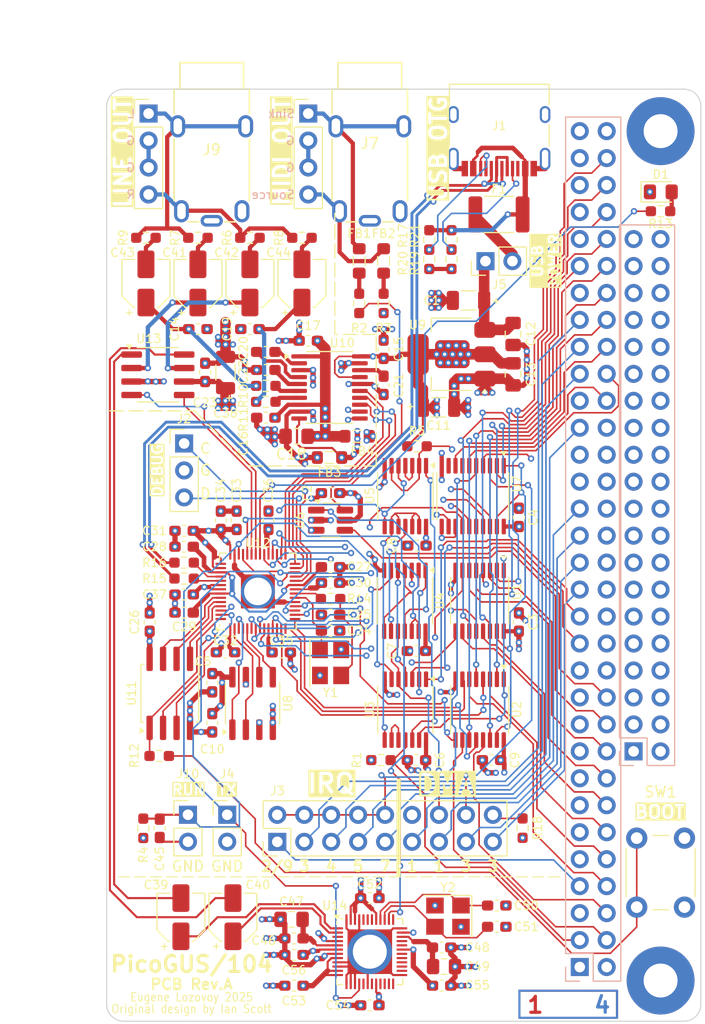
<source format=kicad_pcb>
(kicad_pcb (version 20240108) (generator "pcbnew") (generator_version "8.0")
  (title_block (title "PicoGUS/104") (date "2024-12-24") (rev "A") (company "Eugene Lozovoy") (comment 2 "Thickness: 1.6mm") (comment 3 "Layers: 4") (comment 4 "Dimensions: 87.8x56mm") (comment 5 "Min clearance: 0.15mm") (comment 6 "Min track: 0.15mm") (comment 7 "Min hole: 0.3mm") (comment 8 "Min annular ring: 0.15mm"))
  (layers (0 "F.Cu" signal) (1 "In1.Cu" signal) (2 "In2.Cu" signal) (31 "B.Cu" signal) (34 "B.Paste" user) (35 "F.Paste" user) (36 "B.SilkS" user "B.Silkscreen") (37 "F.SilkS" user "F.Silkscreen") (38 "B.Mask" user) (39 "F.Mask" user) (44 "Edge.Cuts" user))
  (net 0 "")
  (net 1 "A0")
  (net 2 "A1")
  (net 3 "A2")
  (net 4 "A3")
  (net 5 "A4")
  (net 6 "A5")
  (net 7 "A6")
  (net 8 "A7")
  (net 9 "A8")
  (net 10 "A9")
  (net 11 "D0")
  (net 12 "D1")
  (net 13 "D2")
  (net 14 "D3")
  (net 15 "D4")
  (net 16 "D5")
  (net 17 "D6")
  (net 18 "D7")
  (net 19 "GND")
  (net 20 "~{IOW}")
  (net 21 "~{IOR}")
  (net 22 "RA9")
  (net 23 "RA8")
  (net 24 "+3V3")
  (net 25 "I{slash}OCHRDY")
  (net 26 "+5V")
  (net 27 "~{RIOR}")
  (net 28 "~{RIOW}")
  (net 29 "RESET")
  (net 30 "IRQ2")
  (net 31 "TC")
  (net 32 "IRQ5")
  (net 33 "IRQ7")
  (net 34 "DRQ1")
  (net 35 "DACK1")
  (net 36 "DRQ3")
  (net 37 "DACK3")
  (net 38 "RIRQ")
  (net 39 "~{RDACK}")
  (net 40 "RDRQ")
  (net 41 "RTC")
  (net 42 "IRQ")
  (net 43 "DACK")
  (net 44 "DRQ")
  (net 45 "IRQ3")
  (net 46 "IRQ4")
  (net 47 "AEN")
  (net 48 "BCK")
  (net 49 "DIN")
  (net 50 "LRCK")
  (net 51 "ADS")
  (net 52 "~{BUSOE}")
  (net 53 "~{SPI_CS}")
  (net 54 "SPI_RX")
  (net 55 "SPI_TX")
  (net 56 "SPI_SCK")
  (net 57 "RUN")
  (net 58 "AD7")
  (net 59 "AD6")
  (net 60 "AD5")
  (net 61 "AD4")
  (net 62 "AD3")
  (net 63 "AD2")
  (net 64 "AD1")
  (net 65 "AD0")
  (net 66 "UART_TX")
  (net 67 "Net-(U10-CAPP)")
  (net 68 "Net-(U10-CAPM)")
  (net 69 "Net-(U10-VNEG)")
  (net 70 "Net-(U10-LDOO)")
  (net 71 "PGAUDIO_L")
  (net 72 "PGAUDIO_R")
  (net 73 "/RP2040/XIN")
  (net 74 "Net-(C25-Pad1)")
  (net 75 "+1V1")
  (net 76 "Net-(FB1-Pad1)")
  (net 77 "Net-(FB2-Pad1)")
  (net 78 "AGND")
  (net 101 "/RP2040/SWCLK")
  (net 102 "/RP2040/SWD")
  (net 103 "/USB_D-")
  (net 104 "/USB_D+")
  (net 105 "WTAUDIO_R")
  (net 106 "WTAUDIO_L")
  (net 107 "~{WT_RESET}")
  (net 108 "Net-(R2-Pad1)")
  (net 109 "Net-(U10-OUTL)")
  (net 110 "Net-(U10-OUTR)")
  (net 111 "/RP2040/QSPI_SS")
  (net 112 "/RP2040/~{USB_BOOT}")
  (net 113 "/RP2040/XOUT")
  (net 114 "Net-(U12-USB_DP)")
  (net 115 "Net-(U12-USB_DM)")
  (net 116 "Net-(U3-Pad2)")
  (net 117 "Net-(U3-Pad4)")
  (net 118 "Net-(U3-Pad8)")
  (net 119 "Net-(U3-Pad10)")
  (net 120 "Net-(U3-Pad12)")
  (net 121 "Net-(U4-Pad2)")
  (net 122 "Net-(C43-Pad2)")
  (net 123 "Net-(U5-Pad3)")
  (net 124 "RI{slash}OCHRDY")
  (net 128 "/RP2040/QSPI_SD1")
  (net 129 "/RP2040/QSPI_SD2")
  (net 130 "/RP2040/QSPI_SD0")
  (net 131 "/RP2040/QSPI_SCLK")
  (net 132 "/RP2040/QSPI_SD3")
  (net 133 "/RP2040/GPIO23")
  (net 134 "Net-(U13-2ch_OUT)")
  (net 135 "Net-(D1-A)")
  (net 136 "Net-(U13-1ch_OUT)")
  (net 137 "Net-(J5-Pin_2)")
  (net 138 "RV_DATA")
  (net 139 "RV_CLK")
  (net 140 "Net-(U13-1ch_IN)")
  (net 141 "Net-(U13-2ch_IN)")
  (net 142 "Net-(C41-Pad2)")
  (net 143 "Net-(C42-Pad2)")
  (net 144 "Net-(C44-Pad2)")
  (net 145 "Net-(U4-Pad11)")
  (net 146 "AVDD")
  (net 183 "Net-(F1-Pad1)")
  (net 184 "Net-(J1-CC2)")
  (net 187 "Net-(J1-CC1)")
  (net 188 "Net-(U14-VCM)")
  (net 189 "Net-(U14-OUTVC12)")
  (net 190 "Net-(U14-X2)")
  (net 191 "Net-(U14-X1)")
  (net 212 "Net-(J6-Pin_1)")
  (net 213 "Net-(J6-Pin_4)")
  (net 214 "Net-(J8-Pin_1)")
  (net 215 "Net-(J8-Pin_4)")
  (footprint "Connector_PinHeader_2.54mm:PinHeader_2x09_P2.54mm_Vertical" (layer "F.Cu") (at 133.68 127.3 90)
    (property "Reference" "J3")
    (property "Value" "IRQDMA_JP")
  )
  (footprint "Capacitor_SMD:C_0603_1608Metric_Pad1.08x0.95mm_HandSolder" (layer "F.Cu") (at 127.55 116.0875 -90)
    (property "Reference" "C10")
    (property "Value" "1uF")
  )
  (footprint "Capacitor_SMD:C_0603_1608Metric_Pad1.08x0.95mm_HandSolder" (layer "F.Cu") (at 143.7 80.9 -90)
    (property "Reference" "C15")
    (property "Value" "0.1uF")
  )
  (footprint "Resistor_SMD:R_0603_1608Metric_Pad0.98x0.95mm_HandSolder" (layer "F.Cu") (at 143.7 76.58125 -90)
    (property "Reference" "R3")
    (property "Value" "220")
  )
  (footprint "Capacitor_SMD:C_0603_1608Metric_Pad1.08x0.95mm_HandSolder" (layer "F.Cu") (at 142.4 142.7 180)
    (property "Reference" "C54")
    (property "Value" "0.1uF")
  )
  (footprint "Capacitor_SMD:C_0603_1608Metric_Pad1.08x0.95mm_HandSolder" (layer "F.Cu") (at 138.7 101.4125)
    (property "Reference" "C27")
    (property "Value" "100n")
  )
  (footprint "Capacitor_SMD:C_0603_1608Metric_Pad1.08x0.95mm_HandSolder" (layer "F.Cu") (at 138.7 105.9125 180)
    (property "Reference" "C25")
    (property "Value" "30pF")
  )
  (footprint "Inductor_SMD:L_0805_2012Metric_Pad1.05x1.20mm_HandSolder" (layer "F.Cu") (at 138.6 91.1 180)
    (property "Reference" "FB3")
    (property "Value" "100Ω@100MHz")
  )
  (footprint "Resistor_SMD:R_0603_1608Metric_Pad0.98x0.95mm_HandSolder" (layer "F.Cu") (at 136 70.4)
    (property "Reference" "R8")
    (property "Value" "1K")
  )
  (footprint "Package_SO:TSSOP-14_4.4x5mm_P0.65mm" (layer "F.Cu") (at 145.75 114.85 -90)
    (property "Reference" "U3")
    (property "Value" "74AHC14")
  )
  (footprint "Resistor_SMD:R_0603_1608Metric_Pad0.98x0.95mm_HandSolder" (layer "F.Cu") (at 150.1 72.425 90)
    (property "Reference" "R19")
    (property "Value" "5.1k")
  )
  (footprint "Capacitor_SMD:CP_Elec_4x5.4" (layer "F.Cu") (at 131.1 74.7 90)
    (property "Reference" "C42")
    (property "Value" "2.2uF")
  )
  (footprint "Fuse:Fuse_1812_4532Metric_Pad1.30x3.40mm_HandSolder" (layer "F.Cu") (at 154.575 68.2 180)
    (property "Reference" "F1")
    (property "Value" "Polyfuse")
  )
  (footprint "Package_TO_SOT_SMD:SOT-23-6_Handsoldering" (layer "F.Cu") (at 138.7 97)
    (property "Reference" "U6")
    (property "Value" "74LVC2G06DB")
  )
  (footprint "Package_SO:SOIC-8_3.9x4.9mm_P1.27mm" (layer "F.Cu") (at 131.35 114.2625 90)
    (property "Reference" "U8")
    (property "Value" "APS6404L-3SQR-SN")
  )
  (footprint "Capacitor_SMD:C_0805_2012Metric_Pad1.18x1.45mm_HandSolder" (layer "F.Cu") (at 155.9 79.4625 -90)
    (property "Reference" "C12")
    (property "Value" "10uF")
  )
  (footprint "Resistor_SMD:R_0603_1608Metric_Pad0.98x0.95mm_HandSolder" (layer "F.Cu") (at 150.1 70.6 90)
    (property "Reference" "R21")
    (property "Value" "5.1k")
  )
  (footprint "Capacitor_SMD:C_0603_1608Metric_Pad1.08x0.95mm_HandSolder" (layer "F.Cu") (at 136.6 80.1)
    (property "Reference" "C17")
    (property "Value" "0.1uF")
  )
  (footprint "Capacitor_SMD:C_0603_1608Metric_Pad1.08x0.95mm_HandSolder" (layer "F.Cu") (at 156.45 106.6 90)
    (property "Reference" "C3")
    (property "Value" "0.1uF")
  )
  (footprint "Capacitor_SMD:C_1206_3216Metric" (layer "F.Cu") (at 151.7 76.3 180)
    (property "Reference" "C1")
    (property "Value" "47uF")
  )
  (footprint "Capacitor_SMD:C_0603_1608Metric_Pad1.08x0.95mm_HandSolder" (layer "F.Cu") (at 153.87 119.6 180)
    (property "Reference" "C9")
    (property "Value" "0.1uF")
  )
  (footprint "Resistor_SMD:R_0603_1608Metric_Pad0.98x0.95mm_HandSolder" (layer "F.Cu") (at 156.8 126.007 -90)
    (property "Reference" "R18")
    (property "Value" "15K")
  )
  (footprint "Resistor_SMD:R_0603_1608Metric_Pad0.98x0.95mm_HandSolder" (layer "F.Cu") (at 132.6 84.35 180)
    (property "Reference" "R10")
    (property "Value" "470")
  )
  (footprint "Connector_PinHeader_2.54mm:PinHeader_1x02_P2.54mm_Vertical" (layer "F.Cu") (at 128.96 124.75)
    (property "Reference" "J4")
    (property "Value" "UART_TX")
  )
  (footprint "my:PJ-322" (layer "F.Cu") (at 142.4 62)
    (property "Reference" "J7")
    (property "Value" "3.5mm TRS")
  )
  (footprint "Resistor_SMD:R_0603_1608Metric_Pad0.98x0.95mm_HandSolder" (layer "F.Cu") (at 148 70.6 90)
    (property "Reference" "R17")
    (property "Value" "5.1k")
  )
  (footprint "Capacitor_SMD:C_0603_1608Metric_Pad1.08x0.95mm_HandSolder" (layer "F.Cu") (at 128.35 97.0125 90)
    (property "Reference" "C34")
    (property "Value" "100n")
  )
  (footprint "my:SOIC-8_5.23x5.23mm_P1.27mm-LONG" (layer "F.Cu") (at 123.55 113.3125 90)
    (property "Reference" "U11")
    (property "Value" "W25Q128JVS")
  )
  (footprint "Capacitor_SMD:C_0603_1608Metric_Pad1.08x0.95mm_HandSolder" (layer "F.Cu") (at 126.2 79 180)
    (property "Reference" "C14")
    (property "Value" "2.2nF")
  )
  (footprint "Connector_USB:USB_C_Receptacle_HRO_TYPE-C-31-M-12" (layer "F.Cu") (at 154.6 59.84 180)
    (property "Reference" "J1")
    (property "Value" "USB_C_Receptacle_USB2.0_16P")
  )
  (footprint "Capacitor_SMD:C_0603_1608Metric_Pad1.08x0.95mm_HandSolder" (layer "F.Cu") (at 149.17 137.25 180)
    (property "Reference" "C48")
    (property "Value" "0.1uF")
  )
  (footprint "Inductor_SMD:L_0805_2012Metric_Pad1.05x1.20mm_HandSolder" (layer "F.Cu") (at 143.7 72.58125 90)
    (property "Reference" "FB2")
    (property "Value" "1KΩ@100MHz")
  )
  (footprint "Resistor_SMD:R_0603_1608Metric_Pad0.98x0.95mm_HandSolder" (layer "F.Cu") (at 148 72.425 90)
    (property "Reference" "R20")
    (property "Value" "5.1k")
  )
  (footprint "Capacitor_SMD:CP_Elec_4x5.4" (layer "F.Cu") (at 136 74.7 90)
    (property "Reference" "C44")
    (property "Value" "2.2uF")
  )
  (footprint "Capacitor_SMD:CP_Elec_4x5.4" (layer "F.Cu") (at 124.5975 134.4 90)
    (property "Reference" "C39")
    (property "Value" "2.2uF")
  )
  (footprint "Resistor_SMD:R_0603_1608Metric_Pad0.98x0.95mm_HandSolder" (layer "F.Cu") (at 146.85 90.0375)
    (property "Reference" "R5")
    (property "Value" "10K")
  )
  (footprint "Capacitor_SMD:C_0603_1608Metric_Pad1.08x0.95mm_HandSolder" (layer "F.Cu") (at 135.25 140.85 180)
    (property "Reference" "C53")
    (property "Value" "1uF")
  )
  (footprint "Capacitor_SMD:C_0603_1608Metric_Pad1.08x0.95mm_HandSolder" (layer "F.Cu") (at 146.8 109.325 180)
    (property "Reference" "C7")
    (property "Value" "0.1uF")
  )
  (footprint "Capacitor_SMD:C_0603_1608Metric_Pad1.08x0.95mm_HandSolder" (layer "F.Cu") (at 149.17 140.85)
    (property "Reference" "C55")
    (property "Value" "1uF")
  )
  (footprint "Capacitor_SMD:C_0603_1608Metric_Pad1.08x0.95mm_HandSolder" (layer "F.Cu") (at 138.7 107.4125)
    (property "Reference" "C24")
    (property "Value" "30pF")
  )
  (footprint "Capacitor_SMD:C_0603_1608Metric_Pad1.08x0.95mm_HandSolder" (layer "F.Cu") (at 135.25 137.95 180)
    (property "Reference" "C56")
    (property "Value" "1uF")
  )
  (footprint "Package_SO:TSSOP-14_4.4x5mm_P0.65mm" (layer "F.Cu") (at 145.7 104.6 -90)
    (property "Reference" "U4")
    (property "Value" "74LVC00")
  )
  (footprint "Package_SO:TSSOP-20_4.4x6.5mm_P0.65mm" (layer "F.Cu") (at 152.1 94.7375 -90)
    (property "Reference" "U7")
    (property "Value" "SN74CB3T3245")
  )
  (footprint "Capacitor_SMD:C_0805_2012Metric_Pad1.18x1.45mm_HandSolder" (layer "F.Cu") (at 135.5 89.1 180)
    (property "Reference" "C18")
    (property "Value" "10uF")
  )
  (footprint "Package_SO:TSSOP-14_4.4x5mm_P0.65mm" (layer "F.Cu") (at 145.75 94.7375 -90)
    (property "Reference" "U5")
    (property "Value" "74LVC00")
  )
  (footprint "Capacitor_SMD:C_1206_3216Metric" (layer "F.Cu") (at 148.875 86.3725)
    (property "Reference" "C11")
    (property "Value" "47uF")
  )
  (footprint "Capacitor_SMD:C_0603_1608Metric_Pad1.08x0.95mm_HandSolder" (layer "F.Cu") (at 143.7 84.3 -90)
    (property "Reference" "C21")
    (property "Value" "0.1uF")
  )
  (footprint "Package_SO:TSSOP-16_4.4x5mm_P0.65mm" (layer "F.Cu") (at 152.75 104.6 -90)
    (property "Reference" "U1")
    (property "Value" "SN74CB3T3257")
  )
  (footprint "my:QFN-56-1EP_7x7mm_P0.4mm_EP3.2x3.2mm" (layer "F.Cu") (at 131.85 103.7125 90)
    (property "Reference" "U12")
    (property "Value" "RP2040")
  )
  (footprint "Capacitor_SMD:C_0603_1608Metric_Pad1.08x0.95mm_HandSolder" (layer "F.Cu") (at 134.05 109.4625)
    (property "Reference" "C35")
    (property "Value" "100n")
  )
  (footprint "Connector_PinHeader_2.54mm:PinHeader_1x04_P2.54mm_Vertical" (layer "F.Cu") (at 136.6 58.7)
    (property "Reference" "J8" (hide yes))
    (property "Value" "Conn_01x04_Pin")
  )
  (footprint "Capacitor_SMD:C_0603_1608Metric_Pad1.08x0.95mm_HandSolder" (layer "F.Cu") (at 156.45 96.7375 90)
    (property "Reference" "C4")
    (property "Value" "0.1uF")
  )
  (footprint "Capacitor_SMD:C_0603_1608Metric_Pad1.08x0.95mm_HandSolder" (layer "F.Cu") (at 132.6 87.35)
    (property "Reference" "C16")
    (property "Value" "0.1uF")
  )
  (footprint "Capacitor_SMD:C_0805_2012Metric_Pad1.18x1.45mm_HandSolder" (layer "F.Cu") (at 149.395 139.05 180)
    (property "Reference" "C49")
    (property "Value" "10uF")
  )
  (footprint "Resistor_SMD:R_0603_1608Metric_Pad0.98x0.95mm_HandSolder" (layer "F.Cu") (at 132.6 85.85 180)
    (property "Reference" "R11")
    (property "Value" "470")
  )
  (footprint "Resistor_SMD:R_0603_1608Metric_Pad0.98x0.95mm_HandSolder" (layer "F.Cu") (at 131.1 70.4 180)
    (property "Reference" "R6")
    (property "Value" "1K")
  )
  (footprint "Capacitor_SMD:C_0603_1608Metric_Pad1.08x0.95mm_HandSolder" (layer "F.Cu") (at 138.7 94.45 180)
    (property "Reference" "C2")
    (property "Value" "0.1uF")
  )
  (footprint "Capacitor_SMD:C_0603_1608Metric_Pad1.08x0.95mm_HandSolder" (layer "F.Cu") (at 146.8 119.6 180)
    (property "Reference" "C6")
    (property "Value" "0.1uF")
  )
  (footprint "my:Crystal_SMD_3225-4Pin_3.2x2.5mm_HandSoldering" (layer "F.Cu") (at 149.765 134.3 180)
    (property "Reference" "Y2")
    (property "Value" "12MHz")
  )
  (footprint "my:Crystal_SMD_3225-4Pin_3.2x2.5mm_HandSoldering" (layer "F.Cu") (at 138.7 110.4 -90)
    (property "Reference" "Y1")
    (property "Value" "12MHz")
  )
  (footprint "Capacitor_SMD:C_0603_1608Metric_Pad1.08x0.95mm_HandSolder" (layer "F.Cu") (at 128.8 109.45 180)
    (property "Reference" "C32")
    (property "Value" "100n")
  )
  (footprint "Resistor_SMD:R_0603_1608Metric_Pad0.98x0.95mm_HandSolder" (layer "F.Cu") (at 143.45 119.6 180)
    (property "Reference" "R1")
    (property "Value" "10K")
  )
  (footprint "my:PJ-322" (layer "F.Cu") (at 127.5 62)
    (property "Reference" "J9")
    (property "Value" "3.5mm TRS")
  )
  (footprint "Capacitor_SMD:C_0805_2012Metric_Pad1.18x1.45mm_HandSolder" (layer "F.Cu") (at 155.9 83.2625 -90)
    (property "Reference" "C13")
    (property "Value" "10uF")
  )
  (footprint "MountingHole:MountingHole_3.2mm_M3_Pad" (layer "F.Cu") (at 169.805 140.365)
    (property "Reference" "H2" (hide yes))
    (property "Value" "MountingHole_3.2mm_M3_Pad" (hide yes))
  )
  (footprint "Capacitor_SMD:C_1206_3216Metric" (layer "F.Cu") (at 128.8 83.09 90)
    (property "Reference" "C38")
    (property "Value" "100uF")
  )
  (footprint "Capacitor_SMD:C_0603_1608Metric_Pad1.08x0.95mm_HandSolder" (layer "F.Cu") (at 154.365 135.3 180)
    (property "Reference" "C51")
    (property "Value" "30pF")
  )
  (footprint "my:QFN-48-1EP_6x6mm_P0.4mm_EP4.2x4.2mm" (layer "F.Cu") (at 142.4 137.65)
    (property "Reference" "U14")
    (property "Value" "SAM2695")
  )
  (footprint "Connector_PinHeader_2.54mm:PinHeader_1x04_P2.54mm_Vertical" (layer "F.Cu") (at 121.55 58.7)
    (property "Reference" "J6" (hide yes))
    (property "Value" "Conn_01x04_Pin")
  )
  (footprint "Resistor_SMD:R_0603_1608Metric_Pad0.98x0.95mm_HandSolder" (layer "F.Cu") (at 124.9 101)
    (property "Reference" "R16")
    (property "Value" "27")
  )
  (footprint "Package_SO:SOIC-8_3.9x4.9mm_P1.27mm" (layer "F.Cu") (at 122.425 83.305)
    (property "Reference" "U13")
    (property "Value" "M62429L")
  )
  (footprint "Resistor_SMD:R_0603_1608Metric_Pad0.98x0.95mm_HandSolder" (layer "F.Cu") (at 141.4 76.58125 90)
    (property "Reference" "R2")
    (property "Value" "220")
  )
  (footprint "Inductor_SMD:L_0805_2012Metric_Pad1.05x1.20mm_HandSolder" (layer "F.Cu") (at 141.4 72.58125 90)
    (property "Reference" "FB1")
    (property "Value" "1KΩ@100MHz")
  )
  (footprint "Capacitor_SMD:CP_Elec_4x5.4" (layer "F.Cu") (at 126.2 74.7 90)
    (property "Reference" "C41")
    (property "Value" "2.2uF")
  )
  (footprint "Capacitor_SMD:C_0603_1608Metric_Pad1.08x0.95mm_HandSolder" (layer "F.Cu") (at 132.6 82.85 180)
    (property "Reference" "C22")
    (property "Value" "2.2uF")
  )
  (footprint "Capacitor_SMD:C_0603_1608Metric_Pad1.08x0.95mm_HandSolder" (layer "F.Cu") (at 129.85 97.0125 90)
    (property "Reference" "C33")
    (property "Value" "100n")
  )
  (footprint "Resistor_SMD:R_0603_1608Metric_Pad0.98x0.95mm_HandSolder" (layer "F.Cu") (at 138.7 104.4125)
    (property "Reference" "R14")
    (property "Value" "1k")
  )
  (footprint "Capacitor_SMD:C_0603_1608Metric_Pad1.08x0.95mm_HandSolder" (layer "F.Cu") (at 132.85 97.0125 90)
    (property "Reference" "C36")
    (property "Value" "100n")
  )
  (footprint "Capacitor_SMD:C_0603_1608Metric_Pad1.08x0.95mm_HandSolder" (layer "F.Cu") (at 132.6 81.15 180)
    (property "Reference" "C20")
    (property "Value" "2.2uF")
  )
  (footprint "Package_SO:TSSOP-20_4.4x6.5mm_P0.65mm" (layer "F.Cu") (at 138.6 84.5)
    (property "Reference" "U10")
    (property "Value" "PCM5100")
  )
  (footprint "Button_Switch_THT:SW_PUSH_6mm" (layer "F.Cu") (at 172.055 126.95 -90)
    (property "Reference" "SW1")
    (property "Value" "SW_Push")
  )
  (footprint "Capacitor_SMD:CP_Elec_4x5.4" (layer "F.Cu") (at 129.5 134.4 90)
    (property "Reference" "C40")
    (property "Value" "2.2uF")
  )
  (footprint "Capacitor_SMD:C_0603_1608Metric_Pad1.08x0.95mm_HandSolder" (layer "F.Cu") (at 126.875 83.0775 90)
    (property "Reference" "C23")
    (property "Value" "0.1uF")
  )
  (footprint "Capacitor_SMD:C_0603_1608Metric_Pad1.08x0.95mm_HandSolder" (layer "F.Cu") (at 122.6 126.025 -90)
    (property "Reference" "C45")
    (property "Value" "0.1uF")
  )
  (footprint "Resistor_SMD:R_0603_1608Metric_Pad0.98x0.95mm_HandSolder" (layer "F.Cu") (at 126.2 70.4 180)
    (property "Reference" "R7")
    (property "Value" "1K")
  )
  (footprint "Package_TO_SOT_SMD:SOT-223-3_TabPin2" (layer "F.Cu") (at 150.1 81.3725 180)
    (property "Reference" "U9")
    (property "Value" "AMS1117-3.3_SOT223")
  )
  (footprint "LED_SMD:LED_0805_2012Metric_Pad1.15x1.40mm_HandSolder" (layer "F.Cu") (at 169.825 66.07675)
    (property "Reference" "D1")
    (property "Value" "LED")
  )
  (footprint "Capacitor_SMD:C_0603_1608Metric_Pad1.08x0.95mm_HandSolder" (layer "F.Cu") (at 135.25 136.4)
    (property "Reference" "C46")
    (property "Value" "0.1uF")
  )
  (footprint "Capacitor_SMD:C_0603_1608Metric_Pad1.08x0.95mm_HandSolder" (layer "F.Cu") (at 124.9 105.7125 180)
    (property "Reference" "C29")
    (property "Value" "1u")
  )
  (footprint "Capacitor_SMD:C_0603_1608Metric_Pad1.08x0.95mm_HandSolder" (layer "F.Cu") (at 124.9 104 180)
    (property "Reference" "C37")
    (property "Value" "100n")
  )
  (footprint "Connector_PinHeader_2.54mm:PinHeader_1x02_P2.54mm_Vertical" (layer "F.Cu") (at 153.3 72.6 90)
    (property "Reference" "J5")
    (property "Value" "Conn_01x02_Pin")
  )
  (footprint "Resistor_SMD:R_0603_1608Metric_Pad0.98x0.95mm_HandSolder" (layer "F.Cu") (at 169.8 67.9)
    (property "Reference" "R13")
    (property "Value" "470")
  )
  (footprint "Capacitor_SMD:C_0805_2012Metric_Pad1.18x1.45mm_HandSolder" (layer "F.Cu") (at 135.025 134.6)
    (property "Reference" "C47")
    (property "Value" "10uF")
  )
  (footprint "Inductor_SMD:L_0805_2012Metric_Pad1.05x1.20mm_HandSolder" (layer "F.Cu") (at 141.2 89.1 180)
    (property "Reference" "FB4")
    (property "Value" "100Ω@100MHz")
  )
  (footprint "Capacitor_SMD:C_0603_1608Metric_Pad1.08x0.95mm_HandSolder" (layer "F.Cu") (at 131.1 79)
    (property "Reference" "C19")
    (property "Value" "2.2nF")
  )
  (footprint "Capacitor_SMD:CP_Elec_4x5.4" (layer "F.Cu") (at 121.3 74.7 90)
    (property "Reference" "C43")
    (property "Value" "2.2uF")
  )
  (footprint "Capacitor_SMD:C_0603_1608Metric_Pad1.08x0.95mm_HandSolder" (layer "F.Cu") (at 146.8375 99.4 180)
    (property "Reference" "C8")
    (property "Value" "0.1uF")
  )
  (footprint "Capacitor_SMD:C_0603_1608Metric_Pad1.08x0.95mm_HandSolder" (layer "F.Cu") (at 121.65 106.6 90)
    (property "Reference" "C26")
    (property "Value" "100n")
  )
  (footprint "Package_SO:TSSOP-16_4.4x5mm_P0.65mm" (layer "F.Cu") (at 152.75 114.85 -90)
    (property "Reference" "U2")
    (property "Value" "SN74CB3T3257")
  )
  (footprint "Connector_PinHeader_2.54mm:PinHeader_1x03_P2.54mm_Vertical" (layer "F.Cu") (at 124.9 89.775)
    (property "Reference" "J2")
    (property "Value" "DEBUG")
  )
  (footprint "Connector_PinHeader_2.54mm:PinHeader_1x02_P2.54mm_Vertical" (layer "F.Cu") (at 125.26 124.75)
    (property "Reference" "J10")
    (property "Value" "Conn_01x02_Pin")
  )
  (footprint "Capacitor_SMD:C_0603_1608Metric_Pad1.08x0.95mm_HandSolder" (layer "F.Cu") (at 142.4 132.6)
    (property "Reference" "C52")
    (property "Value" "0.1uF")
  )
  (footprint "Capacitor_SMD:C_0603_1608Metric_Pad1.08x0.95mm_HandSolder" (layer "F.Cu") (at 124.9 98 180)
    (property "Reference" "C31")
    (property "Value" "1u")
  )
  (footprint "MountingHole:MountingHole_3.2mm_M3_Pad" (layer "F.Cu") (at 169.805 60.355)
    (property "Reference" "H1" (hide yes))
    (property "Value" "MountingHole_3.2mm_M3_Pad" (hide yes))
  )
  (footprint "Resistor_SMD:R_0603_1608Metric_Pad0.98x0.95mm_HandSolder" (layer "F.Cu") (at 122.55 119.2125)
    (property "Reference" "R12")
    (property "Value" "1k")
  )
  (footprint "Resistor_SMD:R_0603_1608Metric_Pad0.98x0.95mm_HandSolder" (layer "F.Cu") (at 121.3 70.4)
    (property "Reference" "R9")
    (property "Value" "1K")
  )
  (footprint "Capacitor_SMD:C_0603_1608Metric_Pad1.08x0.95mm_HandSolder" (layer "F.Cu") (at 138.7 102.9125)
    (property "Reference" "C30")
    (property "Value" "100n")
  )
  (footprint "Capacitor_SMD:C_0603_1608Metric_Pad1.08x0.95mm_HandSolder" (layer "F.Cu") (at 154.365 133.3 180)
    (property "Reference" "C50")
    (property "Value" "30pF")
  )
  (footprint "Resistor_SMD:R_0603_1608Metric_Pad0.98x0.95mm_HandSolder" (layer "F.Cu") (at 124.9 102.5)
    (property "Reference" "R15")
    (property "Value" "27")
  )
  (footprint "Capacitor_SMD:C_0603_1608Metric_Pad1.08x0.95mm_HandSolder" (layer "F.Cu") (at 127.55 112.3125 -90)
    (property "Reference" "C5")
    (property "Value" "0.1uF")
  )
  (footprint "Resistor_SMD:R_0603_1608Metric_Pad0.98x0.95mm_HandSolder" (layer "F.Cu") (at 121.05 126.025 90)
    (property "Reference" "R4")
    (property "Value" "1K")
  )
  (footprint "Capacitor_SMD:C_0603_1608Metric_Pad1.08x0.95mm_HandSolder" (layer "F.Cu") (at 124.9 99.5 180)
    (property "Reference" "C28")
    (property "Value" "100n")
  )
  (footprint "Connector_PinHeader_2.54mm:PinHeader_2x32_P2.54mm_Vertical" (layer "B.Cu") (at 162.185 139.095)
    (property "Reference" "J11" (hide yes))
    (property "Value" "PC104")
  )
  (footprint "Connector_PinHeader_2.54mm:PinHeader_2x20_P2.54mm_Vertical" (layer "B.Cu") (at 167.26 118.78)
    (property "Reference" "J12" (hide yes))
    (property "Value" "PC104_16")
  )
  (gr_rect (start 156.5 141.325) (end 165.7 143.875) (stroke (width 0.2)) (fill none) (layer "F.Cu"))
  (gr_rect (start 156.5 141.325) (end 165.7 143.875) (stroke (width 0.2)) (fill none) (layer "B.Cu"))
  (gr_line (start 117.9 86.7) (end 125.9 86.7) (stroke (width 0.12) (type dash)) (layer "F.SilkS"))
  (gr_line (start 145.12 121.55) (end 145.1 130.4) (stroke (width 0.4)) (layer "F.SilkS"))
  (gr_line (start 143 79.5) (end 139.1 79.5) (stroke (width 0.12) (type dash)) (layer "F.SilkS"))
  (gr_line (start 154.3 76.6) (end 154.3 76.1) (stroke (width 0.12)) (layer "F.SilkS"))
  (gr_line (start 129.15 85.75) (end 129.15 85.25) (stroke (width 0.12)) (layer "F.SilkS"))
  (gr_line (start 143 91.9) (end 143 79.5) (stroke (width 0.12) (type dash)) (layer "F.SilkS"))
  (gr_line (start 146.25 86.55) (end 146.25 86.05) (stroke (width 0.12)) (layer "F.SilkS"))
  (gr_line (start 139.1 79.5) (end 139.1 68.1) (stroke (width 0.12) (type dash)) (layer "F.SilkS"))
  (gr_line (start 128.9 85.5) (end 129.4 85.5) (stroke (width 0.12)) (layer "F.SilkS"))
  (gr_line (start 118.7 130.6) (end 160.3 130.6) (stroke (width 0.1) (type dash)) (layer "F.SilkS"))
  (gr_line (start 146 86.3) (end 146.5 86.3) (stroke (width 0.12)) (layer "F.SilkS"))
  (gr_line (start 125.9 86.7) (end 131 91.9) (stroke (width 0.12) (type dash)) (layer "F.SilkS"))
  (gr_line (start 131 91.9) (end 143 91.9) (stroke (width 0.12) (type dash)) (layer "F.SilkS"))
  (gr_line (start 154.05 76.35) (end 154.55 76.35) (stroke (width 0.12)) (layer "F.SilkS"))
  (gr_arc (start 119.2 144.2) (mid 118.068629 143.731371) (end 117.6 142.6) (stroke (width 0.1)) (layer "Edge.Cuts"))
  (gr_line (start 172 56.4) (end 119.2 56.4) (stroke (width 0.1)) (layer "Edge.Cuts"))
  (gr_arc (start 172 56.4) (mid 173.131371 56.868629) (end 173.6 58) (stroke (width 0.1)) (layer "Edge.Cuts"))
  (gr_arc (start 117.6 58) (mid 118.068629 56.868629) (end 119.2 56.4) (stroke (width 0.1)) (layer "Edge.Cuts"))
  (gr_line (start 173.6 58) (end 173.6 142.6) (stroke (width 0.1)) (layer "Edge.Cuts"))
  (gr_line (start 119.2 144.2) (end 172 144.2) (stroke (width 0.1)) (layer "Edge.Cuts"))
  (gr_line (start 117.6 58) (end 117.6 142.6) (stroke (width 0.1)) (layer "Edge.Cuts"))
  (gr_arc (start 173.6 142.6) (mid 173.131371 143.731371) (end 172 144.2) (stroke (width 0.1)) (layer "Edge.Cuts"))
  (gr_text "1" (at 158 142.675 0) (layer "F.Cu") (effects (font (size 1.5 1.5) (thickness 0.3))))
  (gr_text "4" (at 164.3 142.675 0) (layer "B.Cu") (effects (font (size 1.5 1.5) (thickness 0.3))))
  (gr_text "R" (at 120.35 66.8014 0) (layer "B.SilkS") (effects (font (size 0.8 0.8) (thickness 0.12)) (justify left bottom mirror)))
  (gr_text "Sink" (at 135.4 59.1814 0) (layer "B.SilkS") (effects (font (size 0.8 0.8) (thickness 0.12)) (justify left bottom mirror)))
  (gr_text "G" (at 120.35 64.2614 0) (layer "B.SilkS") (effects (font (size 0.8 0.8) (thickness 0.12)) (justify left bottom mirror)))
  (gr_text "G" (at 135.4 61.7214 0) (layer "B.SilkS") (effects (font (size 0.8 0.8) (thickness 0.12)) (justify left bottom mirror)))
  (gr_text "G" (at 120.35 61.7214 0) (layer "B.SilkS") (effects (font (size 0.8 0.8) (thickness 0.12)) (justify left bottom mirror)))
  (gr_text "L" (at 120.35 59.1814 0) (layer "B.SilkS") (effects (font (size 0.8 0.8) (thickness 0.12)) (justify left bottom mirror)))
  (gr_text "Source" (at 135.4 66.8014 0) (layer "B.SilkS") (effects (font (size 0.8 0.8) (thickness 0.12)) (justify left bottom mirror)))
  (gr_text "G" (at 135.4 64.2614 0) (layer "B.SilkS") (effects (font (size 0.8 0.8) (thickness 0.12)) (justify left bottom mirror)))
  (gr_text "Eugene Lozovoy 2025" (at 125.6 142.4 0) (layer "F.SilkS") (effects (font (size 0.8 0.7) (thickness 0.1)) (justify bottom)))
  (gr_text "1" (at 146.38 129.6 0) (layer "F.SilkS") (effects (font (size 1 1) (thickness 0.2) (bold yes))))
  (gr_text "BOOT" (at 167.250714 125.2 0) (layer "F.SilkS" knockout) (effects (font (size 1.2 1.2) (thickness 0.24) (bold yes)) (justify left bottom)))
  (gr_text "LINE OUT" (at 120 62.4 90) (layer "F.SilkS" knockout) (effects (font (size 1.5 1.5) (thickness 0.3) (bold yes)) (justify bottom)))
  (gr_text "2/9" (at 133.68 129.6 0) (layer "F.SilkS") (effects (font (size 1 1) (thickness 0.2) (bold yes))))
  (gr_text "DEBUG" (at 122.975 92.3 90) (layer "F.SilkS" knockout) (effects (font (size 1 1) (thickness 0.2) (bold yes)) (justify bottom)))
  (gr_text "IRQ" (at 138.75 121.8 0) (layer "F.SilkS" knockout) (effects (font (size 1.75 1.75) (thickness 0.3) (bold yes))))
  (gr_text "5" (at 141.3 129.6 0) (layer "F.SilkS") (effects (font (size 1 1) (thickness 0.2) (bold yes))))
  (gr_text "PCB Rev.${REVISION}" (at 125.6 141.3 0) (layer "F.SilkS") (effects (font (size 1 1) (thickness 0.2) (bold yes)) (justify bottom)))
  (gr_text "3" (at 154 129.6 0) (layer "F.SilkS") (effects (font (size 1 1) (thickness 0.2) (bold yes))))
  (gr_text "1" (at 148.92 129.6 0) (layer "F.SilkS") (effects (font (size 1 1) (thickness 0.2) (bold yes))))
  (gr_text "DMA" (at 149.6 121.9 0) (layer "F.SilkS" knockout) (effects (font (size 1.75 1.75) (thickness 0.3) (bold yes))))
  (gr_text "4" (at 138.76 129.6 0) (layer "F.SilkS") (effects (font (size 1 1) (thickness 0.2) (bold yes))))
  (gr_text "3" (at 136.22 129.6 0) (layer "F.SilkS") (effects (font (size 1 1) (thickness 0.2) (bold yes))))
  (gr_text "${TITLE}" (at 125.6 139.7 0) (layer "F.SilkS") (effects (font (size 1.5 1.5) (thickness 0.3) (bold yes)) (justify bottom)))
  (gr_text "7\n" (at 143.84 129.6 0) (layer "F.SilkS") (effects (font (size 1 1) (thickness 0.2) (bold yes))))
  (gr_text "USB\nPOWER" (at 160.4 72.600001 90) (layer "F.SilkS" knockout) (effects (font (size 1 1) (thickness 0.2) (bold yes)) (justify bottom)))
  (gr_text "USB OTG" (at 149.75 62 90) (layer "F.SilkS" knockout) (effects (font (size 1.5 1.5) (thickness 0.3) (bold yes)) (justify bottom)))
  (gr_text "Original design by Ian Scott" (at 125.6 143.5 0) (layer "F.SilkS") (effects (font (size 0.8 0.7) (thickness 0.1)) (justify bottom)))
  (gr_text "3" (at 151.46 129.6 0) (layer "F.SilkS") (effects (font (size 1 1) (thickness 0.2) (bold yes))))
  (gr_text "MIDI OUT" (at 135 62.3 90) (layer "F.SilkS" knockout) (effects (font (size 1.5 1.5) (thickness 0.3) (bold yes)) (justify bottom)))
  (segment (start 157.91 79.875175) (end 157.91 85.64026) (width 0.15) (layer "F.Cu") (net 1))
  (segment (start 159.377537 73.882564) (end 158.75 74.510101) (width 0.15) (layer "F.Cu") (net 1))
  (segment (start 154.375 102.474999) (end 154.375 101.7375) (width 0.15) (layer "F.Cu") (net 1))
  (segment (start 160.35 71.814087) (end 160.155025 72.009061) (width 0.15) (layer "F.Cu") (net 1))
  (segment (start 154.662501 102.7625) (end 154.375 102.474999) (width 0.15) (layer "F.Cu") (net 1))
  (segment (start 163.31 64.31) (end 161.719009 64.31) (width 0.15) (layer "F.Cu") (net 1))
  (segment (start 156.84876 86.7015) (end 156.341372 86.7015) (width 0.15) (layer "F.Cu") (net 1))
  (segment (start 157.91 85.64026) (end 156.84876 86.7015) (width 0.15) (layer "F.Cu") (net 1))
  (segment (start 156.4 102.7625) (end 154.662501 102.7625) (width 0.15) (layer "F.Cu") (net 1))
  (segment (start 161.719009 64.31) (end 160.71 65.319009) (width 0.15) (layer "F.Cu") (net 1))
  (segment (start 159.95 73.310102) (end 159.377537 73.882564) (width 0.15) (layer "F.Cu") (net 1))
  (segment (start 164.725 62.895) (end 163.31 64.31) (width 0.15) (layer "F.Cu") (net 1))
  (segment (start 159.95 72.214086) (end 159.95 73.310102) (width 0.15) (layer "F.Cu") (net 1))
  (segment (start 160.71 69.40906) (end 160.35 69.76906) (width 0.15) (layer "F.Cu") (net 1))
  (segment (start 160.71 65.319009) (end 160.71 69.40906) (width 0.15) (layer "F.Cu") (net 1))
  (segment (start 160.35 69.76906) (end 160.35 71.814087) (width 0.15) (layer "F.Cu") (net 1))
  (segment (start 160.155025 72.009061) (end 159.95 72.214086) (width 0.15) (layer "F.Cu") (net 1))
  (segment (start 158.75 79.035175) (end 157.91 79.875175) (width 0.15) (layer "F.Cu") (net 1))
  (segment (start 158.75 74.510101) (end 158.75 79.035175) (width 0.15) (layer "F.Cu") (net 1))
  (via (at 156.4 102.7625) (size 0.6) (drill 0.3) (layers "F.Cu" "B.Cu") (net 1))
  (via (at 156.341372 86.7015) (size 0.6) (drill 0.3) (layers "F.Cu" "B.Cu") (net 1))
  (segment (start 156.341372 91.118628) (end 156.341372 86.7015) (width 0.15) (layer "B.Cu") (net 1))
  (segment (start 156.4 98.42) (end 155.891574 97.911574) (width 0.15) (layer "B.Cu") (net 1))
  (segment (start 155.891574 91.568426) (end 156.341372 91.118628) (width 0.15) (layer "B.Cu") (net 1))
  (segment (start 155.891574 97.911574) (end 155.891574 91.568426) (width 0.15) (layer "B.Cu") (net 1))
  (segment (start 156.4 102.7625) (end 156.4 98.42) (width 0.15) (layer "B.Cu") (net 1))
  (segment (start 161.06 67.509009) (end 161.719009 66.85) (width 0.15) (layer "F.Cu") (net 2))
  (segment (start 160.3 73.455077) (end 160.3 72.359061) (width 0.15) (layer "F.Cu") (net 2))
  (segment (start 160.3 72.359061) (end 160.7 71.959061) (width 0.15) (layer "F.Cu") (net 2))
  (segment (start 156.126699 87.3) (end 156.745234 87.3) (width 0.15) (layer "F.Cu") (net 2))
  (segment (start 160.7 71.959061) (end 160.7 69.914034) (width 0.15) (layer "F.Cu") (net 2))
  (segment (start 152.425 103.430026) (end 152.425 101.7375) (width 0.15) (layer "F.Cu") (net 2))
  (segment (start 155.541574 86.683426) (end 155.541574 86.714875) (width 0.15) (layer "F.Cu") (net 2))
  (segment (start 161.06 69.554034) (end 161.06 67.509009) (width 0.15) (layer "F.Cu") (net 2))
  (segment (start 163.31 66.85) (end 164.725 65.435) (width 0.15) (layer "F.Cu") (net 2))
  (segment (start 158.26 85.785234) (end 158.26 80.02015) (width 0.15) (layer "F.Cu") (net 2))
  (segment (start 152.969974 103.975) (end 152.425 103.430026) (width 0.15) (layer "F.Cu") (net 2))
  (segment (start 158.26 80.02015) (end 159.1 79.18015) (width 0.15) (layer "F.Cu") (net 2))
  (segment (start 156.745234 87.3) (end 158.26 85.785234) (width 0.15) (layer "F.Cu") (net 2))
  (segment (start 160.7 69.914034) (end 161.06 69.554034) (width 0.15) (layer "F.Cu") (net 2))
  (segment (start 155.8 103.975) (end 152.969974 103.975) (width 0.15) (layer "F.Cu") (net 2))
  (segment (start 159.1 74.655076) (end 159.727537 74.027539) (width 0.15) (layer "F.Cu") (net 2))
  (segment (start 159.1 79.18015) (end 159.1 74.655076) (width 0.15) (layer "F.Cu") (net 2))
  (segment (start 161.719009 66.85) (end 163.31 66.85) (width 0.15) (layer "F.Cu") (net 2))
  (segment (start 155.541574 86.714875) (end 156.126699 87.3) (width 0.15) (layer "F.Cu") (net 2))
  (segment (start 159.727537 74.027539) (end 160.3 73.455077) (width 0.15) (layer "F.Cu") (net 2))
  (via (at 155.8 103.975) (size 0.6) (drill 0.3) (layers "F.Cu" "B.Cu") (net 2))
  (via (at 155.541574 86.683426) (size 0.6) (drill 0.3) (layers "F.Cu" "B.Cu") (net 2))
  (segment (start 155.8 103.975) (end 155.8 98.75) (width 0.15) (layer "B.Cu") (net 2))
  (segment (start 155.541574 98.491574) (end 155.541574 86.683426) (width 0.15) (layer "B.Cu") (net 2))
  (segment (start 155.8 98.75) (end 155.541574 98.491574) (width 0.15) (layer "B.Cu") (net 2))
  (segment (start 163.31 69.39) (end 164.725 67.975) (width 0.15) (layer "F.Cu") (net 3))
  (segment (start 153.174999 106.175) (end 153.025 106.175) (width 0.15) (layer "F.Cu") (net 3))
  (segment (start 153.725 106.725001) (end 153.174999 106.175) (width 0.15) (layer "F.Cu") (net 3))
  (segment (start 161.05 72.104035) (end 161.05 70.059009) (width 0.15) (layer "F.Cu") (net 3))
  (segment (start 161.05 70.059009) (end 161.719009 69.39) (width 0.15) (layer "F.Cu") (net 3))
  (segment (start 160.65 72.504035) (end 161.05 72.104035) (width 0.15) (layer "F.Cu") (net 3))
  (segment (start 160.65 73.600051) (end 160.65 72.504035) (width 0.15) (layer "F.Cu") (net 3))
  (segment (start 161.719009 69.39) (end 163.31 69.39) (width 0.15) (layer "F.Cu") (net 3))
  (segment (start 154.919974 86.875) (end 155.694974 87.65) (width 0.15) (layer "F.Cu") (net 3))
  (segment (start 158.61 80.165125) (end 159.45 79.325125) (width 0.15) (layer "F.Cu") (net 3))
  (segment (start 159.45 74.800051) (end 160.65 73.600051) (width 0.15) (layer "F.Cu") (net 3))
  (segment (start 159.45 79.325125) (end 159.45 74.800051) (width 0.15) (layer "F.Cu") (net 3))
  (segment (start 158.61 85.930208) (end 158.61 80.165125) (width 0.15) (layer "F.Cu") (net 3))
  (segment (start 156.890208 87.65) (end 158.61 85.930208) (width 0.15) (layer "F.Cu") (net 3))
  (segment (start 153.025 86.875) (end 154.919974 86.875) (width 0.15) (layer "F.Cu") (net 3))
  (segment (start 153.725 107.4625) (end 153.725 106.725001) (width 0.15) (layer "F.Cu") (net 3))
  (segment (start 155.694974 87.65) (end 156.890208 87.65) (width 0.15) (layer "F.Cu") (net 3))
  (via (at 153.025 86.875) (size 0.6) (drill 0.3) (layers "F.Cu" "B.Cu") (net 3))
  (via (at 153.025 106.175) (size 0.6) (drill 0.3) (layers "F.Cu" "B.Cu") (net 3))
  (segment (start 153.025 106.175) (end 152.775 105.925) (width 0.15) (layer "B.Cu") (net 3))
  (segment (start 152.775 102.175) (end 153.025 101.925) (width 0.15) (layer "B.Cu") (net 3))
  (segment (start 152.775 105.925) (end 152.775 102.175) (width 0.15) (layer "B.Cu") (net 3))
  (segment (start 153.025 101.925) (end 153.025 86.875) (width 0.15) (layer "B.Cu") (net 3))
  (segment (start 155 87.45) (end 155.55 88) (width 0.15) (layer "F.Cu") (net 4))
  (segment (start 158.96 86.075182) (end 158.96 80.3101) (width 0.15) (layer "F.Cu") (net 4))
  (segment (start 151.775 106.575) (end 151.2 106) (width 0.15) (layer "F.Cu") (net 4))
  (segment (start 159.8 79.4701) (end 159.8 74.945025) (width 0.15) (layer "F.Cu") (net 4))
  (segment (start 158.96 80.3101) (end 159.8 79.4701) (width 0.15) (layer "F.Cu") (net 4))
  (segment (start 163.31 71.93) (end 164.725 70.515) (width 0.15) (layer "F.Cu") (net 4))
  (segment (start 153.016002 87.45) (end 155 87.45) (width 0.15) (layer "F.Cu") (net 4))
  (segment (start 161.719009 71.93) (end 163.31 71.93) (width 0.15) (layer "F.Cu") (net 4))
  (segment (start 161 72.649009) (end 161.719009 71.93) (width 0.15) (layer "F.Cu") (net 4))
  (segment (start 161 73.745025) (end 161 72.649009) (width 0.15) (layer "F.Cu") (net 4))
  (segment (start 159.8 74.945025) (end 161 73.745025) (width 0.15) (layer "F.Cu") (net 4))
  (segment (start 155.55 88) (end 157.035182 88) (width 0.15) (layer "F.Cu") (net 4))
  (segment (start 151.775 107.4625) (end 151.775 106.575) (width 0.15) (layer "F.Cu") (net 4))
  (segment (start 157.035182 88) (end 158.96 86.075182) (width 0.15) (layer "F.Cu") (net 4))
  (segment (start 150.975752 89.49025) (end 153.016002 87.45) (width 0.15) (layer "F.Cu") (net 4))
  (via (at 151.2 106) (size 0.6) (drill 0.3) (layers "F.Cu" "B.Cu") (net 4))
  (via (at 150.975752 89.49025) (size 0.6) (drill 0.3) (layers "F.Cu" "B.Cu") (net 4))
  (segment (start 150.975752 89.49025) (end 151.2 89.714498) (width 0.15) (layer "B.Cu") (net 4))
  (segment (start 151.2 89.714498) (end 151.2 106) (width 0.15) (layer "B.Cu") (net 4))
  (segment (start 154.375 111.9875) (end 154.375 110.6) (width 0.15) (layer "F.Cu") (net 5))
  (segment (start 154.569974 88.7) (end 157.32513 88.7) (width 0.15) (layer "F.Cu") (net 5))
  (segment (start 153.940257 88.025) (end 153.940257 88.070283) (width 0.15) (layer "F.Cu") (net 5))
  (segment (start 153.940257 88.070283) (end 154.569974 88.7) (width 0.15) (layer "F.Cu") (net 5))
  (segment (start 160.5 79.76005) (end 160.5 75.55) (width 0.15) (layer "F.Cu") (net 5))
  (segment (start 160.5 75.55) (end 161.58 74.47) (width 0.15) (layer "F.Cu") (net 5))
  (segment (start 157.32513 88.7) (end 159.66 86.36513) (width 0.15) (layer "F.Cu") (net 5))
  (segment (start 159.66 80.60005) (end 160.5 79.76005) (width 0.15) (layer "F.Cu") (net 5))
  (segment (start 161.58 74.47) (end 163.31 74.47) (width 0.15) (layer "F.Cu") (net 5))
  (segment (start 163.31 74.47) (end 164.725 73.055) (width 0.15) (layer "F.Cu") (net 5))
  (segment (start 159.66 86.36513) (end 159.66 80.60005) (width 0.15) (layer "F.Cu") (net 5))
  (via (at 154.375 110.6) (size 0.6) (drill 0.3) (layers "F.Cu" "B.Cu") (net 5))
  (via (at 153.940257 88.025) (size 0.6) (drill 0.3) (layers "F.Cu" "B.Cu") (net 5))
  (segment (start 154.375 88.459743) (end 153.940257 88.025) (width 0.15) (layer "B.Cu") (net 5))
  (segment (start 154.375 110.6) (end 154.375 88.459743) (width 0.15) (layer "B.Cu") (net 5))
  (segment (start 152.881784 88.6) (end 153.975 88.6) (width 0.15) (layer "F.Cu") (net 6))
  (segment (start 161.88 76.72) (end 163.6 76.72) (width 0.15) (layer "F.Cu") (net 6))
  (segment (start 152.425 110.6) (end 152.425 111.9875) (width 0.15) (layer "F.Cu") (net 6))
  (segment (start 154.425 89.05) (end 157.470104 89.05) (width 0.15) (layer "F.Cu") (net 6))
  (segment (start 152.424229 89.057555) (end 152.881784 88.6) (width 0.15) (layer "F.Cu") (net 6))
  (segment (start 160.85 79.905025) (end 160.85 77.75) (width 0.15) (layer "F.Cu") (net 6))
  (segment (start 160.01 86.510104) (end 160.01 80.745025) (width 0.15) (layer "F.Cu") (net 6))
  (segment (start 157.470104 89.05) (end 160.01 86.510104) (width 0.15) (layer "F.Cu") (net 6))
  (segment (start 163.6 76.72) (end 164.725 75.595) (width 0.15) (layer "F.Cu") (net 6))
  (segment (start 160.01 80.745025) (end 160.85 79.905025) (width 0.15) (layer "F.Cu") (net 6))
  (segment (start 160.85 77.75) (end 161.88 76.72) (width 0.15) (layer "F.Cu") (net 6))
  (segment (start 153.975 88.6) (end 154.425 89.05) (width 0.15) (layer "F.Cu") (net 6))
  (via (at 152.424229 89.057555) (size 0.6) (drill 0.3) (layers "F.Cu" "B.Cu") (net 6))
  (via (at 152.425 110.6) (size 0.6) (drill 0.3) (layers "F.Cu" "B.Cu") (net 6))
  (segment (start 152.425 89.058326) (end 152.424229 89.057555) (width 0.15) (layer "B.Cu") (net 6))
  (segment (start 152.425 110.6) (end 152.425 89.058326) (width 0.15) (layer "B.Cu") (net 6))
  (segment (start 160.36 80.89) (end 161.7 79.55) (width 0.15) (layer "F.Cu") (net 7))
  (segment (start 157.615078 89.4) (end 160.36 86.655078) (width 0.15) (layer "F.Cu") (net 7))
  (segment (start 163.31 79.55) (end 164.725 78.135) (width 0.15) (layer "F.Cu") (net 7))
  (segment (start 153.95 89.4) (end 157.615078 89.4) (width 0.15) (layer "F.Cu") (net 7))
  (segment (start 153.725 89.175) (end 153.95 89.4) (width 0.15) (layer "F.Cu") (net 7))
  (segment (start 160.36 86.655078) (end 160.36 80.89) (width 0.15) (layer "F.Cu") (net 7))
  (segment (start 161.7 79.55) (end 163.31 79.55) (width 0.15) (layer "F.Cu") (net 7))
  (segment (start 153.725 116.35) (end 153.725 117.7125) (width 0.15) (layer "F.Cu") (net 7))
  (via (at 153.725 89.175) (size 0.6) (drill 0.3) (layers "F.Cu" "B.Cu") (net 7))
  (via (at 153.725 116.35) (size 0.6) (drill 0.3) (layers "F.Cu" "B.Cu") (net 7))
  (segment (start 154 102.15) (end 153.725 101.875) (width 0.15) (layer "B.Cu") (net 7))
  (segment (start 153.725 101.875) (end 153.725 89.175) (width 0.15) (layer "B.Cu") (net 7))
  (segment (start 153.725 116.35) (end 153.725 103.825) (width 0.15) (layer "B.Cu") (net 7))
  (segment (start 154 103.55) (end 154 102.15) (width 0.15) (layer "B.Cu") (net 7))
  (segment (start 153.725 103.825) (end 154 103.55) (width 0.15) (layer "B.Cu") (net 7))
  (segment (start 151.775 116.525) (end 151.775 117.7125) (width 0.15) (layer "F.Cu") (net 8))
  (segment (start 160.71 83.099009) (end 161.719009 82.09) (width 0.15) (layer "F.Cu") (net 8))
  (segment (start 151.775 89.525) (end 152 89.75) (width 0.15) (layer "F.Cu") (net 8))
  (segment (start 160.71 86.800052) (end 160.71 83.099009) (width 0.15) (layer "F.Cu") (net 8))
  (segment (start 152 89.75) (end 157.760052 89.75) (width 0.15) (layer "F.Cu") (net 8))
  (segment (start 163.31 82.09) (end 164.725 80.675) (width 0.15) (layer "F.Cu") (net 8))
  (segment (start 157.760052 89.75) (end 160.71 86.800052) (width 0.15) (layer "F.Cu") (net 8))
  (segment (start 161.719009 82.09) (end 163.31 82.09) (width 0.15) (layer "F.Cu") (net 8))
  (via (at 151.775 89.525) (size 0.6) (drill 0.3) (layers "F.Cu" "B.Cu") (net 8))
  (via (at 151.775 116.525) (size 0.6) (drill 0.3) (layers "F.Cu" "B.Cu") (net 8))
  (segment (start 151.775 116.525) (end 151.775 89.525) (width 0.15) (layer "B.Cu") (net 8))
  (segment (start 158.050002 90.45) (end 161.620002 86.88) (width 0.15) (layer "F.Cu") (net 9))
  (segment (start 161.620002 86.88) (end 165.190991 86.88) (width 0.15) (layer "F.Cu") (net 9))
  (segment (start 165.85 84.34) (end 164.725 83.215) (width 0.15) (layer "F.Cu") (net 9))
  (segment (start 151.775 91.025) (end 152.35 90.45) (width 0.15) (layer "F.Cu") (net 9))
  (segment (start 152.35 90.45) (end 158.050002 90.45) (width 0.15) (layer "F.Cu") (net 9))
  (segment (start 165.85 86.220991) (end 165.85 84.34) (width 0.15) (layer "F.Cu") (net 9))
  (segment (start 151.775 92.4875) (end 151.775 91.025) (width 0.15) (layer "F.Cu") (net 9))
  (segment (start 165.190991 86.88) (end 165.85 86.220991) (width 0.15) (layer "F.Cu") (net 9))
  (segment (start 164.725 85.755) (end 163.47 84.5) (width 0.15) (layer "F.Cu") (net 10))
  (segment (start 163.47 84.5) (end 161.75 84.5) (width 0.15) (layer "F.Cu") (net 10))
  (segment (start 151.3 90.1) (end 150.475 90.925) (width 0.15) (layer "F.Cu") (net 10))
  (segment (start 157.905027 90.1) (end 151.3 90.1) (width 0.15) (layer "F.Cu") (net 10))
  (segment (start 161.06 86.945027) (end 157.905027 90.1) (width 0.15) (layer "F.Cu") (net 10))
  (segment (start 161.75 84.5) (end 161.06 85.19) (width 0.15) (layer "F.Cu") (net 10))
  (segment (start 161.06 85.19) (end 161.06 86.945027) (width 0.15) (layer "F.Cu") (net 10))
  (segment (start 150.475 90.925) (end 150.475 92.4875) (width 0.15) (layer "F.Cu") (net 10))
  (segment (start 161.7 117.5) (end 163.45 117.5) (width 0.15) (layer "F.Cu") (net 11))
  (segment (start 153.725 102.525) (end 154.6 103.4) (width 0.15) (layer "F.Cu") (net 11))
  (segment (start 156.35 103.4) (end 159.55 106.6) (width 0.15) (layer "F.Cu") (net 11))
  (segment (start 153.725 101.7375) (end 153.725 102.525) (width 0.15) (layer "F.Cu") (net 11))
  (segment (start 159.55 115.35) (end 161.7 117.5) (width 0.15) (layer "F.Cu") (net 11))
  (segment (start 154.6 103.4) (end 156.35 103.4) (width 0.15) (layer "F.Cu") (net 11))
  (segment (start 163.45 117.5) (end 164.725 118.775) (width 0.15) (layer "F.Cu") (net 11))
  (segment (start 159.55 106.6) (end 159.55 115.35) (width 0.15) (layer "F.Cu") (net 11))
  (segment (start 163.51 120.1) (end 164.725 121.315) (width 0.15) (layer "F.Cu") (net 12))
  (segment (start 159.2 117.5) (end 161.8 120.1) (width 0.15) (layer "F.Cu") (net 12))
  (segment (start 159.2 106.744974) (end 159.2 117.5) (width 0.15) (layer "F.Cu") (net 12))
  (segment (start 151.775 103.575) (end 152.9 104.7) (width 0.15) (layer "F.Cu") (net 12))
  (segment (start 161.8 120.1) (end 163.51 120.1) (width 0.15) (layer "F.Cu") (net 12))
  (segment (start 152.9 104.7) (end 157.155026 104.7) (width 0.15) (layer "F.Cu") (net 12))
  (segment (start 151.775 101.7375) (end 151.775 103.575) (width 0.15) (layer "F.Cu") (net 12))
  (segment (start 157.155026 104.7) (end 159.2 106.744974) (width 0.15) (layer "F.Cu") (net 12))
  (segment (start 158.85 113.355026) (end 154.244974 108.75) (width 0.15) (layer "F.Cu") (net 13))
  (segment (start 163.47 122.6) (end 161.675 122.6) (width 0.15) (layer "F.Cu") (net 13))
  (segment (start 161.675 122.6) (end 158.85 119.775) (width 0.15) (layer "F.Cu") (net 13))
  (segment (start 164.725 123.855) (end 163.47 122.6) (width 0.15) (layer "F.Cu") (net 13))
  (segment (start 154.244974 108.75) (end 153.741898 108.75) (width 0.15) (layer "F.Cu") (net 13))
  (segment (start 158.85 119.775) (end 158.85 113.355026) (width 0.15) (layer "F.Cu") (net 13))
  (segment (start 153.741898 108.75) (end 153.075 108.083102) (width 0.15) (layer "F.Cu") (net 13))
  (segment (start 153.075 108.083102) (end 153.075 107.4625) (width 0.15) (layer "F.Cu") (net 13))
  (segment (start 158.5 113.5) (end 154.1 109.1) (width 0.15) (layer "F.Cu") (net 14))
  (segment (start 151.125 108.125) (end 151.125 107.4625) (width 0.15) (layer "F.Cu") (net 14))
  (segment (start 158.5 122.1) (end 158.5 113.5) (width 0.15) (layer "F.Cu") (net 14))
  (segment (start 152.1 109.1) (end 151.125 108.125) (width 0.15) (layer "F.Cu") (net 14))
  (segment (start 164.725 126.395) (end 163.43 125.1) (width 0.15) (layer "F.Cu") (net 14))
  (segment (start 154.1 109.1) (end 152.1 109.1) (width 0.15) (layer "F.Cu") (net 14))
  (segment (start 161.5 125.1) (end 158.5 122.1) (width 0.15) (layer "F.Cu") (net 14))
  (segment (start 163.43 125.1) (end 161.5 125.1) (width 0.15) (layer "F.Cu") (net 14))
  (segment (start 163.49 127.7) (end 161.675 127.7) (width 0.15) (layer "F.Cu") (net 15))
  (segment (start 158.15 124.175) (end 158.15 117.934922) (width 0.15) (layer "F.Cu") (net 15))
  (segment (start 164.725 128.935) (end 163.49 127.7) (width 0.15) (layer "F.Cu") (net 15))
  (segment (start 158.15 117.934922) (end 153.725 113.509922) (width 0.15) (layer "F.Cu") (net 15))
  (segment (start 153.725 113.509922) (end 153.725 111.9875) (width 0.15) (layer "F.Cu") (net 15))
  (segment (start 161.675 127.7) (end 158.15 124.175) (width 0.15) (layer "F.Cu") (net 15))
  (segment (start 164.725 131.475) (end 163.45 130.2) (width 0.15) (layer "F.Cu") (net 16))
  (segment (start 157.8 118.079896) (end 154.020104 114.3) (width 0.15) (layer "F.Cu") (net 16))
  (segment (start 163.45 130.2) (end 161.625 130.2) (width 0.15) (layer "F.Cu") (net 16))
  (segment (start 157.8 126.375) (end 157.8 118.079896) (width 0.15) (layer "F.Cu") (net 16))
  (segment (start 152.5 114.3) (end 151.775 113.575) (width 0.15) (layer "F.Cu") (net 16))
  (segment (start 161.625 130.2) (end 157.8 126.375) (width 0.15) (layer "F.Cu") (net 16))
  (segment (start 154.020104 114.3) (end 152.5 114.3) (width 0.15) (layer "F.Cu") (net 16))
  (segment (start 151.775 113.575) (end 151.775 111.9875) (width 0.15) (layer "F.Cu") (net 16))
  (segment (start 152.195 119.105) (end 152.195 123.17) (width 0.15) (layer "F.Cu") (net 17))
  (segment (start 163.46 132.75) (end 164.725 134.015) (width 0.15) (layer "F.Cu") (net 17))
  (segment (start 152.674999 118.85) (end 152.45 118.85) (width 0.15) (layer "F.Cu") (net 17))
  (segment (start 152.7 127.590991) (end 157.859009 132.75) (width 0.15) (layer "F.Cu") (net 17))
  (segment (start 153.075 118.449999) (end 152.674999 118.85) (width 0.15) (layer "F.Cu") (net 17))
  (segment (start 152.7 123.675) (end 152.7 127.590991) (width 0.15) (layer "F.Cu") (net 17))
  (segment (start 157.859009 132.75) (end 163.46 132.75) (width 0.15) (layer "F.Cu") (net 17))
  (segment (start 152.195 123.17) (end 152.7 123.675) (width 0.15) (layer "F.Cu") (net 17))
  (segment (start 152.45 118.85) (end 152.195 119.105) (width 0.15) (layer "F.Cu") (net 17))
  (segment (start 153.075 117.7125) (end 153.075 118.449999) (width 0.15) (layer "F.Cu") (net 17))
  (segment (start 151.5 129.25) (end 153.864035 129.25) (width 0.15) (layer "F.Cu") (net 18))
  (segment (start 150.3 128.05) (end 151.5 129.25) (width 0.15) (layer "F.Cu") (net 18))
  (segment (start 151.125 118.875) (end 150.3 119.7) (width 0.15) (layer "F.Cu") (net 18))
  (segment (start 159.914035 135.3) (end 163.47 135.3) (width 0.15) (layer "F.Cu") (net 18))
  (segment (start 151.125 117.7125) (end 151.125 118.875) (width 0.15) (layer "F.Cu") (net 18))
  (segment (start 150.3 119.7) (end 150.3 128.05) (width 0.15) (layer "F.Cu") (net 18))
  (segment (start 163.47 135.3) (end 164.725 136.555) (width 0.15) (layer "F.Cu") (net 18))
  (segment (start 153.864035 129.25) (end 159.914035 135.3) (width 0.15) (layer "F.Cu") (net 18))
  (segment (start 146.195 109.325) (end 146.2 109.32) (width 0.15) (layer "F.Cu") (net 19))
  (segment (start 150.05 103.886827) (end 150.049999 103.886828) (width 0.4) (layer "F.Cu") (net 19))
  (segment (start 153.25 83.6725) (end 155.2725 83.6725) (width 1) (layer "F.Cu") (net 19))
  (segment (start 139.7 82.9) (end 139.691307 82.891307) (width 0.4) (layer "F.Cu") (net 19))
  (segment (start 125.49366 116.95) (end 125.488473 116.955187) (width 0.5) (layer "F.Cu") (net 19))
  (segment (start 150.35 84) (end 150.6775 83.6725) (width 1) (layer "F.Cu") (net 19))
  (segment (start 142.2 140.675) (end 142.2 137.85) (width 0.2) (layer "F.Cu") (net 19))
  (segment (start 151.6 139.05) (end 152.316716 139.05) (width 0.5) (layer "F.Cu") (net 19))
  (segment (start 135.5375 88.2) (end 135.5375 89.7875) (width 0.2) (layer "F.Cu") (net 19))
  (segment (start 141.228751 88.610327) (end 141.226336 88.607912) (width 0.5) (layer "F.Cu") (net 19))
  (segment (start 150.9775 86.3725) (end 151.675 85.675) (width 0.5) (layer "F.Cu") (net 19))
  (segment (start 153.2475 83.675) (end 153.25 83.6725) (width 0.5) (layer "F.Cu") (net 19))
  (segment (start 143.8 113) (end 144.25 113.45) (width 0.4) (layer "F.Cu") (net 19))
  (segment (start 134.9125 110.5125) (end 134.9 110.525) (width 0.5) (layer "F.Cu") (net 19))
  (segment (start 125.488473 116.955187) (end 125.455 116.921714) (width 0.5) (layer "F.Cu") (net 19))
  (segment (start 148.9 76.2975) (end 150.2225 76.2975) (width 0.5) (layer "F.Cu") (net 19))
  (segment (start 140.6 91.1) (end 140.9 90.8) (width 0.5) (layer "F.Cu") (net 19))
  (segment (start 139.696567 82.2) (end 140.4 82.2) (width 0.4) (layer "F.Cu") (net 19))
  (segment (start 121.65 105.7375) (end 121.65 104.775) (width 0.5) (layer "F.Cu") (net 19))
  (segment (start 142.85 84.4) (end 143.6125 85.1625) (width 0.5) (layer "F.Cu") (net 19))
  (segment (start 149.102641 113.2) (end 149.077641 113.175) (width 0.4) (layer "F.Cu") (net 19))
  (segment (start 150.6775 83.6725) (end 151 83.6725) (width 1) (layer "F.Cu") (net 19))
  (segment (start 141.228751 89.342535) (end 141.228751 88.610327) (width 0.5) (layer "F.Cu") (net 19))
  (segment (start 143.8 111.9875) (end 143.8 113) (width 0.4) (layer "F.Cu") (net 19))
  (segment (start 142.881587 100.703211) (end 142.358911 100.180535) (width 0.4) (layer "F.Cu") (net 19))
  (segment (start 140.6875 101.4125) (end 140.7 101.4) (width 0.5) (layer "F.Cu") (net 19))
  (segment (start 145.9375 119.6) (end 145.9375 120.1875) (width 0.5) (layer "F.Cu") (net 19))
  (segment (start 150.28 63.78) (end 150.28 62.97) (width 0.5) (layer "F.Cu") (net 19))
  (segment (start 150.1 73.3375) (end 148 73.3375) (width 0.4) (layer "F.Cu") (net 19))
  (segment (start 153.9475 84.9975) (end 152.5475 84.9975) (width 0.5) (layer "F.Cu") (net 19))
  (segment (start 135.95 90.2) (end 138.85 90.2) (width 0.2) (layer "F.Cu") (net 19))
  (segment (start 153.25 84.3) (end 153.9475 84.9975) (width 0.5) (layer "F.Cu") (net 19))
  (segment (start 150.0325 140.4425) (end 150.4325 140.0425) (width 0.5) (layer "F.Cu") (net 19))
  (segment (start 125.455 116.921714) (end 125.455 116.5625) (width 0.5) (layer "F.Cu") (net 19))
  (segment (start 149.6025 76.3) (end 148.9 75.5975) (width 0.5) (layer "F.Cu") (net 19))
  (segment (start 149.5975 76.3) (end 148.9 76.9975) (width 0.5) (layer "F.Cu") (net 19))
  (segment (start 150.0325 140.85) (end 151.025 140.85) (width 0.5) (layer "F.Cu") (net 19))
  (segment (start 150.225 76.3) (end 149.5975 76.3) (width 0.5) (layer "F.Cu") (net 19))
  (segment (start 140.6 140.675) (end 140.6 139.45) (width 0.2) (layer "F.Cu") (net 19))
  (segment (start 144.6 135.45) (end 142.4 137.65) (width 0.2) (layer "F.Cu") (net 19))
  (segment (start 157.2 81.1) (end 157.2 81.9) (width 0.5) (layer "F.Cu") (net 19))
  (segment (start 150.0325 137.25) (end 150.0325 137.8575) (width 0.5) (layer "F.Cu") (net 19))
  (segment (start 153.0075 120.2825) (end 153.519087 120.794087) (width 0.5) (layer "F.Cu") (net 19))
  (segment (start 140.4 142.7) (end 139.675 142.7) (width 0.5) (layer "F.Cu") (net 19))
  (segment (start 143.8 91.875) (end 143.8 93.4) (width 0.4) (layer "F.Cu") (net 19))
  (segment (start 124.0375 104) (end 124.0375 105.7125) (width 0.5) (layer "F.Cu") (net 19))
  (segment (start 150.385 63.885) (end 150.28 63.78) (width 0.5) (layer "F.Cu") (net 19))
  (segment (start 138.711826 97) (end 138.718413 97.006587) (width 0.5) (layer "F.Cu") (net 19))
  (segment (start 150.225 76.3) (end 149.6025 76.3) (width 0.5) (layer "F.Cu") (net 19))
  (segment (start 149.175 93.215) (end 149.175 91.875) (width 0.4) (layer "F.Cu") (net 19))
  (segment (start 151.025 140.85) (end 151.7 140.85) (width 0.5) (layer "F.Cu") (net 19))
  (segment (start 150.35 86.3725) (end 150.9775 86.3725) (width 0.5) (layer "F.Cu") (net 19))
  (segment (start 150.05 103.0875) (end 150.05 103.886827) (width 0.4) (layer "F.Cu") (net 19))
  (segment (start 133.255 116.7375) (end 133.255 114.505) (width 0.5) (layer "F.Cu") (net 19))
  (segment (start 150.475 102.6625) (end 150.475 101.7375) (width 0.4) (layer "F.Cu") (net 19))
  (segment (start 140.425 82.225) (end 140.4 82.2) (width 0.4) (layer "F.Cu") (net 19))
  (segment (start 137.8375 94.45) (end 137.3375 94.95) (width 0.5) (layer "F.Cu") (net 19))
  (segment (start 151.675 86.375) (end 150.3525 86.375) (width 0.5) (layer "F.Cu") (net 19))
  (segment (start 150.475 112.775) (end 150.05 113.2) (width 0.4) (layer "F.Cu") (net 19))
  (segment (start 139.75 91.1) (end 140.6 91.1) (width 0.5) (layer "F.Cu") (net 19))
  (segment (start 150.0325 137.25) (end 151.025 137.25) (width 0.5) (layer "F.Cu") (net 19))
  (segment (start 141.228751 89.342535) (end 141.231064 89.344848) (width 0.5) (layer "F.Cu") (net 19))
  (segment (start 149.175 91.875) (end 149.175 90.675) (width 0.4) (layer "F.Cu") (net 19))
  (segment (start 146.3 120.55) (end 146.925 120.55) (width 0.5) (layer "F.Cu") (net 19))
  (segment (start 150.475 98.525) (end 150.3875 98.6125) (width 0.15) (layer "F.Cu") (net 19))
  (segment (start 138.85 90.2) (end 139.75 91.1) (width 0.2) (layer "F.Cu") (net 19))
  (segment (start 139.5625 102.9125) (end 140.7 102.9125) (width 0.5) (layer "F.Cu") (net 19))
  (segment (start 135.5375 89.7875) (end 135.95 90.2) (width 0.2) (layer "F.Cu") (net 19))
  (segment (start 141.231064 89.344848) (end 141.231064 90.079632) (width 0.5) (layer "F.Cu") (net 19))
  (segment (start 143.7 79) (end 143.7 80.0375) (width 0.5) (layer "F.Cu") (net 19))
  (segment (start 150.4325 138.2575) (end 150.4325 139.05) (width 0.5) (layer "F.Cu") (net 19))
  (segment (start 143.6125 85.1625) (end 143.7 85.1625) (width 0.5) (layer "F.Cu") (net 19))
  (segment (start 150.4325 140.0425) (end 150.4325 139.05) (width 0.5) (layer "F.Cu") (net 19))
  (segment (start 142.881587 100.718413) (end 142.881587 100.703211) (width 0.4) (layer "F.Cu") (net 19))
  (segment (start 132.65 140.85) (end 132.625 140.825) (width 0.5) (layer "F.Cu") (net 19))
  (segment (start 150.9725 86.3725) (end 151.675 87.075) (width 0.5) (layer "F.Cu") (net 19))
  (segment (start 143.275 131.625) (end 143.275 130.874997) (width 0.5) (layer "F.Cu") (net 19))
  (segment (start 145.9375 120.1875) (end 146.3 120.55) (width 0.5) (layer "F.Cu") (net 19))
  (segment (start 152.316716 139.05) (end 152.349294 139.082578) (width 0.5) (layer "F.Cu") (net 19))
  (segment (start 150.4325 139.05) (end 151.6 139.05) (width 0.5) (layer "F.Cu") (net 19))
  (segment (start 125.455 115.7125) (end 125.455 114.95) (width 0.5) (layer "F.Cu") (net 19))
  (segment (start 148.9 76.2725) (end 148.9 75.5975) (width 0.5) (layer "F.Cu") (net 19))
  (segment (start 150.35 86.3725) (end 150.9725 86.3725) (width 0.5) (layer "F.Cu") (net 19))
  (segment (start 126.505 113.175) (end 125.455 114.225) (width 0.5) (layer "F.Cu") (net 19))
  (segment (start 140.2 140.675) (end 140.2 139.85) (width 0.2) (layer "F.Cu") (net 19))
  (segment (start 140.4 84.175) (end 142.625 84.175) (width 0.4) (layer "F.Cu") (net 19))
  (segment (start 143.2625 131.6375) (end 143.275 131.625) (width 0.5) (layer "F.Cu") (net 19))
  (segment (start 141 139.05) (end 142.4 137.65) (width 0.2) (layer "F.Cu") (net 19))
  (segment (start 141 140.675) (end 141 139.05) (width 0.2) (layer "F.Cu") (net 19))
  (segment (start 125.26 127.29) (end 123.0025 127.29) (width 0.2) (layer "F.Cu") (net 19))
  (segment (start 149.179476 98.676364) (end 149.175 98.671888) (width 0.15) (layer "F.Cu") (net 19))
  (segment (start 128.4 108.6) (end 128.4 108.9875) (width 0.5) (layer "F.Cu") (net 19))
  (segment (start 142.625 84.175) (end 142.85 84.4) (width 0.4) (layer "F.Cu") (net 19))
  (segment (start 150.475 111.9875) (end 150.475 112.775) (width 0.4) (layer "F.Cu") (net 19))
  (segment (start 148.9 76.9975) (end 148.2 76.9975) (width 0.5) (layer "F.Cu") (net 19))
  (segment (start 141.4625 82.225) (end 140.425 82.225) (width 0.4) (layer "F.Cu") (net 19))
  (segment (start 139.375 138.65) (end 141.4 138.65) (width 0.2) (layer "F.Cu") (net 19))
  (segment (start 156.85 84.3) (end 155.9 84.3) (width 0.5) (layer "F.Cu") (net 19))
  (segment (start 150.35 86.3725) (end 150.35 85.125) (width 1) (layer "F.Cu") (net 19))
  (segment (start 157.85 63.885) (end 158.92 63.885) (width 0.5) (layer "F.Cu") (net 19))
  (segment (start 153.0075 119.6) (end 153.0075 120.2825) (width 0.5) (layer "F.Cu") (net 19))
  (segment (start 146.925 120.55) (end 146.95 120.575) (width 0.5) (layer "F.Cu") (net 19))
  (segment (start 140.2 135.45) (end 142.4 137.65) (width 0.2) (layer "F.Cu") (net 19))
  (segment (start 139.5625 101.4125) (end 140.6875 101.4125) (width 0.5) (layer "F.Cu") (net 19))
  (segment (start 150.2225 76.2975) (end 150.225 76.3) (width 0.5) (layer "F.Cu") (net 19))
  (segment (start 158.92 63.885) (end 158.92 62.97) (width 0.5) (layer "F.Cu") (net 19))
  (segment (start 139.375 139.05) (end 141 139.05) (width 0.2) (layer "F.Cu") (net 19))
  (segment (start 157.2 81.9) (end 157.2 82.775) (width 0.5) (layer "F.Cu") (net 19))
  (segment (start 141.4 136.65) (end 142.4 137.65) (width 0.2) (layer "F.Cu") (net 19))
  (segment (start 148.9 76.2975) (end 148.2 76.2975) (width 0.5) (layer "F.Cu") (net 19))
  (segment (start 153.2475 84.9975) (end 153.2475 83.675) (width 0.5) (layer "F.Cu") (net 19))
  (segment (start 127.55 116.95) (end 125.49366 116.95) (width 0.5) (layer "F.Cu") (net 19))
  (segment (start 148.2 76.9975) (end 148.2 76.2725) (width 0.5) (layer "F.Cu") (net 19))
  (segment (start 151.675 85.675) (end 151.675 87.075) (width 0.5) (layer "F.Cu") (net 19))
  (segment (start 148.9 76.9975) (end 148.9 76.2725) (width 0.5) (layer "F.Cu") (net 19))
  (segment (start 150.35 84.35) (end 150.35 84) (width 1) (layer "F.Cu") (net 19))
  (segment (start 153.25 84.295) (end 152.5475 84.9975) (width 0.5) (layer "F.Cu") (net 19))
  (segment (start 157.2 80.85) (end 157.2 81.1) (width 0.5) (layer "F.Cu") (net 19))
  (segment (start 140.475 87.425) (end 141.4625 87.425) (width 0.15) (layer "F.Cu") (net 19))
  (segment (start 123.0025 127.29) (end 122.6 126.8875) (width 0.2) (layer "F.Cu") (net 19))
  (segment (start 153.075 91.137501) (end 153.412501 90.8) (width 0.15) (layer "F.Cu") (net 19))
  (segment (start 127.55 113.175) (end 126.505 113.175) (width 0.5) (layer "F.Cu") (net 19))
  (segment (start 142.2 137.85) (end 142.4 137.65) (width 0.2) (layer "F.Cu") (net 19))
  (segment (start 134.9 110.525) (end 134.9 110.65) (width 0.5) (layer "F.Cu") (net 19))
  (segment (start 142.881587 101.281587) (end 142.881587 100.718413) (width 0.4) (layer "F.Cu") (net 19))
  (segment (start 139.691307 82.20526) (end 139.696567 82.2) (width 0.4) (layer "F.Cu") (net 19))
  (segment (start 132.625 140.85) (end 134.3875 140.85) (width 0.5) (layer "F.Cu") (net 19))
  (segment (start 131.85 103.7125) (end 132.85 104.7125) (width 0.5) (layer "F.Cu") (net 19))
  (segment (start 145.425 139.85) (end 144.6 139.85) (width 0.2) (layer "F.Cu") (net 19))
  (segment (start 132.85 104.7125) (end 134.35 104.7125) (width 0.5) (layer "F.Cu") (net 19))
  (segment (start 141.231064 90.468936) (end 140.9 90.8) (width 0.5) (layer "F.Cu") (net 19))
  (segment (start 125.455 114.95) (end 125.455 114.225) (width 0.5) (layer "F.Cu") (net 19))
  (segment (start 137.35 97) (end 138.711826 97) (width 0.5) (layer "F.Cu") (net 19))
  (segment (start 143.75 101.7375) (end 143.3375 101.7375) (width 0.4) (layer "F.Cu") (net 19))
  (segment (start 141.4 134.625) (end 141.4 136.65) (width 0.2) (layer "F.Cu") (net 19))
  (segment (start 151.025 137.25) (end 151.7 137.25) (width 0.5) (layer "F.Cu") (net 19))
  (segment (start 129.65 101.5125) (end 129.65 101.225) (width 0.5) (layer "F.Cu") (net 19))
  (segment (start 157.2 83.95) (end 156.85 84.3) (width 0.5) (layer "F.Cu") (net 19))
  (segment (start 144.25 113.45) (end 144.975 113.45) (width 0.4) (layer "F.Cu") (net 19))
  (segment (start 150.05 113.2) (end 149.102641 113.2) (width 0.4) (layer "F.Cu") (net 19))
  (segment (start 151 83.6725) (end 151.7 83.6725) (width 1) (layer "F.Cu") (net 19))
  (segment (start 150.0325 137.8575) (end 150.4325 138.2575) (width 0.5) (layer "F.Cu") (net 19))
  (segment (start 143.2625 132.6) (end 143.2625 131.6375) (width 0.5) (layer "F.Cu") (net 19))
  (segment (start 140.525 86.775) (end 141.4625 86.775) (width 0.15) (layer "F.Cu") (net 19))
  (segment (start 157.2 83.6) (end 157.2 83.95) (width 0.5) (layer "F.Cu") (net 19))
  (segment (start 153.075 91.875) (end 153.075 91.137501) (width 0.15) (layer "F.Cu") (net 19))
  (segment (start 140.2 139.85) (end 142.4 137.65) (width 0.2) (layer "F.Cu") (net 19))
  (segment (start 137.3375 94.95) (end 136.875 94.95) (width 0.5) (layer "F.Cu") (net 19))
  (segment (start 141.4 138.65) (end 142.4 137.65) (width 0.2) (layer "F.Cu") (net 19))
  (segment (start 140.2 134.625) (end 140.2 135.45) (width 0.2) (layer "F.Cu") (net 19))
  (segment (start 150.475 97.6) (end 150.475 98.525) (width 0.15) (layer "F.Cu") (net 19))
  (segment (start 145.9375 109.325) (end 146.195 109.325) (width 0.15) (layer "F.Cu") (net 19))
  (segment (start 156.45 105.7375) (end 156.45 105.825) (width 0.5) (layer "F.Cu") (net 19))
  (segment (start 128.4 108.9875) (end 127.9375 109.45) (width 0.5) (layer "F.Cu") (net 19))
  (segment (start 155.9 80.5) (end 156.85 80.5) (width 0.5) (layer "F.Cu") (net 19))
  (segment (start 143.7 79) (end 142.9 79) (width 0.5) (layer "F.Cu") (net 19))
  (segment (start 134.9125 109.4625) (end 134.9125 110.5125) (width 0.5) (layer "F.Cu") (net 19))
  (segment (start 153.25 83.6725) (end 153.25 84.3) (width 0.5) (layer "F.Cu") (net 19))
  (segment (start 149.24334 98.6125) (end 149.179476 98.676364) (width 0.15) (layer "F.Cu") (net 19))
  (segment (start 134.3875 140.85) (end 133.275 140.85) (width 0.5) (layer "F.Cu") (net 19))
  (segment (start 150.35 85.125) (end 150.35 84.35) (width 1) (layer "F.Cu") (net 19))
  (segment (start 139.691307 82.891307) (end 139.691307 82.20526) (width 0.4) (layer "F.Cu") (net 19))
  (segment (start 134.9 110.65) (end 135.325 111.075) (width 0.5) (layer "F.Cu") (net 19))
  (segment (start 141.231064 90.079632) (end 141.231064 90.468936) (width 0.5) (layer "F.Cu") (net 19))
  (segment (start 133.255 114.505) (end 133.25 114.5) (width 0.5) (layer "F.Cu") (net 19))
  (segment (start 144.5 79) (end 143.7 79) (width 0.5) (layer "F.Cu") (net 19))
  (segment (start 150.3875 98.6125) (end 149.24334 98.6125) (width 0.15) (layer "F.Cu") (net 19))
  (segment (start 149.175 98.671888) (end 149.175 97.6) (width 0.15) (layer "F.Cu") (net 19))
  (segment (start 128.35 96.15) (end 129.85 96.15) (width 0.5) (layer "F.Cu") (net 19))
  (segment (start 135.35 104.7125) (end 134.35 104.7125) (width 0.2) (layer "F.Cu") (net 19))
  (segment (start 150.05 103.0875) (end 150.475 102.6625) (width 0.4) (layer "F.Cu") (net 19))
  (segment (start 148.9 75.5975) (end 148.2 75.5975) (width 0.5) (layer "F.Cu") (net 19))
  (segment (start 139.5625 101.4125) (end 139.5625 102.9125) (width 0.5) (layer "F.Cu") (net 19))
  (segment (start 144.6 139.85) (end 142.4 137.65) (width 0.2) (layer "F.Cu") (net 19))
  (segment (start 143.8 93.4) (end 143.3 93.9) (width 0.4) (layer "F.Cu") (net 19))
  (segment (start 131.85 103.7125) (end 129.65 101.5125) (width 0.5) (layer "F.Cu") (net 19))
  (segment (start 129.65 100.2125) (end 129.65 101.225) (width 0.2) (layer "F.Cu") (net 19))
  (segment (start 153.412501 90.8) (end 157.2 90.8) (width 0.15) (layer "F.Cu") (net 19))
  (segment (start 149.18 93.22) (end 149.175 93.215) (width 0.4) (layer "F.Cu") (net 19))
  (segment (start 150.3525 86.375) (end 150.35 86.3725) (width 0.5) (layer "F.Cu") (net 19))
  (segment (start 143.3375 101.7375) (end 142.881587 101.281587) (width 0.4) (layer "F.Cu") (net 19))
  (segment (start 151.7 83.6725) (end 153.25 83.6725) (width 1) (layer "F.Cu") (net 19))
  (segment (start 156.45 105.825) (end 157.075 106.45) (width 0.5) (layer "F.Cu") (net 19))
  (segment (start 140.35 87.55) (end 140.475 87.425) (width 0.15) (layer "F.Cu") (net 19))
  (segment (start 121.65 104.775) (end 121.65 104.125) (width 0.5) (layer "F.Cu") (net 19))
  (segment (start 148.2 76.2725) (end 148.2 75.5975) (width 0.5) (layer "F.Cu") (net 19))
  (segment (start 124.0375 98) (end 124.0375 99.5) (width 0.5) (layer "F.Cu") (net 19))
  (segment (start 154.269087 120.794087) (end 154.275 120.8) (width 0.5) (layer "F.Cu") (net 19))
  (segment (start 157.2 82.775) (end 157.2 83.6) (width 0.5) (layer "F.Cu") (net 19))
  (segment (start 140.35 86.6) (end 140.525 86.775) (width 0.15) (layer "F.Cu") (net 19))
  (segment (start 157.2 90.8) (end 157.6 91.2) (width 0.15) (layer "F.Cu") (net 19))
  (segment (start 135.7375 87.425) (end 135.7375 88) (width 0.2) (layer "F.Cu") (net 19))
  (segment (start 153.25 83.6725) (end 153.25 84.295) (width 0.5) (layer "F.Cu") (net 19))
  (segment (start 140.6 139.45) (end 142.4 137.65) (width 0.2) (layer "F.Cu") (net 19))
  (segment (start 155.2725 83.6725) (end 155.9 84.3) (width 1) (layer "F.Cu") (net 19))
  (segment (start 145.425 135.45) (end 144.6 135.45) (width 0.2) (layer "F.Cu") (net 19))
  (segment (start 133.255 116.7375) (end 133.255 115.27) (width 0.5) (layer "F.Cu") (net 19))
  (segment (start 156.85 80.5) (end 157.2 80.85) (width 0.5) (layer "F.Cu") (net 19))
  (segment (start 151.35 63.885) (end 150.385 63.885) (width 0.5) (layer "F.Cu") (net 19))
  (segment (start 139.7 82.9) (end 140.4 82.2) (width 0.4) (layer "F.Cu") (net 19))
  (segment (start 150.0325 140.85) (end 150.0325 140.4425) (width 0.5) (layer "F.Cu") (net 19))
  (segment (start 141.5375 142.7) (end 140.4 142.7) (width 0.5) (layer "F.Cu") (net 19))
  (segment (start 135.7375 88) (end 135.5375 88.2) (width 0.2) (layer "F.Cu") (net 19))
  (segment (start 133.255 115.27) (end 133.275 115.25) (width 0.5) (layer "F.Cu") (net 19))
  (segment (start 153.519087 120.794087) (end 154.269087 120.794087) (width 0.5) (layer "F.Cu") (net 19))
  (via (at 134.3875 140.85) (size 0.6) (drill 0.3) (layers "F.Cu" "B.Cu") (net 19))
  (via (at 130.715 112.462499) (size 0.6) (drill 0.3) (layers "F.Cu" "B.Cu") (net 19))
  (via (at 154.275 120.8) (size 0.6) (drill 0.3) (layers "F.Cu" "B.Cu") (net 19))
  (via (at 140.4 84.175) (size 0.6) (drill 0.3) (layers "F.Cu" "B.Cu") (net 19))
  (via (at 142.5375 119.6) (size 0.6) (drill 0.3) (layers "F.Cu" "B.Cu") (net 19))
  (via (at 125.455 115.7125) (size 0.6) (drill 0.3) (layers "F.Cu" "B.Cu") (net 19))
  (via (at 144.25 113.45) (size 0.6) (drill 0.3) (layers "F.Cu" "B.Cu") (net 19))
  (via (at 142.85 84.4) (size 0.6) (drill 0.3) (layers "F.Cu" "B.Cu") (net 19))
  (via (at 143.7 79) (size 0.6) (drill 0.3) (layers "F.Cu" "B.Cu") (net 19))
  (via (at 150.99 135.3) (size 0.6) (drill 0.3) (layers "F.Cu" "B.Cu") (net 19))
  (via (at 157.2 83.6) (size 0.6) (drill 0.3) (layers "F.Cu" "B.Cu") (net 19))
  (via (at 143.3 93.9) (size 0.6) (drill 0.3) (layers "F.Cu" "B.Cu") (net 19))
  (via (at 150.35 84.35) (size 0.6) (drill 0.3) (layers "F.Cu" "B.Cu") (net 19))
  (via (at 149.077641 113.175) (size 0.6) (drill 0.3) (layers "F.Cu" "B.Cu") (net 19))
  (via (at 132.625 140.85) (size 0.6) (drill 0.3) (layers "F.Cu" "B.Cu") (net 19))
  (via (at 150.049999 103.886828) (size 0.6) (drill 0.3) (layers "F.Cu" "B.Cu") (net 19))
  (via (at 143.7 80.0375) (size 0.6) (drill 0.3) (layers "F.Cu" "B.Cu") (net 19))
  (via (at 143.2625 132.6) (size 0.6) (drill 0.3) (layers "F.Cu" "B.Cu") (net 19))
  (via (at 144.975 113.45) (size 0.6) (drill 0.3) (layers "F.Cu" "B.Cu") (net 19))
  (via (at 125.455 114.225) (size 0.6) (drill 0.3) (layers "F.Cu" "B.Cu") (net 19))
  (via (at 156.45 105.7375) (size 0.6) (drill 0.3) (layers "F.Cu" "B.Cu") (net 19))
  (via (at 139.5625 101.4125) (size 0.6) (drill 0.3) (layers "F.Cu" "B.Cu") (net 19))
  (via (at 148.9 75.5975) (size 0.6) (drill 0.3) (layers "F.Cu" "B.Cu") (net 19))
  (via (at 129.85 96.15) (size 0.6) (drill 0.3) (layers "F.Cu" "B.Cu") (net 19))
  (via (at 151.675 85.675) (size 0.6) (drill 0.3) (layers "F.Cu" "B.Cu") (net 19))
  (via (at 128.35 96.15) (size 0.6) (drill 0.3) (layers "F.Cu" "B.Cu") (net 19))
  (via (at 151.7 140.85) (size 0.6) (drill 0.3) (layers "F.Cu" "B.Cu") (net 19))
  (via (at 150.4325 139.05) (size 0.6) (drill 0.3) (layers "F.Cu" "B.Cu") (net 19))
  (via (at 150.05 113.2) (size 0.6) (drill 0.3) (layers "F.Cu" "B.Cu") (net 19))
  (via (at 127.55 116.95) (size 0.6) (drill 0.3) (layers "F.Cu" "B.Cu") (net 19))
  (via (at 132.85 96.15) (size 0.6) (drill 0.3) (layers "F.Cu" "B.Cu") (net 19))
  (via (at 151.7 83.6725) (size 0.6) (drill 0.3) (layers "F.Cu" "B.Cu") (net 19))
  (via (at 155.2275 133.3) (size 0.6) (drill 0.3) (layers "F.Cu" "B.Cu") (net 19))
  (via (at 136.875 94.95) (size 0.6) (drill 0.3) (layers "F.Cu" "B.Cu") (net 19))
  (via (at 148.54 133.3) (size 0.6) (drill 0.3) (layers "F.Cu" "B.Cu") (net 19))
  (via (at 140.7 101.4) (size 0.6) (drill 0.3) (layers "F.Cu" "B.Cu") (net 19))
  (via (at 151.675 87.075) (size 0.6) (drill 0.3) (layers "F.Cu" "B.Cu") (net 19))
  (via (at 150.0325 140.85) (size 0.6) (drill 0.3) (layers "F.Cu" "B.Cu") (net 19))
  (via (at 136.88452 97) (size 0.6) (drill 0.3) (layers "F.Cu" "B.Cu") (net 19))
  (via (at 124.0375 105.7125) (size 0.6) (drill 0.3) (layers "F.Cu" "B.Cu") (net 19))
  (via (at 140.35 86.6) (size 0.6) (drill 0.3) (layers "F.Cu" "B.Cu") (net 19))
  (via (at 156.466574 95.875) (size 0.6) (drill 0.3) (layers "F.Cu" "B.Cu") (net 19))
  (via (at 124.0375 98) (size 0.6) (drill 0.3) (layers "F.Cu" "B.Cu") (net 19))
  (via (at 151.025 137.25) (size 0.6) (drill 0.3) (layers "F.Cu" "B.Cu") (net 19))
  (via (at 149.175 90.675) (size 0.6) (drill 0.3) (layers "F.Cu" "B.Cu") (net 19))
  (via (at 124.0375 104) (size 0.6) (drill 0.3) (layers "F.Cu" "B.Cu") (net 19))
  (via (at 145.975 99.4) (size 0.6) (drill 0.3) (layers "F.Cu" "B.Cu") (net 19))
  (via (at 148.9 76.2975) (size 0.6) (drill 0.3) (layers "F.Cu" "B.Cu") (net 19))
  (via (at 148.2 76.2975) (size 0.6) (drill 0.3) (layers "F.Cu" "B.Cu") (net 19))
  (via (at 141.5375 142.7) (size 0.6) (drill 0.3) (layers "F.Cu" "B.Cu") (net 19))
  (via (at 140.9 90.8) (size 0.6) (drill 0.3) (layers "F.Cu" "B.Cu") (net 19))
  (via (at 139.7 109.175) (size 0.6) (drill 0.3) (layers "F.Cu" "B.Cu") (net 19))
  (via (at 153.519087 120.794087) (size 0.6) (drill 0.3) (layers "F.Cu" "B.Cu") (net 19))
  (via (at 128.4 108.6) (size 0.6) (drill 0.3) (layers "F.Cu" "B.Cu") (net 19))
  (via (at 142.9 79) (size 0.6) (drill 0.3) (layers "F.Cu" "B.Cu") (net 19))
  (via (at 133.255 116.0625) (size 0.6) (drill 0.3) (layers "F.Cu" "B.Cu") (net 19))
  (via (at 152.349294 139.082578) (size 0.6) (drill 0.3) (layers "F.Cu" "B.Cu") (net 19))
  (via (at 145.9375 119.6) (size 0.6) (drill 0.3) (layers "F.Cu" "B.Cu") (net 19))
  (via (at 153.9475 84.9975) (size 0.6) (drill 0.3) (layers "F.Cu" "B.Cu") (net 19))
  (via (at 139.691307 82.20526) (size 0.6) (drill 0.3) (layers "F.Cu" "B.Cu") (net 19))
  (via (at 140.4 82.2) (size 0.6) (drill 0.3) (layers "F.Cu" "B.Cu") (net 19))
  (via (at 146.2 109.32) (size 0.6) (drill 0.3) (layers "F.Cu" "B.Cu") (net 19))
  (via (at 150.35 85.125) (size 0.6) (drill 0.3) (layers "F.Cu" "B.Cu") (net 19))
  (via (at 121.65 104.775) (size 0.6) (drill 0.3) (layers "F.Cu" "B.Cu") (net 19))
  (via (at 144.5 79) (size 0.6) (drill 0.3) (layers "F.Cu" "B.Cu") (net 19))
  (via (at 146.95 120.575) (size 0.6) (drill 0.3) (layers "F.Cu" "B.Cu") (net 19))
  (via (at 137.8375 94.45) (size 0.6) (drill 0.3) (layers "F.Cu" "B.Cu") (net 19))
  (via (at 124.0375 99.5) (size 0.6) (drill 0.3) (layers "F.Cu" "B.Cu") (net 19))
  (via (at 139.75 91.1) (size 0.6) (drill 0.3) (layers "F.Cu" "B.Cu") (net 19))
  (via (at 157.075 106.45) (size 0.6) (drill 0.3) (layers "F.Cu" "B.Cu") (net 19))
  (via (at 140.7 102.9125) (size 0.6) (drill 0.3) (layers "F.Cu" "B.Cu") (net 19))
  (via (at 133.255 114.5) (size 0.6) (drill 0.3) (layers "F.Cu" "B.Cu") (net 19))
  (via (at 153.0075 119.6) (size 0.6) (drill 0.3) (layers "F.Cu" "B.Cu") (net 19))
  (via (at 148.2 76.9975) (size 0.6) (drill 0.3) (layers "F.Cu" "B.Cu") (net 19))
  (via (at 150.05 103.0875) (size 0.6) (drill 0.3) (layers "F.Cu" "B.Cu") (net 19))
  (via (at 143.8 93.4) (size 0.6) (drill 0.3) (layers "F.Cu" "B.Cu") (net 19))
  (via (at 142.881587 100.718413) (size 0.6) (drill 0.3) (layers "F.Cu" "B.Cu") (net 19))
  (via (at 131.984999 116.0625) (size 0.6) (drill 0.3) (layers "F.Cu" "B.Cu") (net 19))
  (via (at 139.7 82.9) (size 0.6) (drill 0.3) (layers "F.Cu" "B.Cu") (net 19))
  (via (at 143.275 131.625) (size 0.6) (drill 0.3) (layers "F.Cu" "B.Cu") (net 19))
  (via (at 139.5625 102.9125) (size 0.6) (drill 0.3) (layers "F.Cu" "B.Cu") (net 19))
  (via (at 150.1 73.3375) (size 0.6) (drill 0.3) (layers "F.Cu" "B.Cu") (net 19))
  (via (at 149.18 93.22) (size 0.6) (drill 0.3) (layers "F.Cu" "B.Cu") (net 19))
  (via (at 157.6 91.2) (size 0.6) (drill 0.3) (layers "F.Cu" "B.Cu") (net 19))
  (via (at 140.35 87.55) (size 0.6) (drill 0.3) (layers "F.Cu" "B.Cu") (net 19))
  (via (at 151.7 137.25) (size 0.6) (drill 0.3) (layers "F.Cu" "B.Cu") (net 19))
  (via (at 137.8375 105.9125) (size 0.6) (drill 0.3) (layers "F.Cu" "B.Cu") (net 19))
  (via (at 157.2 81.1) (size 0.6) (drill 0.3) (layers "F.Cu" "B.Cu") (net 19))
  (via (at 127.55 113.175) (size 0.6) (drill 0.3) (layers "F.Cu" "B.Cu") (net 19))
  (via (at 124.0375 104.85) (size 0.6) (drill 0.3) (layers "F.Cu" "B.Cu") (net 19))
  (via (at 151 83.6725) (size 0.6) (drill 0.3) (layers "F.Cu" "B.Cu") (net 19))
  (via (at 150.0325 137.25) (size 0.6) (drill 0.3) (layers "F.Cu" "B.Cu") (net 19))
  (via (at 151.675 86.375) (size 0.6) (drill 0.3) (layers "F.Cu" "B.Cu") (net 19))
  (via (at 157.2 82.775) (size 0.6) (drill 0.3) (layers "F.Cu" "B.Cu") (net 19))
  (via (at 135.325 111.075) (size 0.6) (drill 0.3) (layers "F.Cu" "B.Cu") (net 19))
  (via (at 142.358911 100.180535) (size 0.6) (drill 0.3) (layers "F.Cu" "B.Cu") (net 19))
  (via (at 137.7 111.625) (size 0.6) (drill 0.3) (layers "F.Cu" "B.Cu") (net 19))
  (via (at 127.9375 109.45) (size 0.6) (drill 0.3) (layers "F.Cu" "B.Cu") (net 19))
  (via (at 148.9 76.9975) (size 0.6) (drill 0.3) (layers "F.Cu" "B.Cu") (net 19))
  (via (at 148 73.3375) (size 0.6) (drill 0.3) (layers "F.Cu" "B.Cu") (net 19))
  (via (at 134.9 110.525) (size 0.6) (drill 0.3) (layers "F.Cu" "B.Cu") (net 19))
  (via (at 155.2275 135.3) (size 0.6) (drill 0.3) (layers "F.Cu" "B.Cu") (net 19))
  (via (at 121.65 104.125) (size 0.6) (drill 0.3) (layers "F.Cu" "B.Cu") (net 19))
  (via (at 141.231064 90.079632) (size 0.6) (drill 0.3) (layers "F.Cu" "B.Cu") (net 19))
  (via (at 133.275 140.85) (size 0.6) (drill 0.3) (layers "F.Cu" "B.Cu") (net 19))
  (via (at 141.228751 89.342535) (size 0.6) (drill 0.3) (layers "F.Cu" "B.Cu") (net 19))
  (via (at 126.5 116.95) (size 0.6) (drill 0.3) (layers "F.Cu" "B.Cu") (net 19))
  (via (at 157.2 81.9) (size 0.6) (drill 0.3) (layers "F.Cu" "B.Cu") (net 19))
  (via (at 168.8 66.07675) (size 0.6) (drill 0.3) (layers "F.Cu" "B.Cu") (net 19))
  (via (at 143.7 85.1625) (size 0.6) (drill 0.3) (layers "F.Cu" "B.Cu") (net 19))
  (via (at 139.675 142.7) (size 0.6) (drill 0.3) (layers "F.Cu" "B.Cu") (net 19))
  (via (at 148.2 75.5975) (size 0.6) (drill 0.3) (layers "F.Cu" "B.Cu") (net 19))
  (via (at 133.255 115.25) (size 0.6) (drill 0.3) (layers "F.Cu" "B.Cu") (net 19))
  (via (at 152.5475 84.9975) (size 0.6) (drill 0.3) (layers "F.Cu" "B.Cu") (net 19))
  (via (at 149.179476 98.676364) (size 0.6) (drill 0.3) (layers "F.Cu" "B.Cu") (net 19))
  (via (at 125.455 114.95) (size 0.6) (drill 0.3) (layers "F.Cu" "B.Cu") (net 19))
  (via (at 151.025 140.85) (size 0.6) (drill 0.3) (layers "F.Cu" "B.Cu") (net 19))
  (via (at 151.6 139.05) (size 0.6) (drill 0.3) (layers "F.Cu" "B.Cu") (net 19))
  (via (at 139.5625 107.425) (size 0.6) (drill 0.3) (layers "F.Cu" "B.Cu") (net 19))
  (via (at 141.226336 88.607912) (size 0.6) (drill 0.3) (layers "F.Cu" "B.Cu") (net 19))
  (via (at 138.718413 97.006587) (size 0.6) (drill 0.3) (layers "F.Cu" "B.Cu") (net 19))
  (via (at 143.275 130.874997) (size 0.6) (drill 0.3) (layers "F.Cu" "B.Cu") (net 19))
  (via (at 146.3 120.55) (size 0.6) (drill 0.3) (layers "F.Cu" "B.Cu") (net 19))
  (via (at 121.65 105.7375) (size 0.6) (drill 0.3) (layers "F.Cu" "B.Cu") (net 19))
  (via (at 134.9125 109.4625) (size 0.6) (drill 0.3) (layers "F.Cu" "B.Cu") (net 19))
  (via (at 153.2475 84.9975) (size 0.6) (drill 0.3) (layers "F.Cu" "B.Cu") (net 19))
  (via (at 140.4 142.7) (size 0.6) (drill 0.3) (layers "F.Cu" "B.Cu") (net 19))
  (segment (start 136.6 61.24) (end 136.6 63.78) (width 0.4) (layer "B.Cu") (net 19))
  (segment (start 149.913172 99.57521) (end 149.937962 99.6) (width 0.15) (layer "F.Cu") (net 20))
  (segment (start 156.1 99.2) (end 160.6 103.7) (width 0.15) (layer "F.Cu") (net 20))
  (segment (start 146.750001 110.9) (end 146.4 111.250001) (width 0.15) (layer "F.Cu") (net 20))
  (segment (start 153.5 99.6) (end 153.9 99.2) (width 0.15) (layer "F.Cu") (net 20))
  (segment (start 160.6 103.7) (end 160.6 107.03) (width 0.15) (layer "F.Cu") (net 20))
  (segment (start 146.4 111.250001) (end 146.4 111.9875) (width 0.15) (layer "F.Cu") (net 20))
  (segment (start 160.6 107.03) (end 162.185 108.615) (width 0.15) (layer "F.Cu") (net 20))
  (segment (start 149.7 110.9) (end 146.750001 110.9) (width 0.15) (layer "F.Cu") (net 20))
  (segment (start 149.937962 99.6) (end 153.5 99.6) (width 0.15) (layer "F.Cu") (net 20))
  (segment (start 153.9 99.2) (end 156.1 99.2) (width 0.15) (layer "F.Cu") (net 20))
  (via (at 149.7 110.9) (size 0.6) (drill 0.3) (layers "F.Cu" "B.Cu") (net 20))
  (via (at 149.913172 99.57521) (size 0.6) (drill 0.3) (layers "F.Cu" "B.Cu") (net 20))
  (segment (start 149.475 110.675) (end 149.7 110.9) (width 0.15) (layer "B.Cu") (net 20))
  (segment (start 149.913172 99.57521) (end 149.475 100.013382) (width 0.15) (layer "B.Cu") (net 20))
  (segment (start 149.475 100.013382) (end 149.475 110.675) (width 0.15) (layer "B.Cu") (net 20))
  (segment (start 156.344975 98.85) (end 160.95 103.455025) (width 0.15) (layer "F.Cu") (net 21))
  (segment (start 149.338172 99.337037) (end 149.674999 99.00021) (width 0.15) (layer "F.Cu") (net 21))
  (segment (start 149.674999 99.00021) (end 153.39979 99.00021) (width 0.15) (layer "F.Cu") (net 21))
  (segment (start 153.55 98.85) (end 156.344975 98.85) (width 0.15) (layer "F.Cu") (net 21))
  (segment (start 160.95 104.84) (end 162.185 106.075) (width 0.15) (layer "F.Cu") (net 21))
  (segment (start 149.1 111.9875) (end 147.7 111.9875) (width 0.15) (layer "F.Cu") (net 21))
  (segment (start 149.1 99.57521) (end 149.338172 99.337037) (width 0.15) (layer "F.Cu") (net 21))
  (segment (start 153.39979 99.00021) (end 153.55 98.85) (width 0.15) (layer "F.Cu") (net 21))
  (segment (start 160.95 103.455025) (end 160.95 104.84) (width 0.15) (layer "F.Cu") (net 21))
  (via (at 149.1 111.9875) (size 0.6) (drill 0.3) (layers "F.Cu" "B.Cu") (net 21))
  (via (at 149.1 99.57521) (size 0.6) (drill 0.3) (layers "F.Cu" "B.Cu") (net 21))
  (segment (start 149.125 99.60021) (end 149.125 111.9625) (width 0.15) (layer "B.Cu") (net 21))
  (segment (start 149.1 99.57521) (end 149.125 99.60021) (width 0.15) (layer "B.Cu") (net 21))
  (segment (start 149.125 111.9625) (end 149.1 111.9875) (width 0.15) (layer "B.Cu") (net 21))
  (segment (start 149.352598 96.492598) (end 148.699999 96.492598) (width 0.15) (layer "F.Cu") (net 22))
  (segment (start 136.202542 105.1125) (end 135.35 105.1125) (width 0.15) (layer "F.Cu") (net 22))
  (segment (start 149.825 96.965) (end 149.352598 96.492598) (width 0.15) (layer "F.Cu") (net 22))
  (segment (start 149.825 97.6) (end 149.825 96.965) (width 0.15) (layer "F.Cu") (net 22))
  (segment (start 136.275934 105.039108) (end 136.202542 105.1125) (width 0.15) (layer "F.Cu") (net 22))
  (via (at 136.275934 105.039108) (size 0.6) (drill 0.3) (layers "F.Cu" "B.Cu") (net 22))
  (via (at 148.699999 96.492598) (size 0.6) (drill 0.3) (layers "F.Cu" "B.Cu") (net 22))
  (via (at 141.5 104.45) (size 0.6) (drill 0.3) (layers "F.Cu" "B.Cu") (net 22))
  (segment (start 141.5 104.45) (end 141.16 104.79) (width 0.15) (layer "B.Cu") (net 22))
  (segment (start 136.525042 104.79) (end 136.275934 105.039108) (width 0.15) (layer "B.Cu") (net 22))
  (segment (start 141.16 104.79) (end 136.525042 104.79) (width 0.15) (layer "B.Cu") (net 22))
  (segment (start 149.2 95.825) (end 143.561827 95.825) (width 0.15) (layer "F.Cu") (net 23))
  (segment (start 143.561827 95.825) (end 142.4 96.986827) (width 0.15) (layer "F.Cu") (net 23))
  (segment (start 142.4 96.986827) (end 142.4 97.675) (width 0.15) (layer "F.Cu") (net 23))
  (segment (start 149.62 96.245) (end 149.2 95.825) (width 0.15) (layer "F.Cu") (net 23))
  (segment (start 150.507499 96.245) (end 149.62 96.245) (width 0.15) (layer "F.Cu") (net 23))
  (segment (start 151.125 96.862501) (end 150.507499 96.245) (width 0.15) (layer "F.Cu") (net 23))
  (segment (start 151.125 97.6) (end 151.125 96.862501) (width 0.15) (layer "F.Cu") (net 23))
  (segment (start 135.35 105.5125) (end 134.47579 105.5125) (width 0.15) (layer "F.Cu") (net 23))
  (segment (start 134.47579 105.5125) (end 134.470951 105.517339) (width 0.15) (layer "F.Cu") (net 23))
  (via (at 142.4 97.675) (size 0.6) (drill 0.3) (layers "F.Cu" "B.Cu") (net 23))
  (via (at 134.470951 105.517339) (size 0.6) (drill 0.3) (layers "F.Cu" "B.Cu") (net 23))
  (via (at 141.6 102.5625) (size 0.6) (drill 0.3) (layers "F.Cu" "B.Cu") (net 23))
  (segment (start 141.6 102.5625) (end 141.375 102.3375) (width 0.15) (layer "B.Cu") (net 23))
  (segment (start 141.375 102.3375) (end 137.2625 102.3375) (width 0.15) (layer "B.Cu") (net 23))
  (segment (start 137.2625 102.3375) (end 134.470951 105.129049) (width 0.15) (layer "B.Cu") (net 23))
  (segment (start 134.470951 105.129049) (end 134.470951 105.517339) (width 0.15) (layer "B.Cu") (net 23))
  (segment (start 138.025 139.85) (end 137.975 139.9) (width 0.2) (layer "F.Cu") (net 24))
  (segment (start 151.7 81.3725) (end 153.25 81.3725) (width 1) (layer "F.Cu") (net 24))
  (segment (start 155.074527 119.942027) (end 155.074527 120.77243) (width 0.44) (layer "F.Cu") (net 24))
  (segment (start 141 133.1375) (end 141 133.85) (width 0.44) (layer "F.Cu") (net 24))
  (segment (start 156.45 107.4625) (end 156.45 108.525) (width 0.5) (layer "F.Cu") (net 24))
  (segment (start 127.6 101.35) (end 127.6 100.625) (width 0.2) (layer "F.Cu") (net 24))
  (segment (start 140.882357 133.099151) (end 140.884079 133.099151) (width 0.2) (layer "F.Cu") (net 24))
  (segment (start 128.35 101.1125) (end 128.35 100.625) (width 0.2) (layer "F.Cu") (net 24))
  (segment (start 132.804192 99.222778) (end 132.85 99.268586) (width 0.2) (layer "F.Cu") (net 24))
  (segment (start 128.35 101.5125) (end 127.7625 101.5125) (width 0.2) (layer "F.Cu") (net 24))
  (segment (start 127.75 100.475) (end 127.75 99.971146) (width 0.5) (layer "F.Cu") (net 24))
  (segment (start 148.725 86.375) (end 147.4025 86.375) (width 0.5) (layer "F.Cu") (net 24))
  (segment (start 133.1625 109.4375) (end 133.1875 109.4625) (width 0.4) (layer "F.Cu") (net 24))
  (segment (start 143 134.02864) (end 142.59818 133.62682) (width 0.2) (layer "F.Cu") (net 24))
  (segment (start 125.7625 98) (end 128.225 98) (width 0.5) (layer "F.Cu") (net 24))
  (segment (start 143 140.675) (end 143 141.45) (width 0.2) (layer "F.Cu") (net 24))
  (segment (start 148.0275 86.3725) (end 148.725 85.675) (width 0.5) (layer "F.Cu") (net 24))
  (segment (start 147.65 107.4625) (end 147.65 109.3125) (width 0.4) (layer "F.Cu") (net 24))
  (segment (start 127.55 111.45) (end 128.3 111.45) (width 0.5) (layer "F.Cu") (net 24))
  (segment (start 139.1 83.15) (end 139.1 81.95) (width 0.15) (layer "F.Cu") (net 24))
  (segment (start 143.2625 141.7125) (end 143.2625 142.7) (width 0.5) (layer "F.Cu") (net 24))
  (segment (start 141.3125 94.7875) (end 141.5 94.975) (width 0.5) (layer "F.Cu") (net 24))
  (segment (start 146.5 139.0425) (end 148.3075 140.85) (width 0.5) (layer "F.Cu") (net 24))
  (segment (start 128.6375 111.7875) (end 129.445 111.7875) (width 0.5) (layer "F.Cu") (net 24))
  (segment (start 139.5625 94.45) (end 140.575 94.45) (width 0.5) (layer "F.Cu") (net 24))
  (segment (start 125.778854 98) (end 125.7625 98) (width 0.5) (layer "F.Cu") (net 24))
  (segment (start 128.3 111.45) (end 128.475 111.625) (width 0.5) (layer "F.Cu") (net 24))
  (segment (start 128.2 100.475) (end 127.75 100.475) (width 0.2) (layer "F.Cu") (net 24))
  (segment (start 141.5375 131.6375) (end 141.55 131.625) (width 0.5) (layer "F.Cu") (net 24))
  (segment (start 147.4 86.3725) (end 148.0275 86.3725) (width 0.5) (layer "F.Cu") (net 24))
  (segment (start 141.57136 132.6) (end 142.59818 133.62682) (width 0.44) (layer "F.Cu") (net 24))
  (segment (start 145.425 135.85) (end 146.5 135.85) (width 0.2) (layer "F.Cu") (net 24))
  (segment (start 147.7 119.5625) (end 147.6625 119.6) (width 0.4) (layer "F.Cu") (net 24))
  (segment (start 128.475 111.625) (end 128.475 114.3) (width 0.5) (layer "F.Cu") (net 24))
  (segment (start 129.15 108.9375) (end 129.2 108.9875) (width 0.4) (layer "F.Cu") (net 24))
  (segment (start 141.55 131.625) (end 141.55 130.874997) (width 0.5) (layer "F.Cu") (net 24))
  (segment (start 127.75 99.971146) (end 125.778854 98) (width 0.5) (layer "F.Cu") (net 24))
  (segment (start 146.95 81.3725) (end 146.95 84.2) (width 1) (layer "F.Cu") (net 24))
  (segment (start 151.3 82.175) (end 149.05 82.175) (width 1) (layer "F.Cu") (net 24))
  (segment (start 141.5375 132.6) (end 141 133.1375) (width 0.44) (layer "F.Cu") (net 24))
  (segment (start 151.3 80.55) (end 151.3 82.175) (width 1) (layer "F.Cu") (net 24))
  (segment (start 147.4 86.3725) (end 147.4 88.575) (width 0.2) (layer "F.Cu") (net 24))
  (segment (start 150.2 81.3725) (end 150.95 81.3725) (width 1) (layer "F.Cu") (net 24))
  (segment (start 132.85 109.125) (end 133.1625 109.4375) (width 0.4) (layer "F.Cu") (net 24))
  (segment (start 146.5 137.45) (end 146.5 139.0425) (width 0.5) (layer "F.Cu") (net 24))
  (segment (start 132.750665 99.222778) (end 132.804192 99.222778) (width 0.2) (layer "F.Cu") (net 24))
  (segment (start 149.05 80.55) (end 149.05 82.175) (width 1) (layer "F.Cu") (net 24))
  (segment (start 143 141.45) (end 143.225 141.675) (width 0.2) (layer "F.Cu") (net 24))
  (segment (start 129.0375 99.1375) (end 129.25 99.35) (width 0.2) (layer "F.Cu") (net 24))
  (segment (start 129.2 108.9875) (end 129.65625 109.44375) (width 0.4) (layer "F.Cu") (net 24))
  (segment (start 127.6 100.625) (end 127.75 100.475) (width 0.2) (layer "F.Cu") (net 24))
  (segment (start 132.85 108.1) (end 132.85 109.125) (width 0.4) (layer "F.Cu") (net 24))
  (segment (start 141.5 96.525) (end 141.025 97) (width 0.5) (layer "F.Cu") (net 24))
  (segment (start 132.85 107.2125) (end 132.85 108.1) (width 0.2) (layer "F.Cu") (net 24))
  (segment (start 127.7625 101.5125) (end 127.6 101.35) (width 0.2) (layer "F.Cu") (net 24))
  (segment (start 141.025 97) (end 140.05 97) (width 0.5) (layer "F.Cu") (net 24))
  (segment (start 139.375 139.85) (end 138.025 139.85) (width 0.2) (layer "F.Cu") (net 24))
  (segment (start 128.475 114.3) (end 127.55 115.225) (width 0.5) (layer "F.Cu") (net 24))
  (segment (start 147.4 84.65) (end 147.4 86.3725) (width 1) (layer "F.Cu") (net 24))
  (segment (start 146.95 84.2) (end 147.4 84.65) (width 1) (layer "F.Cu") (net 24))
  (segment (start 155.025 117.7125) (end 155.025 119.3075) (width 0.4) (layer "F.Cu") (net 24))
  (segment (start 128.225 98) (end 128.35 97.875) (width 0.5) (layer "F.Cu") (net 24))
  (segment (start 136.675 103.5125) (end 136.8 103.3875) (width 0.15) (layer "F.Cu") (net 24))
  (segment (start 143.69375 81.75625) (end 143.7 81.7625) (width 0.4) (layer "F.Cu") (net 24))
  (segment (start 140.6 133.381508) (end 140.882357 133.099151) (width 0.2) (layer "F.Cu") (net 24))
  (segment (start 146.95 81.3725) (end 145.3275 81.3725) (width 0.5) (layer "F.Cu") (net 24))
  (segment (start 147.4 88.575) (end 145.9375 90.0375) (width 0.2) (layer "F.Cu") (net 24))
  (segment (start 136.1125 140.85) (end 137.025 140.85) (width 0.5) (layer "F.Cu") (net 24))
  (segment (start 141.4625 81.575) (end 143.5125 81.575) (width 0.4) (layer "F.Cu") (net 24))
  (segment (start 145.425 137.45) (end 146.5 137.45) (width 0.2) (layer "F.Cu") (net 24))
  (segment (start 132.69459 99.278853) (end 132.69459 98.03041) (width 0.5) (layer "F.Cu") (net 24))
  (segment (start 140.975 94.45) (end 141.3125 94.7875) (width 0.5) (layer "F.Cu") (net 24))
  (segment (start 148.7 81.3725) (end 149.45 81.3725) (width 1) (layer "F.Cu") (net 24))
  (segment (start 128.35 103.5125) (end 127.4625 103.5125) (width 0.2) (layer "F.Cu") (net 24))
  (segment (start 126.4625 103.3) (end 127.25 103.3) (width 0.4) (layer "F.Cu") (net 24))
  (segment (start 156.45 108.525) (end 156.45 109.15) (width 0.5) (layer "F.Cu") (net 24))
  (segment (start 154.775 82.225) (end 153.9225 81.3725) (width 1) (layer "F.Cu") (net 24))
  (segment (start 121.65 107.4625) (end 121.65 110.0575) (width 0.5) (layer "F.Cu") (net 24))
  (segment (start 155.9 82.225) (end 154.775 82.225) (width 1) (layer "F.Cu") (net 24))
  (segment (start 148.0225 86.3725) (end 148.725 87.075) (width 0.5) (layer "F.Cu") (net 24))
  (segment (start 138.77864 138.25) (end 138.425 138.60364) (width 0.2) (layer "F.Cu") (net 24))
  (segment (start 129.65625 109.44375) (end 129.6625 109.45) (width 0.4) (layer "F.Cu") (net 24))
  (segment (start 139.475 81.575) (end 141.4625 81.575) (width 0.15) (layer "F.Cu") (net 24))
  (segment (start 154.7325 119.6) (end 155.074527 119.942027) (width 0.44) (layer "F.Cu") (net 24))
  (segment (start 149.45 81.3725) (end 150.2 81.3725) (width 1) (layer "F.Cu") (net 24))
  (segment (start 127.4625 103.5125) (end 127.25 103.3) (width 0.2) (layer "F.Cu") (net 24))
  (segment (start 147.7 117.7125) (end 147.7 119.5625) (width 0.4) (layer "F.Cu") (net 24))
  (segment (start 155.025 119.3075) (end 154.7325 119.6) (width 0.4) (layer "F.Cu") (net 24))
  (segment (start 129.2 108.05) (end 129.25 108) (width 0.2) (layer "F.Cu") (net 24))
  (segment (start 140.575 94.45) (end 140.975 94.45) (width 0.5) (layer "F.Cu") (net 24))
  (segment (start 128.475 111.625) (end 128.6375 111.7875) (width 0.5) (layer "F.Cu") (net 24))
  (segment (start 141.5375 132.6) (end 141.5375 131.6375) (width 0.5) (layer "F.Cu") (net 24))
  (segment (start 132.69459 99.278853) (end 132.750665 99.222778) (width 0.2) (layer "F.Cu") (net 24))
  (segment (start 129.0375 99.1375) (end 128.35 98.45) (width 0.5) (layer "F.Cu") (net 24))
  (segment (start 148.725 85.675) (end 148.725 86.4) (width 0.5) (layer "F.Cu") (net 24))
  (segment (start 137.8375 102.9125) (end 137.3625 103.3875) (width 0.5) (layer "F.Cu") (net 24))
  (segment (start 147.4 86.3725) (end 148.0225 86.3725) (width 0.5) (layer "F.Cu") (net 24))
  (segment (start 128.35 98.45) (end 128.35 97.875) (width 0.5) (layer "F.Cu") (net 24))
  (segment (start 132.85 99.268586) (end 132.85 100.2125) (width 0.2) (layer "F.Cu") (net 24))
  (segment (start 149.05 80.55) (end 151.3 80.55) (width 1) (layer "F.Cu") (net 24))
  (segment (start 121.65 110.0575) (end 121.645 110.0625) (width 0.4) (layer "F.Cu") (net 24))
  (segment (start 141.5375 132.6) (end 141.57136 132.6) (width 0.5) (layer "F.Cu") (net 24))
  (segment (start 145.3275 81.3725) (end 144.9375 81.7625) (width 0.5) (layer "F.Cu") (net 24))
  (segment (start 137.025 140.85) (end 137.975 139.9) (width 0.5) (layer "F.Cu") (net 24))
  (segment (start 141 134.625) (end 141 133.85) (width 0.2) (layer "F.Cu") (net 24))
  (segment (start 137.3625 103.3875) (end 136.8 103.3875) (width 0.5) (layer "F.Cu") (net 24))
  (segment (start 129.85 97.875) (end 128.35 97.875) (width 0.5) (layer "F.Cu") (net 24))
  (segment (start 141.5 94.975) (end 141.5 96.525) (width 0.5) (layer "F.Cu") (net 24))
  (segment (start 139.375 139.45) (end 138.425 139.45) (width 0.2) (layer "F.Cu") (net 24))
  (segment (start 127.25 103.3) (end 127.4375 103.1125) (width 0.2) (layer "F.Cu") (net 24))
  (segment (start 147.6625 119.6) (end 147.6625 120.3125) (width 0.5) (layer "F.Cu") (net 24))
  (segment (start 127.4375 103.1125) (end 128.35 103.1125) (width 0.2) (layer "F.Cu") (net 24))
  (segment (start 125.7625 104) (end 126.4625 103.3) (width 0.4) (layer "F.Cu") (net 24))
  (segment (start 132.69459 98.03041) (end 132.85 97.875) (width 0.5) (layer "F.Cu") (net 24))
  (segment (start 156.45 107.4625) (end 155.025 107.4625) (width 0.4) (layer "F.Cu") (net 24))
  (segment (start 143.225 141.675) (end 143.2625 141.7125) (width 0.5) (layer "F.Cu") (net 24))
  (segment (start 147.65 109.3125) (end 147.6625 109.325) (width 0.4) (layer "F.Cu") (net 24))
  (segment (start 128.35 100.625) (end 128.2 100.475) (width 0.2) (layer "F.Cu") (net 24))
  (segment (start 143.5125 81.575) (end 143.69375 81.75625) (width 0.4) (layer "F.Cu") (net 24))
  (segment (start 139.1 81.95) (end 139.475 81.575) (width 0.15) (layer "F.Cu") (net 24))
  (segment (start 148.725 86.4) (end 148.725 87.075) (width 0.5) (layer "F.Cu") (net 24))
  (segment (start 139.375 138.25) (end 138.77864 138.25) (width 0.2) (layer "F.Cu") (net 24))
  (segment (start 140.6 134.625) (end 140.6 133.381508) (width 0.2) (layer "F.Cu") (net 24))
  (segment (start 129.25 108) (end 129.25 107.2125) (width 0.2) (layer "F.Cu") (net 24))
  (segment (start 135.35 103.5125) (end 136.675 103.5125) (width 0.15) (layer "F.Cu") (net 24))
  (segment (start 156.45 97.6) (end 155.025 97.6) (width 0.4) (layer "F.Cu") (net 24))
  (segment (start 137.975 139.9) (end 138.425 139.45) (width 0.5) (layer "F.Cu") (net 24))
  (segment (start 147.4025 86.375) (end 147.4 86.3725) (width 0.5) (layer "F.Cu") (net 24))
  (segment (start 150.95 81.3725) (end 151.7 81.3725) (width 1) (layer "F.Cu") (net 24))
  (segment (start 141.4625 83.525) (end 139.475 83.525) (width 0.15) (layer "F.Cu") (net 24))
  (segment (start 129.25 99.35) (end 129.25 100.2125) (width 0.2) (layer "F.Cu") (net 24))
  (segment (start 147.7 97.6) (end 147.7 99.4) (width 0.4) (layer "F.Cu") (net 24))
  (segment (start 153.9225 81.3725) (end 153.25 81.3725) (width 1) (layer "F.Cu") (net 24))
  (segment (start 147.6625 120.3125) (end 147.875 120.525) (width 0.5) (layer "F.Cu") (net 24))
  (segment (start 138.425 138.60364) (end 138.425 139.45) (width 0.2) (layer "F.Cu") (net 24))
  (segment (start 146.95 81.3725) (end 148.7 81.3725) (width 1) (layer "F.Cu") (net 24))
  (segment (start 139.475 83.525) (end 139.1 83.15) (width 0.15) (layer "F.Cu") (net 24))
  (segment (start 144.9375 81.7625) (end 143.7 81.7625) (width 0.5) (layer "F.Cu") (net 24))
  (segment (start 127.55 115.225) (end 127.55 115.2) (width 0.4) (layer "F.Cu") (net 24))
  (segment (start 143 134.625) (end 143 134.02864) (width 0.2) (layer "F.Cu") (net 24))
  (segment (start 129.15 108.05) (end 129.15 108.9375) (width 0.4) (layer "F.Cu") (net 24))
  (via (at 128.35 97.875) (size 0.6) (drill 0.3) (layers "F.Cu" "B.Cu") (net 24))
  (via (at 148.725 87.075) (size 0.6) (drill 0.3) (layers "F.Cu" "B.Cu") (net 24))
  (via (at 121.05 126.9375) (size 0.6) (drill 0.3) (layers "F.Cu" "B.Cu") (net 24))
  (via (at 150.55 82.175) (size 0.6) (drill 0.3) (layers "F.Cu" "B.Cu") (net 24))
  (via (at 143.2625 141.9) (size 0.6) (drill 0.3) (layers "F.Cu" "B.Cu") (net 24))
  (via (at 149.8 80.55) (size 0.6) (drill 0.3) (layers "F.Cu" "B.Cu") (net 24))
  (via (at 147.6625 109.325) (size 0.6) (drill 0.3) (layers "F.Cu" "B.Cu") (net 24))
  (via (at 121.65 108.4) (size 0.6) (drill 0.3) (layers "F.Cu" "B.Cu") (net 24))
  (via (at 156.45 107.4625) (size 0.6) (drill 0.3) (layers "F.Cu" "B.Cu") (net 24))
  (via (at 156.45 108.525) (size 0.6) (drill 0.3) (layers "F.Cu" "B.Cu") (net 24))
  (via (at 127.2 98) (size 0.6) (drill 0.3) (layers "F.Cu" "B.Cu") (net 24))
  (via (at 121.65 107.4625) (size 0.6) (drill 0.3) (layers "F.Cu" "B.Cu") (net 24))
  (via (at 127.55 111.45) (size 0.6) (drill 0.3) (layers "F.Cu" "B.Cu") (net 24))
  (via (at 125.7625 98) (size 0.6) (drill 0.3) (layers "F.Cu" "B.Cu") (net 24))
  (via (at 155.074527 120.77243) (size 0.6) (drill 0.3) (layers "F.Cu" "B.Cu") (net 24))
  (via (at 126.889427 99.110573) (size 0.6) (drill 0.3) (layers "F.Cu" "B.Cu") (net 24))
  (via (at 147.875 120.525) (size 0.6) (drill 0.3) (layers "F.Cu" "B.Cu") (net 24))
  (via (at 148.7 81.3725) (size 0.6) (drill 0.3) (layers "F.Cu" "B.Cu") (net 24))
  (via (at 132.85 97.875) (size 0.6) (drill 0.3) (layers "F.Cu" "B.Cu") (net 24))
  (via (at 148.725 85.675) (size 0.6) (drill 0.3) (layers "F.Cu" "B.Cu") (net 24))
  (via (at 151.3 80.55) (size 0.6) (drill 0.3) (layers "F.Cu" "B.Cu") (net 24))
  (via (at 151.7 81.3725) (size 0.6) (drill 0.3) (layers "F.Cu" "B.Cu") (net 24))
  (via (at 150.55 80.55) (size 0.6) (drill 0.3) (layers "F.Cu" "B.Cu") (net 24))
  (via (at 125.7625 104) (size 0.6) (drill 0.3) (layers "F.Cu" "B.Cu") (net 24))
  (via (at 137.8375 102.9125) (size 0.6) (drill 0.3) (layers "F.Cu" "B.Cu") (net 24))
  (via (at 148.725 86.375) (size 0.6) (drill 0.3) (layers "F.Cu" "B.Cu") (net 24))
  (via (at 147.7 98.675) (size 0.6) (drill 0.3) (layers "F.Cu" "B.Cu") (net 24))
  (via (at 148.3075 140.85) (size 0.6) (drill 0.3) (layers "F.Cu" "B.Cu") (net 24))
  (via (at 151.3 82.175) (size 0.6) (drill 0.3) (layers "F.Cu" "B.Cu") (net 24))
  (via (at 156.466574 97.6) (size 0.6) (drill 0.3) (layers "F.Cu" "B.Cu") (net 24))
  (via (at 136.1125 140.85) (size 0.6) (drill 0.3) (layers "F.Cu" "B.Cu") (net 24))
  (via (at 141.5375 132.6) (size 0.6) (drill 0.3) (layers "F.Cu" "B.Cu") (net 24))
  (via (at 127.55 115.2) (size 0.6) (drill 0.3) (layers "F.Cu" "B.Cu") (net 24))
  (via (at 147.7 99.4) (size 0.6) (drill 0.3) (layers "F.Cu" "B.Cu") (net 24))
  (via (at 156.45 109.15) (size 0.6) (drill 0.3) (layers "F.Cu" "B.Cu") (net 24))
  (via (at 149.8 82.175) (size 0.6) (drill 0.3) (layers "F.Cu" "B.Cu") (net 24))
  (via (at 150.2 81.3725) (size 0.6) (drill 0.3) (layers "F.Cu" "B.Cu") (net 24))
  (via (at 154.7325 119.6) (size 0.6) (drill 0.3) (layers "F.Cu" "B.Cu") (net 24))
  (via (at 142.7 81.575) (size 0.6) (drill 0.3) (layers "F.Cu" "B.Cu") (net 24))
  (via (at 140.575 94.45) (size 0.6) (drill 0.3) (layers "F.Cu" "B.Cu") (net 24))
  (via (at 143.69375 81.75625) (size 0.6) (drill 0.3) (layers "F.Cu" "B.Cu") (net 24))
  (via (at 128.475 112.3) (size 0.6) (drill 0.3) (layers "F.Cu" "B.Cu") (net 24))
  (via (at 149.05 80.55) (size 0.6) (drill 0.3) (layers "F.Cu" "B.Cu") (net 24))
  (via (at 149.05 82.175) (size 0.6) (drill 0.3) (layers "F.Cu" "B.Cu") (net 24))
  (via (at 133.1625 109.4375) (size 0.6) (drill 0.3) (layers "F.Cu" "B.Cu") (net 24))
  (via (at 129.85 97.875) (size 0.6) (drill 0.3) (layers "F.Cu" "B.Cu") (net 24))
  (via (at 142.1 88.7) (size 0.6) (drill 0.3) (layers "F.Cu" "B.Cu") (net 24))
  (via (at 129.65625 109.44375) (size 0.6) (drill 0.3) (layers "F.Cu" "B.Cu") (net 24))
  (via (at 128.3 114.5) (size 0.6) (drill 0.3) (layers "F.Cu" "B.Cu") (net 24))
  (via (at 150.95 81.3725) (size 0.6) (drill 0.3) (layers "F.Cu" "B.Cu") (net 24))
  (via (at 141.55 131.625) (size 0.6) (drill 0.3) (layers "F.Cu" "B.Cu") (net 24))
  (via (at 149.45 81.3725) (size 0.6) (drill 0.3) (layers "F.Cu" "B.Cu") (net 24))
  (via (at 141.55 130.874997) (size 0.6) (drill 0.3) (layers "F.Cu" "B.Cu") (net 24))
  (via (at 128.8 98.9) (size 0.6) (drill 0.3) (layers "F.Cu" "B.Cu") (net 24))
  (via (at 142.7 89.1) (size 0.6) (drill 0.3) (layers "F.Cu" "B.Cu") (net 24))
  (via (at 147.6625 119.6) (size 0.6) (drill 0.3) (layers "F.Cu" "B.Cu") (net 24))
  (via (at 141.3125 94.7875) (size 0.6) (drill 0.3) (layers "F.Cu" "B.Cu") (net 24))
  (via (at 146.5 135.85) (size 0.6) (drill 0.3) (layers "F.Cu" "B.Cu") (net 24))
  (via (at 143.2625 142.7) (size 0.6) (drill 0.3) (layers "F.Cu" "B.Cu") (net 24))
  (via (at 142.1 89.5) (size 0.6) (drill 0.3) (layers "F.Cu" "B.Cu") (net 24))
  (via (at 146.5 137.45) (size 0.6) (drill 0.3) (layers "F.Cu" "B.Cu") (net 24))
  (via (at 126.8 103.3) (size 0.6) (drill 0.3) (layers "F.Cu" "B.Cu") (net 24))
  (via (at 139.5625 94.45) (size 0.6) (drill 0.3) (layers "F.Cu" "B.Cu") (net 24))
  (segment (start 154.374999 99.925001) (end 153.75 100.55) (width 0.15) (layer "F.Cu") (net 25))
  (segment (start 155.680027 99.925001) (end 154.374999 99.925001) (width 0.15) (layer "F.Cu") (net 25))
  (segment (start 159.9 104.144974) (end 155.680027 99.925001) (width 0.15) (layer "F.Cu") (net 25))
  (segment (start 143.55 100.55) (end 140.95 97.95) (width 0.15) (layer "F.Cu") (net 25))
  (segment (start 153.75 100.55) (end 143.55 100.55) (width 0.15) (layer "F.Cu") (net 25))
  (segment (start 140.95 97.95) (end 140.05 97.95) (width 0.15) (layer "F.Cu") (net 25))
  (segment (start 163.44 114.95) (end 161.849009 114.95) (width 0.15) (layer "F.Cu") (net 25))
  (segment (start 161.849009 114.95) (end 159.9 113.000991) (width 0.15) (layer "F.Cu") (net 25))
  (segment (start 164.725 116.235) (end 163.44 114.95) (width 0.15) (layer "F.Cu") (net 25))
  (segment (start 159.9 113.000991) (end 159.9 104.144974) (width 0.15) (layer "F.Cu") (net 25))
  (segment (start 155.2525 79.0725) (end 155.9 78.425) (width 1) (layer "F.Cu") (net 26))
  (segment (start 153.175 76.3) (end 153.175 72.725) (width 1) (layer "F.Cu") (net 26))
  (segment (start 153.25 79.0725) (end 155.2525 79.0725) (width 1) (layer "F.Cu") (net 26))
  (segment (start 153.175 78.9975) (end 153.25 79.0725) (width 1) (layer "F.Cu") (net 26))
  (segment (start 153.175 72.725) (end 153.3 72.6) (width 1) (layer "F.Cu") (net 26))
  (segment (start 153.175 76.3) (end 153.175 78.9975) (width 1) (layer "F.Cu") (net 26))
  (segment (start 153.1725 76.2975) (end 153.175 76.3) (width 0.5) (layer "F.Cu") (net 26))
  (via (at 143.7 77.49375) (size 0.6) (drill 0.3) (layers "F.Cu" "B.Cu") (net 26))
  (via (at 156.8 126.9195) (size 0.6) (drill 0.3) (layers "F.Cu" "B.Cu") (net 26))
  (segment (start 146.35 103.036826) (end 146.349999 103.036827) (width 0.15) (layer "F.Cu") (net 27))
  (segment (start 131.65 107.2125) (end 131.65 108.037941) (width 0.15) (layer "F.Cu") (net 27))
  (segment (start 146.35 101.7375) (end 146.35 103.036826) (width 0.15) (layer "F.Cu") (net 27))
  (segment (start 131.65 108.037941) (end 131.520531 108.16741) (width 0.15) (layer "F.Cu") (net 27))
  (via (at 141.3 107.575) (size 0.6) (drill 0.3) (layers "F.Cu" "B.Cu") (net 27))
  (via (at 131.520531 108.16741) (size 0.6) (drill 0.3) (layers "F.Cu" "B.Cu") (net 27))
  (via (at 146.349999 103.036827) (size 0.6) (drill 0.3) (layers "F.Cu" "B.Cu") (net 27))
  (segment (start 134.075 107.675) (end 132.012941 107.675) (width 0.15) (layer "B.Cu") (net 27))
  (segment (start 134.4 108) (end 134.075 107.675) (width 0.15) (layer "B.Cu") (net 27))
  (segment (start 141.3 107.575) (end 140.875 108) (width 0.15) (layer "B.Cu") (net 27))
  (segment (start 132.012941 107.675) (end 131.520531 108.16741) (width 0.15) (layer "B.Cu") (net 27))
  (segment (start 140.875 108) (end 134.4 108) (width 0.15) (layer "B.Cu") (net 27))
  (segment (start 144.4 102.474999) (end 143.349999 103.525) (width 0.15) (layer "F.Cu") (net 28))
  (segment (start 144.4 101.7375) (end 144.4 102.474999) (width 0.15) (layer "F.Cu") (net 28))
  (segment (start 131.25 107.2125) (end 131.25 106.33791) (width 0.15) (layer "F.Cu") (net 28))
  (segment (start 143.349999 103.525) (end 142.525 103.525) (width 0.15) (layer "F.Cu") (net 28))
  (segment (start 131.25 106.33791) (end 131.25303 106.33488) (width 0.15) (layer "F.Cu") (net 28))
  (via (at 131.25303 106.33488) (size 0.6) (drill 0.3) (layers "F.Cu" "B.Cu") (net 28))
  (via (at 142.525 103.525) (size 0.6) (drill 0.3) (layers "F.Cu" "B.Cu") (net 28))
  (segment (start 141.45 106.85) (end 141.8 107.2) (width 0.15) (layer "B.Cu") (net 28))
  (segment (start 141.8 107.2) (end 142.2 107.2) (width 0.15) (layer "B.Cu") (net 28))
  (segment (start 131.25303 106.348054) (end 132.092476 107.1875) (width 0.15) (layer "B.Cu") (net 28))
  (segment (start 142.2 107.2) (end 142.65 106.75) (width 0.15) (layer "B.Cu") (net 28))
  (segment (start 142.65 103.65) (end 142.525 103.525) (width 0.15) (layer "B.Cu") (net 28))
  (segment (start 138.4375 107.1875) (end 138.775 106.85) (width 0.15) (layer "B.Cu") (net 28))
  (segment (start 138.775 106.85) (end 141.45 106.85) (width 0.15) (layer "B.Cu") (net 28))
  (segment (start 131.25303 106.33488) (end 131.25303 106.348054) (width 0.15) (layer "B.Cu") (net 28))
  (segment (start 132.092476 107.1875) (end 138.4375 107.1875) (width 0.15) (layer "B.Cu") (net 28))
  (segment (start 142.65 106.75) (end 142.65 103.65) (width 0.15) (layer "B.Cu") (net 28))
  (segment (start 144.599999 119.6) (end 144.3625 119.6) (width 0.15) (layer "F.Cu") (net 29))
  (segment (start 145.75 118.449999) (end 144.599999 119.6) (width 0.15) (layer "F.Cu") (net 29))
  (segment (start 144.3625 119.6) (end 147.6 122.8375) (width 0.15) (layer "F.Cu") (net 29))
  (segment (start 160.674061 136.555) (end 162.185 136.555) (width 0.15) (layer "F.Cu") (net 29))
  (segment (start 149.55 129.7) (end 153.819061 129.7) (width 0.15) (layer "F.Cu") (net 29))
  (segment (start 153.819061 129.7) (end 160.674061 136.555) (width 0.15) (layer "F.Cu") (net 29))
  (segment (start 145.75 117.7125) (end 145.75 118.449999) (width 0.15) (layer "F.Cu") (net 29))
  (segment (start 147.6 127.75) (end 149.55 129.7) (width 0.15) (layer "F.Cu") (net 29))
  (segment (start 147.6 122.8375) (end 147.6 127.75) (width 0.15) (layer "F.Cu") (net 29))
  (segment (start 133.68 127.3) (end 135.38 129) (width 0.15) (layer "B.Cu") (net 30))
  (segment (start 135.38 129) (end 159.71 129) (width 0.15) (layer "B.Cu") (net 30))
  (segment (start 159.71 129) (end 162.185 131.475) (width 0.15) (layer "B.Cu") (net 30))
  (segment (start 159.31 86.220156) (end 159.31 80.455075) (width 0.15) (layer "F.Cu") (net 31))
  (segment (start 159.31 80.455075) (end 160.15 79.615075) (width 0.15) (layer "F.Cu") (net 31))
  (segment (start 154.85343 88.125) (end 155.07843 88.35) (width 0.15) (layer "F.Cu") (net 31))
  (segment (start 154.95 93.250577) (end 154.375 92.675577) (width 0.15) (layer "F.Cu") (net 31))
  (segment (start 160.15 79.615075) (end 160.15 75.09) (width 0.15) (layer "F.Cu") (net 31))
  (segment (start 160.15 75.09) (end 162.185 73.055) (width 0.15) (layer "F.Cu") (net 31))
  (segment (start 154.375 92.675577) (end 154.375 92.4875) (width 0.15) (layer "F.Cu") (net 31))
  (segment (start 157.180156 88.35) (end 159.31 86.220156) (width 0.15) (layer "F.Cu") (net 31))
  (segment (start 155.07843 88.35) (end 157.180156 88.35) (width 0.15) (layer "F.Cu") (net 31))
  (via (at 154.85343 88.125) (size 0.6) (drill 0.3) (layers "F.Cu" "B.Cu") (net 31))
  (via (at 154.95 93.250577) (size 0.6) (drill 0.3) (layers "F.Cu" "B.Cu") (net 31))
  (segment (start 154.962036 93.238541) (end 154.962036 88.233606) (width 0.15) (layer "B.Cu") (net 31))
  (segment (start 154.95 93.250577) (end 154.962036 93.238541) (width 0.15) (layer "B.Cu") (net 31))
  (segment (start 154.962036 88.233606) (end 154.85343 88.125) (width 0.15) (layer "B.Cu") (net 31))
  (segment (start 141.3 127.3) (end 142.69 125.91) (width 0.15) (layer "B.Cu") (net 32))
  (segment (start 159 119.05) (end 159 86.4) (width 0.15) (layer "B.Cu") (net 32))
  (segment (start 142.69 125.91) (end 142.69 124.283654) (width 0.15) (layer "B.Cu") (net 32))
  (segment (start 155.65 122.4) (end 159 119.05) (width 0.15) (layer "B.Cu") (net 32))
  (segment (start 144.573654 122.4) (end 155.65 122.4) (width 0.15) (layer "B.Cu") (net 32))
  (segment (start 159 86.4) (end 162.185 83.215) (width 0.15) (layer "B.Cu") (net 32))
  (segment (start 142.69 124.283654) (end 144.573654 122.4) (width 0.15) (layer "B.Cu") (net 32))
  (segment (start 162.185 88.295) (end 159.35 91.13) (width 0.15) (layer "B.Cu") (net 33))
  (segment (start 146.713654 122.8) (end 144.99 124.523654) (width 0.15) (layer "B.Cu") (net 33))
  (segment (start 159.35 91.13) (end 159.35 119.35) (width 0.15) (layer "B.Cu") (net 33))
  (segment (start 155.9 122.8) (end 146.713654 122.8) (width 0.15) (layer "B.Cu") (net 33))
  (segment (start 144.99 126.15) (end 143.84 127.3) (width 0.15) (layer "B.Cu") (net 33))
  (segment (start 144.99 124.523654) (end 144.99 126.15) (width 0.15) (layer "B.Cu") (net 33))
  (segment (start 159.35 119.35) (end 155.9 122.8) (width 0.15) (layer "B.Cu") (net 33))
  (segment (start 159.7 119.65) (end 159.7 98.4) (width 0.15) (layer "B.Cu") (net 34))
  (segment (start 146.38 127.3) (end 147.77 125.91) (width 0.15) (layer "B.Cu") (net 34))
  (segment (start 147.77 124.13) (end 148.7 123.2) (width 0.15) (layer "B.Cu") (net 34))
  (segment (start 159.7 98.4) (end 162.185 95.915) (width 0.15) (layer "B.Cu") (net 34))
  (segment (start 148.7 123.2) (end 156.15 123.2) (width 0.15) (layer "B.Cu") (net 34))
  (segment (start 156.15 123.2) (end 159.7 119.65) (width 0.15) (layer "B.Cu") (net 34))
  (segment (start 147.77 125.91) (end 147.77 124.13) (width 0.15) (layer "B.Cu") (net 34))
  (segment (start 150.07 126.15) (end 148.92 127.3) (width 0.15) (layer "B.Cu") (net 35))
  (segment (start 150.07 124.43) (end 150.07 126.15) (width 0.15) (layer "B.Cu") (net 35))
  (segment (start 150.9 123.6) (end 150.07 124.43) (width 0.15) (layer "B.Cu") (net 35))
  (segment (start 160.05 100.59) (end 160.05 119.95) (width 0.15) (layer "B.Cu") (net 35))
  (segment (start 160.05 119.95) (end 156.4 123.6) (width 0.15) (layer "B.Cu") (net 35))
  (segment (start 156.4 123.6) (end 150.9 123.6) (width 0.15) (layer "B.Cu") (net 35))
  (segment (start 162.185 98.455) (end 160.05 100.59) (width 0.15) (layer "B.Cu") (net 35))
  (segment (start 151.46 127.3) (end 152.81 125.95) (width 0.15) (layer "B.Cu") (net 36))
  (segment (start 160.4 102.78) (end 162.185 100.995) (width 0.15) (layer "B.Cu") (net 36))
  (segment (start 152.81 125.95) (end 154.7 125.95) (width 0.15) (layer "B.Cu") (net 36))
  (segment (start 154.7 125.95) (end 160.4 120.25) (width 0.15) (layer "B.Cu") (net 36))
  (segment (start 160.4 120.25) (end 160.4 102.78) (width 0.15) (layer "B.Cu") (net 36))
  (segment (start 154 127.3) (end 160.75 120.55) (width 0.15) (layer "B.Cu") (net 37))
  (segment (start 160.75 104.97) (end 162.185 103.535) (width 0.15) (layer "B.Cu") (net 37))
  (segment (start 160.75 120.55) (end 160.75 104.97) (width 0.15) (layer "B.Cu") (net 37))
  (segment (start 150.465602 95.67) (end 151.775 96.979398) (width 0.15) (layer "F.Cu") (net 38))
  (segment (start 133.25 99.31959) (end 133.44459 99.125) (width 0.15) (layer "F.Cu") (net 38))
  (segment (start 151.775 96.979398) (end 151.775 97.6) (width 0.15) (layer "F.Cu") (net 38))
  (segment (start 133.25 100.2125) (end 133.25 99.31959) (width 0.15) (layer "F.Cu") (net 38))
  (segment (start 150.05 95.67) (end 150.465602 95.67) (width 0.15) (layer "F.Cu") (net 38))
  (via (at 150.05 95.67) (size 0.6) (drill 0.3) (layers "F.Cu" "B.Cu") (net 38))
  (via (at 133.44459 99.125) (size 0.6) (drill 0.3) (layers "F.Cu" "B.Cu") (net 38))
  (via (at 140.055913 99.525) (size 0.6) (drill 0.3) (layers "F.Cu" "B.Cu") (net 38))
  (segment (start 133.84459 99.525) (end 140.055913 99.525) (width 0.15) (layer "B.Cu") (net 38))
  (segment (start 133.44459 99.125) (end 133.84459 99.525) (width 0.15) (layer "B.Cu") (net 38))
  (segment (start 143.774999 110.575) (end 143.1 110.575) (width 0.15) (layer "F.Cu") (net 39))
  (segment (start 144.45 111.250001) (end 143.774999 110.575) (width 0.15) (layer "F.Cu") (net 39))
  (segment (start 134.05 99.651494) (end 134.05 100.2125) (width 0.15) (layer "F.Cu") (net 39))
  (segment (start 133.875 98.25) (end 134.1 98.475) (width 0.15) (layer "F.Cu") (net 39))
  (segment (start 134.1 99.601494) (end 134.05 99.651494) (width 0.15) (layer "F.Cu") (net 39))
  (segment (start 144.45 111.9875) (end 144.45 111.250001) (width 0.15) (layer "F.Cu") (net 39))
  (segment (start 134.1 98.475) (end 134.1 99.601494) (width 0.15) (layer "F.Cu") (net 39))
  (via (at 133.875 98.25) (size 0.6) (drill 0.3) (layers "F.Cu" "B.Cu") (net 39))
  (via (at 143.1 110.575) (size 0.6) (drill 0.3) (layers "F.Cu" "B.Cu") (net 39))
  (segment (start 134.575 98.95) (end 133.875 98.25) (width 0.15) (layer "B.Cu") (net 39))
  (segment (start 140.3 98.95) (end 134.575 98.95) (width 0.15) (layer "B.Cu") (net 39))
  (segment (start 143.1 110.575) (end 143.1 101.75) (width 0.15) (layer "B.Cu") (net 39))
  (segment (start 143.1 101.75) (end 140.3 98.95) (width 0.15) (layer "B.Cu") (net 39))
  (segment (start 132.888994 101.2125) (end 132.45 100.773506) (width 0.15) (layer "F.Cu") (net 40))
  (segment (start 133.247193 101.2125) (end 132.888994 101.2125) (width 0.15) (layer "F.Cu") (net 40))
  (segment (start 149.33 95.08) (end 151.518174 95.08) (width 0.15) (layer "F.Cu") (net 40))
  (segment (start 132.45 100.773506) (end 132.45 100.2125) (width 0.15) (layer "F.Cu") (net 40))
  (segment (start 151.518174 95.08) (end 153.075 96.636826) (width 0.15) (layer "F.Cu") (net 40))
  (segment (start 153.075 96.636826) (end 153.075 97.6) (width 0.15) (layer "F.Cu") (net 40))
  (via (at 140.630913 100.094087) (size 0.6) (drill 0.3) (layers "F.Cu" "B.Cu") (net 40))
  (via (at 149.33 95.08) (size 0.6) (drill 0.3) (layers "F.Cu" "B.Cu") (net 40))
  (via (at 133.247193 101.2125) (size 0.6) (drill 0.3) (layers "F.Cu" "B.Cu") (net 40))
  (segment (start 140.294086 100.1) (end 140.299999 100.094087) (width 0.15) (layer "B.Cu") (net 40))
  (segment (start 134.365606 100.094087) (end 139.811827 100.094087) (width 0.15) (layer "B.Cu") (net 40))
  (segment (start 139.81774 100.1) (end 140.294086 100.1) (width 0.15) (layer "B.Cu") (net 40))
  (segment (start 140.299999 100.094087) (end 140.630913 100.094087) (width 0.15) (layer "B.Cu") (net 40))
  (segment (start 133.247193 101.2125) (end 134.365606 100.094087) (width 0.15) (layer "B.Cu") (net 40))
  (segment (start 139.811827 100.094087) (end 139.81774 100.1) (width 0.15) (layer "B.Cu") (net 40))
  (segment (start 151.186828 94.086828) (end 150.050001 94.086828) (width 0.15) (layer "F.Cu") (net 41))
  (segment (start 134.086274 101.20978) (end 134.342987 101.20978) (width 0.15) (layer "F.Cu") (net 41))
  (segment (start 153.725 97.6) (end 153.725 96.625) (width 0.15) (layer "F.Cu") (net 41))
  (segment (start 133.65 100.773506) (end 134.086274 101.20978) (width 0.15) (layer "F.Cu") (net 41))
  (segment (start 153.725 96.625) (end 151.186828 94.086828) (width 0.15) (layer "F.Cu") (net 41))
  (segment (start 133.65 100.2125) (end 133.65 100.773506) (width 0.15) (layer "F.Cu") (net 41))
  (via (at 150.050001 94.086828) (size 0.6) (drill 0.3) (layers "F.Cu" "B.Cu") (net 41))
  (via (at 134.342987 101.20978) (size 0.6) (drill 0.3) (layers "F.Cu" "B.Cu") (net 41))
  (via (at 138.719808 100.669086) (size 0.6) (drill 0.3) (layers "F.Cu" "B.Cu") (net 41))
  (segment (start 134.883681 100.669086) (end 134.342987 101.20978) (width 0.15) (layer "B.Cu") (net 41))
  (segment (start 138.719808 100.669086) (end 134.883681 100.669086) (width 0.15) (layer "B.Cu") (net 41))
  (segment (start 150.625 93.3) (end 151.737499 93.3) (width 0.15) (layer "F.Cu") (net 42))
  (segment (start 143.5 121.025) (end 143.84 121.365) (width 0.15) (layer "F.Cu") (net 42))
  (segment (start 151.737499 93.3) (end 152.425 92.612499) (width 0.15) (layer "F.Cu") (net 42))
  (segment (start 143.84 121.365) (end 143.84 124.76) (width 0.15) (layer "F.Cu") (net 42))
  (segment (start 133.68 124.76) (end 143.84 124.76) (width 0.15) (layer "F.Cu") (net 42))
  (segment (start 152.425 92.612499) (end 152.425 91.875) (width 0.15) (layer "F.Cu") (net 42))
  (via (at 143.5 121.025) (size 0.6) (drill 0.3) (layers "F.Cu" "B.Cu") (net 42))
  (via (at 150.625 93.3) (size 0.6) (drill 0.3) (layers "F.Cu" "B.Cu") (net 42))
  (segment (start 150.15 116.25) (end 150.475 116.575) (width 0.15) (layer "B.Cu") (net 42))
  (segment (start 150.475 120.075) (end 149.35 121.2) (width 0.15) (layer "B.Cu") (net 42))
  (segment (start 150.625 93.3) (end 150.625 113.438173) (width 0.15) (layer "B.Cu") (net 42))
  (segment (start 150.15 113.913173) (end 150.15 116.25) (width 0.15) (layer "B.Cu") (net 42))
  (segment (start 149.35 121.2) (end 143.675 121.2) (width 0.15) (layer "B.Cu") (net 42))
  (segment (start 143.675 121.2) (end 143.5 121.025) (width 0.15) (layer "B.Cu") (net 42))
  (segment (start 150.625 113.438173) (end 150.15 113.913173) (width 0.15) (layer "B.Cu") (net 42))
  (segment (start 150.475 116.575) (end 150.475 120.075) (width 0.15) (layer "B.Cu") (net 42))
  (segment (start 147.927641 113.725) (end 147.877641 113.775) (width 0.15) (layer "F.Cu") (net 43))
  (segment (start 156.8 125.0945) (end 154.3345 125.0945) (width 0.15) (layer "F.Cu") (net 43))
  (segment (start 154.3345 125.0945) (end 154 124.76) (width 0.15) (layer "F.Cu") (net 43))
  (segment (start 144.45 109.55) (end 145.05 108.95) (width 0.15) (layer "F.Cu") (net 43))
  (segment (start 147.877641 113.775) (end 146.266898 113.775) (width 0.15) (layer "F.Cu") (net 43))
  (segment (start 145.1 112.608102) (end 145.1 111.9875) (width 0.15) (layer "F.Cu") (net 43))
  (segment (start 148.9 120.6) (end 148.92 120.62) (width 0.15) (layer "F.Cu") (net 43))
  (segment (start 146.266898 113.775) (end 145.1 112.608102) (width 0.15) (layer "F.Cu") (net 43))
  (segment (start 144.45 110.313173) (end 144.45 109.55) (width 0.15) (layer "F.Cu") (net 43))
  (segment (start 145.05 108.95) (end 145.05 107.4625) (width 0.15) (layer "F.Cu") (net 43))
  (segment (start 145.1 110.963173) (end 144.45 110.313173) (width 0.15) (layer "F.Cu") (net 43))
  (segment (start 145.1 111.9875) (end 145.1 110.963173) (width 0.15) (layer "F.Cu") (net 43))
  (segment (start 148.92 120.62) (end 148.92 124.76) (width 0.15) (layer "F.Cu") (net 43))
  (via (at 148.9 120.6) (size 0.6) (drill 0.3) (layers "F.Cu" "B.Cu") (net 43))
  (via (at 147.927641 113.725) (size 0.6) (drill 0.3) (layers "F.Cu" "B.Cu") (net 43))
  (segment (start 148.9 117.85) (end 148.9 120.6) (width 0.15) (layer "B.Cu") (net 43))
  (segment (start 147.927641 113.725) (end 147.927641 116.877641) (width 0.15) (layer "B.Cu") (net 43))
  (segment (start 147.927641 116.877641) (end 148.9 117.85) (width 0.15) (layer "B.Cu") (net 43))
  (segment (start 155.75 93.85) (end 154.45 93.85) (width 0.15) (layer "F.Cu") (net 44))
  (segment (start 151.46 124.76) (end 151.46 121.035) (width 0.15) (layer "F.Cu") (net 44))
  (segment (start 155.9 93.7) (end 155.75 93.85) (width 0.15) (layer "F.Cu") (net 44))
  (segment (start 154.45 93.85) (end 153.725 93.125) (width 0.15) (layer "F.Cu") (net 44))
  (segment (start 151.46 121.035) (end 151.45 121.025) (width 0.15) (layer "F.Cu") (net 44))
  (segment (start 157.3 93.7) (end 155.9 93.7) (width 0.15) (layer "F.Cu") (net 44))
  (segment (start 153.725 93.125) (end 153.725 91.875) (width 0.15) (layer "F.Cu") (net 44))
  (via (at 151.45 121.025) (size 0.6) (drill 0.3) (layers "F.Cu" "B.Cu") (net 44))
  (via (at 157.3 93.7) (size 0.6) (drill 0.3) (layers "F.Cu" "B.Cu") (net 44))
  (segment (start 157.65 94.05) (end 157.65 115.85) (width 0.15) (layer "B.Cu") (net 44))
  (segment (start 152.475 121.025) (end 151.45 121.025) (width 0.15) (layer "B.Cu") (net 44))
  (segment (start 157.65 115.85) (end 152.475 121.025) (width 0.15) (layer "B.Cu") (net 44))
  (segment (start 157.3 93.7) (end 157.65 94.05) (width 0.15) (layer "B.Cu") (net 44))
  (segment (start 140.293654 121.6) (end 155.15 121.6) (width 0.15) (layer "B.Cu") (net 45))
  (segment (start 137.61 124.283654) (end 140.293654 121.6) (width 0.15) (layer "B.Cu") (net 45))
  (segment (start 136.22 127.3) (end 137.61 125.91) (width 0.15) (layer "B.Cu") (net 45))
  (segment (start 137.61 125.91) (end 137.61 124.283654) (width 0.15) (layer "B.Cu") (net 45))
  (segment (start 158.3 82.02) (end 162.185 78.135) (width 0.15) (layer "B.Cu") (net 45))
  (segment (start 155.15 121.6) (end 158.3 118.45) (width 0.15) (layer "B.Cu") (net 45))
  (segment (start 158.3 118.45) (end 158.3 82.02) (width 0.15) (layer "B.Cu") (net 45))
  (segment (start 155.4 122) (end 158.65 118.75) (width 0.15) (layer "B.Cu") (net 46))
  (segment (start 158.65 118.75) (end 158.65 84.21) (width 0.15) (layer "B.Cu") (net 46))
  (segment (start 140.15 124.283654) (end 142.433654 122) (width 0.15) (layer "B.Cu") (net 46))
  (segment (start 138.76 127.3) (end 140.15 125.91) (width 0.15) (layer "B.Cu") (net 46))
  (segment (start 158.65 84.21) (end 162.185 80.675) (width 0.15) (layer "B.Cu") (net 46))
  (segment (start 142.433654 122) (end 155.4 122) (width 0.15) (layer "B.Cu") (net 46))
  (segment (start 140.15 125.91) (end 140.15 124.283654) (width 0.15) (layer "B.Cu") (net 46))
  (segment (start 154.124999 99.575001) (end 153.54979 100.15021) (width 0.15) (layer "F.Cu") (net 47))
  (segment (start 153.54979 100.15021) (end 144.42521 100.15021) (width 0.15) (layer "F.Cu") (net 47))
  (segment (start 144.42521 100.15021) (end 144.25 99.975) (width 0.15) (layer "F.Cu") (net 47))
  (segment (start 161.7 112.4) (end 160.25 110.95) (width 0.15) (layer "F.Cu") (net 47))
  (segment (start 160.25 103.95) (end 155.875001 99.575001) (width 0.15) (layer "F.Cu") (net 47))
  (segment (start 164.725 113.695) (end 163.43 112.4) (width 0.15) (layer "F.Cu") (net 47))
  (segment (start 163.43 112.4) (end 161.7 112.4) (width 0.15) (layer "F.Cu") (net 47))
  (segment (start 144.4 106.35) (end 144.4 107.4625) (width 0.15) (layer "F.Cu") (net 47))
  (segment (start 160.25 110.95) (end 160.25 103.95) (width 0.15) (layer "F.Cu") (net 47))
  (segment (start 155.875001 99.575001) (end 154.124999 99.575001) (width 0.15) (layer "F.Cu") (net 47))
  (via (at 144.25 99.975) (size 0.6) (drill 0.3) (layers "F.Cu" "B.Cu") (net 47))
  (via (at 144.4 106.35) (size 0.6) (drill 0.3) (layers "F.Cu" "B.Cu") (net 47))
  (segment (start 144.25 106.2) (end 144.4 106.35) (width 0.15) (layer "B.Cu") (net 47))
  (segment (start 144.25 99.975) (end 144.25 106.2) (width 0.15) (layer "B.Cu") (net 47))
  (segment (start 134.8 94.394974) (end 134.8 99.55) (width 0.15) (layer "F.Cu") (net 48))
  (segment (start 144.225 89.094364) (end 140.319364 93) (width 0.15) (layer "F.Cu") (net 48))
  (segment (start 144.225 87.616893) (end 144.225 89.094364) (width 0.15) (layer "F.Cu") (net 48))
  (segment (start 142.3875 86.3125) (end 142.475 86.4) (width 0.15) (layer "F.Cu") (net 48))
  (segment (start 141.4625 86.125) (end 142.199999 86.125) (width 0.15) (layer "F.Cu") (net 48))
  (segment (start 142.475 87.067764) (end 142.972976 87.56574) (width 0.15) (layer "F.Cu") (net 48))
  (segment (start 142.199999 86.125) (end 142.3875 86.3125) (width 0.15) (layer "F.Cu") (net 48))
  (segment (start 140.319364 93) (end 136.194974 93) (width 0.15) (layer "F.Cu") (net 48))
  (segment (start 142.475 86.4) (end 142.475 87.067764) (width 0.15) (layer "F.Cu") (net 48))
  (segment (start 134.8 99.55) (end 135.35 100.1) (width 0.15) (layer "F.Cu") (net 48))
  (segment (start 135.35 100.1) (end 135.35 101.1125) (width 0.15) (layer "F.Cu") (net 48))
  (segment (start 136.194974 93) (end 134.8 94.394974) (width 0.15) (layer "F.Cu") (net 48))
  (via (at 142.972976 87.56574) (size 0.6) (drill 0.3) (layers "F.Cu" "B.Cu") (net 48))
  (via (at 144.225 87.616893) (size 0.6) (drill 0.3) (layers "F.Cu" "B.Cu") (net 48))
  (segment (start 144.173847 87.56574) (end 142.972976 87.56574) (width 0.15) (layer "B.Cu") (net 48))
  (segment (start 144.225 87.616893) (end 144.173847 87.56574) (width 0.15) (layer "B.Cu") (net 48))
  (segment (start 135.15 94.539948) (end 135.15 99.405026) (width 0.15) (layer "F.Cu") (net 49))
  (segment (start 135.911006 101.5125) (end 135.35 101.5125) (width 0.15) (layer "F.Cu") (net 49))
  (segment (start 136.339948 93.35) (end 135.15 94.539948) (width 0.15) (layer "F.Cu") (net 49))
  (segment (start 144.8 89.014339) (end 140.464339 93.35) (width 0.15) (layer "F.Cu") (net 49))
  (segment (start 135.15 99.405026) (end 136.125 100.380026) (width 0.15) (layer "F.Cu") (net 49))
  (segment (start 143.052894 86.327895) (end 142.199999 85.475) (width 0.15) (layer "F.Cu") (net 49))
  (segment (start 136.125 101.298506) (end 135.911006 101.5125) (width 0.15) (layer "F.Cu") (net 49))
  (segment (start 140.464339 93.35) (end 136.339948 93.35) (width 0.15) (layer "F.Cu") (net 49))
  (segment (start 144.8 87.101521) (end 144.8 89.014339) (width 0.15) (layer "F.Cu") (net 49))
  (segment (start 142.199999 85.475) (end 141.4625 85.475) (width 0.15) (layer "F.Cu") (net 49))
  (segment (start 143.052894 86.769739) (end 143.052894 86.327895) (width 0.15) (layer "F.Cu") (net 49))
  (segment (start 136.125 100.380026) (end 136.125 101.298506) (width 0.15) (layer "F.Cu") (net 49))
  (segment (start 144.467629 86.76915) (end 144.8 87.101521) (width 0.15) (layer "F.Cu") (net 49))
  (via (at 143.052894 86.769739) (size 0.6) (drill 0.3) (layers "F.Cu" "B.Cu") (net 49))
  (via (at 144.467629 86.76915) (size 0.6) (drill 0.3) (layers "F.Cu" "B.Cu") (net 49))
  (segment (start 144.467629 86.76915) (end 144.46704 86.769739) (width 0.15) (layer "B.Cu") (net 49))
  (segment (start 144.46704 86.769739) (end 143.052894 86.769739) (width 0.15) (layer "B.Cu") (net 49))
  (segment (start 143.627894 89.196496) (end 143.627894 86.377894) (width 0.15) (layer "F.Cu") (net 50))
  (segment (start 142.475 85.216898) (end 142.083102 84.825) (width 0.15) (layer "F.Cu") (net 50))
  (segment (start 134.45 100.2125) (end 134.45 94.25) (width 0.15) (layer "F.Cu") (net 50))
  (segment (start 136.05 92.65) (end 140.17439 92.65) (width 0.15) (layer "F.Cu") (net 50))
  (segment (start 142.475 85.225) (end 142.475 85.216898) (width 0.15) (layer "F.Cu") (net 50))
  (segment (start 140.17439 92.65) (end 143.627894 89.196496) (width 0.15) (layer "F.Cu") (net 50))
  (segment (start 142.083102 84.825) (end 141.4625 84.825) (width 0.15) (layer "F.Cu") (net 50))
  (segment (start 134.45 94.25) (end 136.05 92.65) (width 0.15) (layer "F.Cu") (net 50))
  (segment (start 143.627894 86.377894) (end 142.475 85.225) (width 0.15) (layer "F.Cu") (net 50))
  (segment (start 131.501494 101.825) (end 133.875 101.825) (width 0.15) (layer "F.Cu") (net 51))
  (segment (start 130.45 100.2125) (end 130.45 100.773506) (width 0.15) (layer "F.Cu") (net 51))
  (segment (start 154.6 115.7) (end 149.845 115.7) (width 0.15) (layer "F.Cu") (net 51))
  (segment (start 149.845 115.7) (end 149.036587 116.508413) (width 0.15) (layer "F.Cu") (net 51))
  (segment (start 133.875 101.825) (end 133.975 101.925) (width 0.15) (layer "F.Cu") (net 51))
  (segment (start 149.036587 116.508413) (end 147.633485 116.508413) (width 0.15) (layer "F.Cu") (net 51))
  (segment (start 147.05 117.091898) (end 147.05 117.7125) (width 0.15) (layer "F.Cu") (net 51))
  (segment (start 155.025 101.7375) (end 155.025 100.625) (width 0.15) (layer "F.Cu") (net 51))
  (segment (start 155.025 100.625) (end 155 100.6) (width 0.15) (layer "F.Cu") (net 51))
  (segment (start 155.025 113.422236) (end 155.10501 113.502246) (width 0.15) (layer "F.Cu") (net 51))
  (segment (start 147.633485 116.508413) (end 147.05 117.091898) (width 0.15) (layer "F.Cu") (net 51))
  (segment (start 130.45 100.773506) (end 131.501494 101.825) (width 0.15) (layer "F.Cu") (net 51))
  (segment (start 155.025 111.9875) (end 155.025 113.422236) (width 0.15) (layer "F.Cu") (net 51))
  (via (at 133.975 101.925) (size 0.6) (drill 0.3) (layers "F.Cu" "B.Cu") (net 51))
  (via (at 142.51 101.99) (size 0.6) (drill 0.3) (layers "F.Cu" "B.Cu") (net 51))
  (via (at 154.6 115.7) (size 0.6) (drill 0.3) (layers "F.Cu" "B.Cu") (net 51))
  (via (at 155.10501 113.502246) (size 0.6) (drill 0.3) (layers "F.Cu" "B.Cu") (net 51))
  (via (at 155 100.6) (size 0.6) (drill 0.3) (layers "F.Cu" "B.Cu") (net 51))
  (segment (start 133.975 101.925) (end 134.0375 101.9875) (width 0.15) (layer "B.Cu") (net 51))
  (segment (start 155.025 100.625) (end 155.025 113.422236) (width 0.15) (layer "B.Cu") (net 51))
  (segment (start 142.5075 101.9875) (end 142.51 101.99) (width 0.15) (layer "B.Cu") (net 51))
  (segment (start 155.10501 115.19499) (end 155.10501 113.502246) (width 0.15) (layer "B.Cu") (net 51))
  (segment (start 155.025 113.422236) (end 155.10501 113.502246) (width 0.15) (layer "B.Cu") (net 51))
  (segment (start 155 100.6) (end 155.025 100.625) (width 0.15) (layer "B.Cu") (net 51))
  (segment (start 154.6 115.7) (end 155.10501 115.19499) (width 0.15) (layer "B.Cu") (net 51))
  (segment (start 134.0375 101.9875) (end 142.5075 101.9875) (width 0.15) (layer "B.Cu") (net 51))
  (segment (start 145.95 94.2) (end 147.05 93.1) (width 0.15) (layer "F.Cu") (net 52))
  (segment (start 149.857884 90.0375) (end 147.7625 90.0375) (width 0.15) (layer "F.Cu") (net 52))
  (segment (start 154.375 96.681134) (end 154.375 97.6) (width 0.15) (layer "F.Cu") (net 52))
  (segment (start 144.45 93.201347) (end 145.448653 94.2) (width 0.15) (layer "F.Cu") (net 52))
  (segment (start 147.05 93.1) (end 147.05 91.875) (width 0.15) (layer "F.Cu") (net 52))
  (segment (start 155.353465 116.446535) (end 154.853465 116.446535) (width 0.15) (layer "F.Cu") (net 52))
  (segment (start 144.45 91.875) (end 144.45 93.201347) (width 0.15) (layer "F.Cu") (net 52))
  (segment (start 156.675 94.381134) (end 154.375 96.681134) (width 0.15) (layer "F.Cu") (net 52))
  (segment (start 154.375 116.925) (end 154.375 117.7125) (width 0.15) (layer "F.Cu") (net 52))
  (segment (start 150.153605 90.333221) (end 149.857884 90.0375) (width 0.15) (layer "F.Cu") (net 52))
  (segment (start 154.853465 116.446535) (end 154.375 116.925) (width 0.15) (layer "F.Cu") (net 52))
  (segment (start 155.025 91.875) (end 156.675 91.875) (width 0.15) (layer "F.Cu") (net 52))
  (segment (start 154.375 107.4625) (end 154.375 108.199999) (width 0.15) (layer "F.Cu") (net 52))
  (segment (start 154.375 108.199999) (end 155.275001 109.1) (width 0.15) (layer "F.Cu") (net 52))
  (segment (start 145.448653 94.2) (end 145.95 94.2) (width 0.15) (layer "F.Cu") (net 52))
  (segment (start 147.05 91.875) (end 147.05 90.75) (width 0.15) (layer "F.Cu") (net 52))
  (segment (start 147.05 90.75) (end 147.7625 90.0375) (width 0.15) (layer "F.Cu") (net 52))
  (segment (start 155.275001 109.1) (end 155.6 109.1) (width 0.15) (layer "F.Cu") (net 52))
  (via (at 156.675 94.381134) (size 0.6) (drill 0.3) (layers "F.Cu" "B.Cu") (net 52))
  (via (at 155.6 109.1) (size 0.6) (drill 0.3) (layers "F.Cu" "B.Cu") (net 52))
  (via (at 155.353465 116.446535) (size 0.6) (drill 0.3) (layers "F.Cu" "B.Cu") (net 52))
  (via (at 156.675 91.85) (size 0.6) (drill 0.3) (layers "F.Cu" "B.Cu") (net 52))
  (via (at 150.153605 90.333221) (size 0.6) (drill 0.3) (layers "F.Cu" "B.Cu") (net 52))
  (segment (start 155.6 105.7) (end 155.6 109.1) (width 0.15) (layer "B.Cu") (net 52))
  (segment (start 155.353465 116.446535) (end 155.68001 116.11999) (width 0.15) (layer "B.Cu") (net 52))
  (segment (start 155.68001 109.18001) (end 155.6 109.1) (width 0.15) (layer "B.Cu") (net 52))
  (segment (start 156.675 94.381134) (end 156.675 91.85) (width 0.15) (layer "B.Cu") (net 52))
  (segment (start 156.675 94.381134) (end 157.041574 94.747708) (width 0.15) (layer "B.Cu") (net 52))
  (segment (start 157.041574 104.258426) (end 155.6 105.7) (width 0.15) (layer "B.Cu") (net 52))
  (segment (start 157.041574 94.747708) (end 157.041574 104.258426) (width 0.15) (layer "B.Cu") (net 52))
  (segment (start 155.68001 116.11999) (end 155.68001 109.18001) (width 0.15) (layer "B.Cu") (net 52))
  (segment (start 130.05 106.339781) (end 130.076656 106.313125) (width 0.15) (layer "F.Cu") (net 53))
  (segment (start 129.445 113.905) (end 129.445 116.7375) (width 0.15) (layer "F.Cu") (net 53))
  (segment (start 130.05 107.2125) (end 130.05 106.339781) (width 0.15) (layer "F.Cu") (net 53))
  (segment (start 130.051137 113.298863) (end 129.445 113.905) (width 0.15) (layer "F.Cu") (net 53))
  (segment (start 130.051137 110.420726) (end 130.051137 113.298863) (width 0.15) (layer "F.Cu") (net 53))
  (via (at 130.076656 106.313125) (size 0.6) (drill 0.3) (layers "F.Cu" "B.Cu") (net 53))
  (via (at 130.051137 110.420726) (size 0.6) (drill 0.3) (layers "F.Cu" "B.Cu") (net 53))
  (segment (start 130.4 110.071863) (end 130.4 106.636469) (width 0.15) (layer "B.Cu") (net 53))
  (segment (start 130.051137 110.420726) (end 130.4 110.071863) (width 0.15) (layer "B.Cu") (net 53))
  (segment (start 130.4 106.636469) (end 130.076656 106.313125) (width 0.15) (layer "B.Cu") (net 53))
  (segment (start 130.715 116.7375) (end 130.715 113.985) (width 0.15) (layer "F.Cu") (net 54))
  (segment (start 131.35 113.35) (end 131.35 109.8) (width 0.15) (layer "F.Cu") (net 54))
  (segment (start 131.35 109.8) (end 129.65 108.1) (width 0.15) (layer "F.Cu") (net 54))
  (segment (start 129.65 108.1) (end 129.65 107.2125) (width 0.15) (layer "F.Cu") (net 54))
  (segment (start 130.715 113.985) (end 131.35 113.35) (width 0.15) (layer "F.Cu") (net 54))
  (segment (start 132.335 110.235) (end 133.255 111.155) (width 0.15) (layer "F.Cu") (net 55))
  (segment (start 130.85 107.2125) (end 130.85 108.310052) (width 0.15) (layer "F.Cu") (net 55))
  (segment (start 132.335 109.795052) (end 132.335 110.235) (width 0.15) (layer "F.Cu") (net 55))
  (segment (start 133.255 111.155) (end 133.255 111.7875) (width 0.15) (layer "F.Cu") (net 55))
  (segment (start 130.85 108.310052) (end 132.335 109.795052) (width 0.15) (layer "F.Cu") (net 55))
  (segment (start 130.45 107.2125) (end 130.45 108.405026) (width 0.15) (layer "F.Cu") (net 56))
  (segment (start 131.985 109.940026) (end 131.985 111.7875) (width 0.15) (layer "F.Cu") (net 56))
  (segment (start 130.45 108.405026) (end 131.985 109.940026) (width 0.15) (layer "F.Cu") (net 56))
  (segment (start 125.26 124.75) (end 123.0125 124.75) (width 0.2) (layer "F.Cu") (net 57))
  (segment (start 133.95 102.943333) (end 134.575 102.318333) (width 0.15) (layer "F.Cu") (net 57))
  (segment (start 122.55 125.1125) (end 122.6 125.1625) (width 0.2) (layer "F.Cu") (net 57))
  (segment (start 134.575 102.318333) (end 134.575 102.126494) (width 0.15) (layer "F.Cu") (net 57))
  (segment (start 134.788994 101.9125) (end 135.35 101.9125) (width 0.15) (layer "F.Cu") (net 57))
  (segment (start 145.595544 93.533718) (end 145.1 93.038174) (width 0.15) (layer "F.Cu") (net 57))
  (segment (start 123.0125 124.75) (end 122.6 125.1625) (width 0.2) (layer "F.Cu") (net 57))
  (segment (start 134.575 102.126494) (end 134.788994 101.9125) (width 0.15) (layer "F.Cu") (net 57))
  (segment (start 121.05 125.1125) (end 122.55 125.1125) (width 0.2) (layer "F.Cu") (net 57))
  (segment (start 145.1 93.038174) (end 145.1 91.875) (width 0.15) (layer "F.Cu") (net 57))
  (segment (start 143.8 96.4) (end 143.8 97.6) (width 0.15) (layer "F.Cu") (net 57))
  (via (at 133.95 102.943333) (size 0.6) (drill 0.3) (layers "F.Cu" "B.Cu") (net 57))
  (via (at 133.875 96.075) (size 0.6) (drill 0.3) (layers "F.Cu" "B.Cu") (net 57))
  (via (at 143.8 96.4) (size 0.6) (drill 0.3) (layers "F.Cu" "B.Cu") (net 57))
  (via (at 145.595544 93.533718) (size 0.6) (drill 0.3) (layers "F.Cu" "B.Cu") (net 57))
  (segment (start 130.11 125.9) (end 126.41 125.9) (width 0.15) (layer "B.Cu") (net 57))
  (segment (start 142.925 95.525) (end 143.8 96.4) (width 0.15) (layer "B.Cu") (net 57))
  (segment (start 133.95 102.943333) (end 132.844167 101.8375) (width 0.15) (layer "B.Cu") (net 57))
  (segment (start 132.844167 101.8375) (end 129.127727 101.8375) (width 0.15) (layer "B.Cu") (net 57))
  (segment (start 129.127727 101.8375) (end 126.5 104.465227) (width 0.15) (layer "B.Cu") (net 57))
  (segment (start 133.875 96.075) (end 134.425 95.525) (width 0.15) (layer "B.Cu") (net 57))
  (segment (start 145.595544 93.533718) (end 145.595544 94.604456) (width 0.15) (layer "B.Cu") (net 57))
  (segment (start 125.75 119.24) (end 130.11 123.6) (width 0.15) (layer "B.Cu") (net 57))
  (segment (start 125.75 116.639339) (end 125.75 119.24) (width 0.15) (layer "B.Cu") (net 57))
  (segment (start 134.425 95.525) (end 142.925 95.525) (width 0.15) (layer "B.Cu") (net 57))
  (segment (start 126.5 104.465227) (end 126.5 115.889338) (width 0.15) (layer "B.Cu") (net 57))
  (segment (start 130.11 123.6) (end 130.11 125.9) (width 0.15) (layer "B.Cu") (net 57))
  (segment (start 126.369669 116.019669) (end 125.75 116.639339) (width 0.15) (layer "B.Cu") (net 57))
  (segment (start 126.5 115.889338) (end 126.369669 116.019669) (width 0.15) (layer "B.Cu") (net 57))
  (segment (start 145.595544 94.604456) (end 143.8 96.4) (width 0.15) (layer "B.Cu") (net 57))
  (segment (start 126.41 125.9) (end 125.26 124.75) (width 0.15) (layer "B.Cu") (net 57))
  (segment (start 141.5 105.325) (end 141.5 106.825) (width 0.15) (layer "F.Cu") (net 58))
  (segment (start 136.45 105.819944) (end 136.357444 105.9125) (width 0.15) (layer "F.Cu") (net 58))
  (segment (start 149.7 117.3) (end 150.1125 117.7125) (width 0.15) (layer "F.Cu") (net 58))
  (segment (start 141.875 107.2) (end 141.875 108.325) (width 0.15) (layer "F.Cu") (net 58))
  (segment (start 141.5 108.7) (end 141.5 111.7) (width 0.15) (layer "F.Cu") (net 58))
  (segment (start 136.357444 105.9125) (end 135.35 105.9125) (width 0.15) (layer "F.Cu") (net 58))
  (segment (start 149.1 114.3) (end 149.45 113.95) (width 0.15) (layer "F.Cu") (net 58))
  (segment (start 149.7 117) (end 149.7 117.3) (width 0.15) (layer "F.Cu") (net 58))
  (segment (start 141.875 108.325) (end 141.5 108.7) (width 0.15) (layer "F.Cu") (net 58))
  (segment (start 141.5 111.7) (end 144.1 114.3) (width 0.15) (layer "F.Cu") (net 58))
  (segment (start 144.1 114.3) (end 149.1 114.3) (width 0.15) (layer "F.Cu") (net 58))
  (segment (start 141.5 106.825) (end 141.875 107.2) (width 0.15) (layer "F.Cu") (net 58))
  (segment (start 150.1125 117.7125) (end 150.475 117.7125) (width 0.15) (layer "F.Cu") (net 58))
  (via (at 149.45 113.95) (size 0.6) (drill 0.3) (layers "F.Cu" "B.Cu") (net 58))
  (via (at 136.45 105.819944) (size 0.6) (drill 0.3) (layers "F.Cu" "B.Cu") (net 58))
  (via (at 141.5 105.325) (size 0.6) (drill 0.3) (layers "F.Cu" "B.Cu") (net 58))
  (via (at 149.7 117) (size 0.6) (drill 0.3) (layers "F.Cu" "B.Cu") (net 58))
  (segment (start 149.45 116.75) (end 149.45 113.95) (width 0.15) (layer "B.Cu") (net 58))
  (segment (start 141.4875 105.3375) (end 136.812976 105.3375) (width 0.15) (layer "B.Cu") (net 58))
  (segment (start 136.45 105.700476) (end 136.45 105.819944) (width 0.15) (layer "B.Cu") (net 58))
  (segment (start 149.7 117) (end 149.45 116.75) (width 0.15) (layer "B.Cu") (net 58))
  (segment (start 141.5 105.325) (end 141.4875 105.3375) (width 0.15) (layer "B.Cu") (net 58))
  (segment (start 136.812976 105.3375) (end 136.45 105.700476) (width 0.15) (layer "B.Cu") (net 58))
  (segment (start 151.559522 119.251586) (end 151.559522 119.19858) (width 0.15) (layer "F.Cu") (net 59))
  (segment (start 150.5 114.65) (end 150.725 114.425) (width 0.15) (layer "F.Cu") (net 59))
  (segment (start 152.425 118.333102) (end 152.425 117.7125) (width 0.15) (layer "F.Cu") (net 59))
  (segment (start 151.559522 119.19858) (end 152.425 118.333102) (width 0.15) (layer "F.Cu") (net 59))
  (segment (start 135.35 106.3125) (end 135.35 107.05) (width 0.15) (layer "F.Cu") (net 59))
  (segment (start 136.25 112.8) (end 138.1 114.65) (width 0.15) (layer "F.Cu") (net 59))
  (segment (start 138.1 114.65) (end 150.5 114.65) (width 0.15) (layer "F.Cu") (net 59))
  (segment (start 136.25 107.95) (end 136.25 112.8) (width 0.15) (layer "F.Cu") (net 59))
  (segment (start 135.35 107.05) (end 136.25 107.95) (width 0.15) (layer "F.Cu") (net 59))
  (via (at 150.725 114.425) (size 0.6) (drill 0.3) (layers "F.Cu" "B.Cu") (net 59))
  (via (at 151.559522 119.251586) (size 0.6) (drill 0.3) (layers "F.Cu" "B.Cu") (net 59))
  (segment (start 151.5 117.2) (end 150.9 116.6) (width 0.15) (layer "B.Cu") (net 59))
  (segment (start 150.9 114.6) (end 150.725 114.425) (width 0.15) (layer "B.Cu") (net 59))
  (segment (start 151.5 119.192064) (end 151.5 117.2) (width 0.15) (layer "B.Cu") (net 59))
  (segment (start 150.9 116.6) (end 150.9 114.6) (width 0.15) (layer "B.Cu") (net 59))
  (segment (start 151.559522 119.251586) (end 151.5 119.192064) (width 0.15) (layer "B.Cu") (net 59))
  (segment (start 135.9 112.944975) (end 137.955025 115) (width 0.15) (layer "F.Cu") (net 60))
  (segment (start 134.8125 107.2125) (end 135.9 108.3) (width 0.15) (layer "F.Cu") (net 60))
  (segment (start 134.45 107.2125) (end 134.8125 107.2125) (width 0.15) (layer "F.Cu") (net 60))
  (segment (start 137.955025 115) (end 151.044975 115) (width 0.15) (layer "F.Cu") (net 60))
  (segment (start 151.3 114.744975) (end 151.3 112.1625) (width 0.15) (layer "F.Cu") (net 60))
  (segment (start 151.3 112.1625) (end 151.125 111.9875) (width 0.15) (layer "F.Cu") (net 60))
  (segment (start 151.044975 115) (end 151.3 114.744975) (width 0.15) (layer "F.Cu") (net 60))
  (segment (start 135.9 108.3) (end 135.9 112.944975) (width 0.15) (layer "F.Cu") (net 60))
  (segment (start 152.635 115.35) (end 137.81005 115.35) (width 0.15) (layer "F.Cu") (net 61))
  (segment (start 134.1 110.7) (end 134.1 108.463173) (width 0.15) (layer "F.Cu") (net 61))
  (segment (start 134.05 107.886827) (end 134.05 107.2125) (width 0.15) (layer "F.Cu") (net 61))
  (segment (start 134.125 107.961827) (end 134.05 107.886827) (width 0.15) (layer "F.Cu") (net 61))
  (segment (start 153.1 113.725) (end 153.075 113.7) (width 0.15) (layer "F.Cu") (net 61))
  (segment (start 153.11 114.875) (end 152.635 115.35) (width 0.15) (layer "F.Cu") (net 61))
  (segment (start 134.125 108.438173) (end 134.125 107.961827) (width 0.15) (layer "F.Cu") (net 61))
  (segment (start 134.1 108.463173) (end 134.125 108.438173) (width 0.15) (layer "F.Cu") (net 61))
  (segment (start 135.55 112.15) (end 134.1 110.7) (width 0.15) (layer "F.Cu") (net 61))
  (segment (start 135.55 113.08995) (end 135.55 112.15) (width 0.15) (layer "F.Cu") (net 61))
  (segment (start 153.075 113.7) (end 153.075 111.9875) (width 0.15) (layer "F.Cu") (net 61))
  (segment (start 137.81005 115.35) (end 135.55 113.08995) (width 0.15) (layer "F.Cu") (net 61))
  (via (at 153.1 113.725) (size 0.6) (drill 0.3) (layers "F.Cu" "B.Cu") (net 61))
  (via (at 153.11 114.875) (size 0.6) (drill 0.3) (layers "F.Cu" "B.Cu") (net 61))
  (segment (start 153.1 114.865) (end 153.1 113.725) (width 0.15) (layer "B.Cu") (net 61))
  (segment (start 153.11 114.875) (end 153.1 114.865) (width 0.15) (layer "B.Cu") (net 61))
  (segment (start 148.274999 110.4) (end 146.35 110.4) (width 0.15) (layer "F.Cu") (net 62))
  (segment (start 133.55 108.25) (end 133.65 108.15) (width 0.15) (layer "F.Cu") (net 62))
  (segment (start 150.475 108.199999) (end 148.274999 110.4) (width 0.15) (layer "F.Cu") (net 62))
  (segment (start 150.475 107.4625) (end 150.475 108.199999) (width 0.15) (layer "F.Cu") (net 62))
  (segment (start 133.65 108.15) (end 133.65 107.2125) (width 0.15) (layer "F.Cu") (net 62))
  (via (at 133.55 108.25) (size 0.6) (drill 0.3) (layers "F.Cu" "B.Cu") (net 62))
  (via (at 142.525 109.100003) (size 0.6) (drill 0.3) (layers "F.Cu" "B.Cu") (net 62))
  (via (at 146.35 110.4) (size 0.6) (drill 0.3) (layers "F.Cu" "B.Cu") (net 62))
  (segment (start 140.2 108.4) (end 133.7 108.4) (width 0.15) (layer "B.Cu") (net 62))
  (segment (start 133.7 108.4) (end 133.55 108.25) (width 0.15) (layer "B.Cu") (net 62))
  (segment (start 142.525 109.100003) (end 140.900003 109.100003) (width 0.15) (layer "B.Cu") (net 62))
  (segment (start 140.900003 109.100003) (end 140.2 108.4) (width 0.15) (layer "B.Cu") (net 62))
  (segment (start 150.138173 105.425) (end 150.050001 105.513172) (width 0.15) (layer "F.Cu") (net 63))
  (segment (start 133.25 106.48749) (end 133.25 107.2125) (width 0.15) (layer "F.Cu") (net 63))
  (segment (start 152.425 107.4625) (end 152.425 106.411827) (width 0.15) (layer "F.Cu") (net 63))
  (segment (start 151.438173 105.425) (end 150.138173 105.425) (width 0.15) (layer "F.Cu") (net 63))
  (segment (start 133.5192 106.21829) (end 133.25 106.48749) (width 0.15) (layer "F.Cu") (net 63))
  (segment (start 152.425 106.411827) (end 151.438173 105.425) (width 0.15) (layer "F.Cu") (net 63))
  (via (at 142.075 106.5) (size 0.6) (drill 0.3) (layers "F.Cu" "B.Cu") (net 63))
  (via (at 133.5192 106.21829) (size 0.6) (drill 0.3) (layers "F.Cu" "B.Cu") (net 63))
  (via (at 150.050001 105.513172) (size 0.6) (drill 0.3) (layers "F.Cu" "B.Cu") (net 63))
  (segment (start 134.13841 106.8375) (end 133.5192 106.21829) (width 0.15) (layer "B.Cu") (net 63))
  (segment (start 142.075 106.5) (end 138.630025 106.5) (width 0.15) (layer "B.Cu") (net 63))
  (segment (start 138.630025 106.5) (end 138.292525 106.8375) (width 0.15) (layer "B.Cu") (net 63))
  (segment (start 138.292525 106.8375) (end 134.13841 106.8375) (width 0.15) (layer "B.Cu") (net 63))
  (segment (start 132.15 108.128249) (end 132.15 108.661138) (width 0.15) (layer "F.Cu") (net 64))
  (segment (start 148.55 108.05) (end 148.55 106.2) (width 0.15) (layer "F.Cu") (net 64))
  (segment (start 132.45 107.2125) (end 132.45 107.828249) (width 0.15) (layer "F.Cu") (net 64))
  (segment (start 132.45 107.828249) (end 132.15 108.128249) (width 0.15) (layer "F.Cu") (net 64))
  (segment (start 148.55 106.2) (end 151.125 103.625) (width 0.15) (layer "F.Cu") (net 64))
  (segment (start 151.125 103.625) (end 151.125 101.7375) (width 0.15) (layer "F.Cu") (net 64))
  (via (at 148.55 108.05) (size 0.6) (drill 0.3) (layers "F.Cu" "B.Cu") (net 64))
  (via (at 132.15 108.661138) (size 0.6) (drill 0.3) (layers "F.Cu" "B.Cu") (net 64))
  (via (at 142.075 109.76144) (size 0.6) (drill 0.3) (layers "F.Cu" "B.Cu") (net 64))
  (segment (start 132.313862 108.825) (end 135.425 108.825) (width 0.15) (layer "B.Cu") (net 64))
  (segment (start 132.15 108.661138) (end 132.313862 108.825) (width 0.15) (layer "B.Cu") (net 64))
  (segment (start 136.36144 109.76144) (end 142.075 109.76144) (width 0.15) (layer "B.Cu") (net 64))
  (segment (start 135.425 108.825) (end 136.36144 109.76144) (width 0.15) (layer "B.Cu") (net 64))
  (segment (start 153.075 102.775) (end 153.35 103.05) (width 0.15) (layer "F.Cu") (net 65))
  (segment (start 132.05 106.337911) (end 132.05303 106.334881) (width 0.15) (layer "F.Cu") (net 65))
  (segment (start 132.05 107.2125) (end 132.05 106.337911) (width 0.15) (layer "F.Cu") (net 65))
  (segment (start 153.075 101.7375) (end 153.075 102.775) (width 0.15) (layer "F.Cu") (net 65))
  (via (at 132.05303 106.334881) (size 0.6) (drill 0.3) (layers "F.Cu" "B.Cu") (net 65))
  (via (at 153.35 103.05) (size 0.6) (drill 0.3) (layers "F.Cu" "B.Cu") (net 65))
  (via (at 140.869994 105.9125) (size 0.6) (drill 0.3) (layers "F.Cu" "B.Cu") (net 65))
  (segment (start 133.281027 105.64329) (end 132.589436 106.334881) (width 0.15) (layer "B.Cu") (net 65))
  (segment (start 134.601583 106.4875) (end 133.757373 105.64329) (width 0.15) (layer "B.Cu") (net 65))
  (segment (start 138.650673 105.9125) (end 138.075673 106.4875) (width 0.15) (layer "B.Cu") (net 65))
  (segment (start 138.075673 106.4875) (end 134.601583 106.4875) (width 0.15) (layer "B.Cu") (net 65))
  (segment (start 140.869994 105.9125) (end 138.650673 105.9125) (width 0.15) (layer "B.Cu") (net 65))
  (segment (start 132.589436 106.334881) (end 132.05303 106.334881) (width 0.15) (layer "B.Cu") (net 65))
  (segment (start 133.757373 105.64329) (end 133.281027 105.64329) (width 0.15) (layer "B.Cu") (net 65))
  (segment (start 130.7 127.7) (end 130.7 126.49) (width 0.15) (layer "F.Cu") (net 66))
  (segment (start 130.7 126.49) (end 128.96 124.75) (width 0.15) (layer "F.Cu") (net 66))
  (segment (start 130.05 99.25) (end 130.05 100.2125) (width 0.15) (layer "F.Cu") (net 66))
  (segment (start 146.66875 106.19375) (end 146.66875 106.33125) (width 0.15) (layer "F.Cu") (net 66))
  (segment (start 140.67136 142) (end 139.2 142) (width 0.15) (layer "F.Cu") (net 66))
  (segment (start 141.4 141.27136) (end 140.67136 142) (width 0.15) (layer "F.Cu") (net 66))
  (segment (start 139.2 131.45) (end 134.45 131.45) (width 0.15) (layer "F.Cu") (net 66))
  (segment (start 134.45 131.45) (end 130.7 127.7) (width 0.15) (layer "F.Cu") (net 66))
  (segment (start 146.475 106) (end 146.66875 106.19375) (width 0.15) (layer "F.Cu") (net 66))
  (segment (start 146.35 106.65) (end 146.66875 106.33125) (width 0.15) (layer "F.Cu") (net 66))
  (segment (start 146.35 107.4625) (end 146.35 106.65) (width 0.15) (layer "F.Cu") (net 66))
  (segment (start 147 106.6625) (end 147 107.4625) (width 0.15) (layer "F.Cu") (net 66))
  (segment (start 141.4 140.675) (end 141.4 141.27136) (width 0.15) (layer "F.Cu") (net 66))
  (segment (start 146.66875 106.33125) (end 147 106.6625) (width 0.15) (layer "F.Cu") (net 66))
  (via (at 130.05 99.25) (size 0.6) (drill 0.3) (layers "F.Cu" "B.Cu") (net 66))
  (via (at 139.2 142) (size 0.6) (drill 0.3) (layers "F.Cu" "B.Cu") (net 66))
  (via (at 146.475 106) (size 0.6) (drill 0.3) (layers "F.Cu" "B.Cu") (net 66))
  (via (at 139.2 131.45) (size 0.6) (drill 0.3) (layers "F.Cu" "B.Cu") (net 66))
  (segment (start 126.775 101.825) (end 124.88 103.72) (width 0.15) (layer "B.Cu") (net 66))
  (segment (start 146.475 106) (end 146.475 103.724999) (width 0.15) (layer "B.Cu") (net 66))
  (segment (start 136.496432 98.521432) (end 135.275 97.3) (width 0.15) (layer "B.Cu") (net 66))
  (segment (start 145.4 98.9) (end 145.021432 98.521432) (width 0.15) (layer "B.Cu") (net 66))
  (segment (start 130.05 99.25) (end 127.475 101.825) (width 0.15) (layer "B.Cu") (net 66))
  (segment (start 124.88 103.72) (end 124.88 120.67) (width 0.15) (layer "B.Cu") (net 66))
  (segment (start 146.95 102.35) (end 145.4 100.8) (width 0.15) (layer "B.Cu") (net 66))
  (segment (start 135.275 97.3) (end 132 97.3) (width 0.15) (layer "B.Cu") (net 66))
  (segment (start 145.021432 98.521432) (end 136.496432 98.521432) (width 0.15) (layer "B.Cu") (net 66))
  (segment (start 145.4 100.8) (end 145.4 98.9) (width 0.15) (layer "B.Cu") (net 66))
  (segment (start 146.475 103.724999) (end 146.95 103.249999) (width 0.15) (layer "B.Cu") (net 66))
  (segment (start 127.475 101.825) (end 126.775 101.825) (width 0.15) (layer "B.Cu") (net 66))
  (segment (start 146.95 103.249999) (end 146.95 102.35) (width 0.15) (layer "B.Cu") (net 66))
  (segment (start 124.88 120.67) (end 128.96 124.75) (width 0.15) (layer "B.Cu") (net 66))
  (segment (start 139.2 142) (end 139.2 131.45) (width 0.15) (layer "B.Cu") (net 66))
  (segment (start 132 97.3) (end 130.05 99.25) (width 0.15) (layer "B.Cu") (net 66))
  (segment (start 133.908094 81.15) (end 133.4625 81.15) (width 0.33) (layer "F.Cu") (net 67))
  (segment (start 134.983094 82.225) (end 133.908094 81.15) (width 0.33) (layer "F.Cu") (net 67))
  (segment (start 135.7375 82.225) (end 134.983094 82.225) (width 0.33) (layer "F.Cu") (net 67))
  (segment (start 135.7375 83.525) (end 134.940122 83.525) (width 0.33) (layer "F.Cu") (net 68))
  (segment (start 134.455804 83.040682) (end 134.455804 82.447244) (width 0.33) (layer "F.Cu") (net 68))
  (segment (start 132.5975 82.01) (end 131.7375 81.15) (width 0.33) (layer "F.Cu") (net 68))
  (segment (start 134.01856 82.01) (end 132.5975 82.01) (width 0.33) (layer "F.Cu") (net 68))
  (segment (start 134.455804 82.447244) (end 134.01856 82.01) (width 0.33) (layer "F.Cu") (net 68))
  (segment (start 134.940122 83.525) (end 134.455804 83.040682) (width 0.33) (layer "F.Cu") (net 68))
  (segment (start 134.733142 84.175) (end 135.7375 84.175) (width 0.4) (layer "F.Cu") (net 69))
  (segment (start 133.4625 82.85) (end 133.4625 82.904358) (width 0.4) (layer "F.Cu") (net 69))
  (segment (start 133.4625 82.904358) (end 134.733142 84.175) (width 0.4) (layer "F.Cu") (net 69))
  (segment (start 143.1375 82.875) (end 143.7 83.4375) (width 0.4) (layer "F.Cu") (net 70))
  (segment (start 141.4625 82.875) (end 143.1375 82.875) (width 0.4) (layer "F.Cu") (net 70))
  (segment (start 123.8 79) (end 125.3375 79) (width 0.4) (layer "F.Cu") (net 71))
  (segment (start 121.3 76.5) (end 123.8 79) (width 0.4) (layer "F.Cu") (net 71))
  (via (at 131.6875 84.35) (size 0.6) (drill 0.3) (layers "F.Cu" "B.Cu") (net 71))
  (via (at 125.3375 79) (size 0.6) (drill 0.3) (layers "F.Cu" "B.Cu") (net 71))
  (segment (start 130.6875 84.35) (end 125.3375 79) (width 0.4) (layer "B.Cu") (net 71))
  (segment (start 131.6875 84.35) (end 130.6875 84.35) (width 0.4) (layer "B.Cu") (net 71))
  (segment (start 131.9625 79) (end 133.5 79) (width 0.4) (layer "F.Cu") (net 72))
  (segment (start 133.5 79) (end 136 76.5) (width 0.4) (layer "F.Cu") (net 72))
  (segment (start 136 77.1) (end 136 76.5) (width 0.4) (layer "F.Cu") (net 72))
  (via (at 131.6875 85.85) (size 0.6) (drill 0.3) (layers "F.Cu" "B.Cu") (net 72))
  (via (at 131.9625 79) (size 0.6) (drill 0.3) (layers "F.Cu" "B.Cu") (net 72))
  (segment (start 131.6875 85.85) (end 132.4375 85.1) (width 0.4) (layer "B.Cu") (net 72))
  (segment (start 132.4375 79.475) (end 131.9625 79) (width 0.4) (layer "B.Cu") (net 72))
  (segment (start 132.4375 85.1) (end 132.4375 79.475) (width 0.4) (layer "B.Cu") (net 72))
  (segment (start 136.3625 104.3125) (end 137.025 104.975) (width 0.15) (layer "F.Cu") (net 73))
  (segment (start 137.025 106.6) (end 137.8375 107.4125) (width 0.15) (layer "F.Cu") (net 73))
  (segment (start 135.35 104.3125) (end 136.3625 104.3125) (width 0.15) (layer "F.Cu") (net 73))
  (segment (start 137.8375 107.4125) (end 137.8375 109.0375) (width 0.15) (layer "F.Cu") (net 73))
  (segment (start 137.025 104.975) (end 137.025 106.6) (width 0.15) (layer "F.Cu") (net 73))
  (segment (start 137.8375 109.0375) (end 137.7 109.175) (width 0.15) (layer "F.Cu") (net 73))
  (segment (start 139.7 111.625) (end 140.725 110.6) (width 0.15) (layer "F.Cu") (net 74))
  (segment (start 140.725 107.075) (end 139.5625 105.9125) (width 0.15) (layer "F.Cu") (net 74))
  (segment (start 139.6125 104.4125) (end 139.6125 105.8625) (width 0.15) (layer "F.Cu") (net 74))
  (segment (start 139.6125 105.8625) (end 139.5625 105.9125) (width 0.15) (layer "F.Cu") (net 74))
  (segment (start 140.725 110.6) (end 140.725 107.075) (width 0.15) (layer "F.Cu") (net 74))
  (segment (start 126.775 100.5125) (end 125.7625 99.5) (width 0.44) (layer "F.Cu") (net 75))
  (segment (start 135.35 103.1125) (end 134.75364 103.1125) (width 0.2) (layer "F.Cu") (net 75))
  (segment (start 125.7625 105.445642) (end 127.15 104.058142) (width 0.4) (layer "F.Cu") (net 75))
  (segment (start 127.28393 101.781737) (end 126.775 101.272807) (width 0.44) (layer "F.Cu") (net 75))
  (segment (start 134.325 103.54114) (end 134.325 103.65) (width 0.2) (layer "F.Cu") (net 75))
  (segment (start 127.28393 101.781737) (end 127.414693 101.9125) (width 0.2) (layer "F.Cu") (net 75))
  (segment (start 125.7625 105.7125) (end 125.7625 105.445642) (width 0.4) (layer "F.Cu") (net 75))
  (segment (start 137.8375 101.446666) (end 137.8375 101.4125) (width 0.25) (layer "F.Cu") (net 75))
  (segment (start 129.425919 102.392059) (end 129.425919 102.4125) (width 0.2) (layer "F.Cu") (net 75))
  (segment (start 134.75364 103.1125) (end 134.325 103.54114) (width 0.2) (layer "F.Cu") (net 75))
  (segment (start 136.117893 103.1125) (end 136.171667 103.1125) (width 0.25) (layer "F.Cu") (net 75))
  (segment (start 127.414693 101.9125) (end 128.35 101.9125) (width 0.2) (layer "F.Cu") (net 75))
  (segment (start 136.405981 102.878185) (end 137.8375 101.446666) (width 0.25) (layer "F.Cu") (net 75))
  (segment (start 129.425 103.925) (end 129.425 102.413419) (width 0.44) (layer "F.Cu") (net 75))
  (segment (start 125.7625 105.7125) (end 125.7625 105.618716) (width 0.2) (layer "F.Cu") (net 75))
  (segment (start 129.425 102.413419) (end 129.425919 102.4125) (width 0.2) (layer "F.Cu") (net 75))
  (segment (start 128.94636 101.9125) (end 129.425919 102.392059) (width 0.2) (layer "F.Cu") (net 75))
  (segment (start 127.295642 103.9125) (end 128.35 103.9125) (width 0.2) (layer "F.Cu") (net 75))
  (segment (start 135.35 103.1125) (end 136.117893 103.1125) (width 0.2) (layer "F.Cu") (net 75))
  (segment (start 129.425 103.925) (end 129.4125 103.9125) (width 0.2) (layer "F.Cu") (net 75))
  (segment (start 128.35 101.9125) (end 128.94636 101.9125) (width 0.2) (layer "F.Cu") (net 75))
  (segment (start 127.15 104.058142) (end 127.295642 103.9125) (width 0.2) (layer "F.Cu") (net 75))
  (segment (start 137.8375 101.4125) (end 137.817892 101.4125) (width 0.5) (layer "F.Cu") (net 75))
  (segment (start 129.4125 103.9125) (end 128.35 103.9125) (width 0.2) (layer "F.Cu") (net 75))
  (segment (start 136.171667 103.1125) (end 136.405981 102.878185) (width 0.25) (layer "F.Cu") (net 75))
  (segment (start 126.775 101.272807) (end 126.775 100.5125) (width 0.44) (layer "F.Cu") (net 75))
  (via (at 129.425 103.925) (size 0.6) (drill 0.3) (layers "F.Cu" "B.Cu") (net 75))
  (via (at 134.325 103.65) (size 0.6) (drill 0.3) (layers "F.Cu" "B.Cu") (net 75))
  (via (at 129.425919 102.4125) (size 0.6) (drill 0.3) (layers "F.Cu" "B.Cu") (net 75))
  (segment (start 132.637006 105.6125) (end 131.0125 105.6125) (width 0.2) (layer "B.Cu") (net 75))
  (segment (start 131.0125 105.6125) (end 129.7125 104.3125) (width 0.2) (layer "B.Cu") (net 75))
  (segment (start 129.7125 104.3125) (end 129.425 104.025) (width 0.2) (layer "B.Cu") (net 75))
  (segment (start 134.325 103.924506) (end 132.637006 105.6125) (width 0.2) (layer "B.Cu") (net 75))
  (segment (start 129.425 104.025) (end 129.425 103.925) (width 0.2) (layer "B.Cu") (net 75))
  (segment (start 134.325 103.65) (end 134.325 103.924506) (width 0.2) (layer "B.Cu") (net 75))
  (segment (start 129.425919 104.025919) (end 129.7125 104.3125) (width 0.2) (layer "B.Cu") (net 75))
  (segment (start 129.425919 102.4125) (end 129.425919 104.025919) (width 0.44) (layer "B.Cu") (net 75))
  (segment (start 141.4 73.73125) (end 141.4 75.66875) (width 0.4) (layer "F.Cu") (net 76))
  (segment (start 143.7 73.73125) (end 143.7 75.66875) (width 0.4) (layer "F.Cu") (net 77))
  (segment (start 135.7375 82.875) (end 137.025 82.875) (width 0.4) (layer "F.Cu") (net 78))
  (segment (start 122.225 83.95) (end 122.215 83.94) (width 0.5) (layer "F.Cu") (net 78))
  (segment (start 122.215 83.94) (end 121.075 83.94) (width 0.5) (layer "F.Cu") (net 78))
  (segment (start 134.925 86.775) (end 135.7375 86.775) (width 0.4) (layer "F.Cu") (net 78))
  (segment (start 126.875 82.215) (end 128.2 82.215) (width 0.5) (layer "F.Cu") (net 78))
  (segment (start 138.394766 137.85) (end 139.375 137.85) (width 0.2) (layer "F.Cu") (net 78))
  (segment (start 133.45 88.45) (end 133.45 89.85) (width 0.5) (layer "F.Cu") (net 78))
  (segment (start 137.05 83.575) (end 137.05 84.3) (width 0.5) (layer "F.Cu") (net 78))
  (segment (start 137.05 86.825) (end 137.05 87.575) (width 0.5) (layer "F.Cu") (net 78))
  (segment (start 119.95 83.94) (end 121.075 83.94) (width 0.5) (layer "F.Cu") (net 78))
  (segment (start 128.2 82.215) (end 128.8 81.615) (width 0.5) (layer "F.Cu") (net 78))
  (segment (start 138.130112 138.05) (end 138.194766 138.05) (width 0.5) (layer "F.Cu") (net 78))
  (segment (start 134.55 89.1) (end 134.55 87.15) (width 0.4) (layer "F.Cu") (net 78))
  (segment (start 130.6 82.85) (end 130.6 82) (width 0.5) (layer "F.Cu") (net 78))
  (segment (start 132.75 88.45) (end 133.45 89.15) (width 0.5) (layer "F.Cu") (net 78))
  (segment (start 135.6 91.1) (end 134.55 90.05) (width 0.5) (layer "F.Cu") (net 78))
  (segment (start 134.3875 137.95) (end 133.35 137.95) (width 0.5) (layer "F.Cu") (net 78))
  (segment (start 134.3875 136.4) (end 134.3875 135) (width 0.5) (layer "F.Cu") (net 78))
  (segment (start 137.025 82.875) (end 137.05 82.85) (width 0.4) (layer "F.Cu") (net 78))
  (segment (start 135.075 138.875) (end 134.3875 138.1875) (width 0.5) (layer "F.Cu") (net 78))
  (segment (start 130.215 81.615) (end 130.6 82) (width 0.5) (layer "F.Cu") (net 78))
  (segment (start 134.3875 136.4) (end 133.375 136.4) (width 0.5) (layer "F.Cu") (net 78))
  (segment (start 132.05 88.45) (end 133.45 89.85) (width 0.5) (layer "F.Cu") (net 78))
  (segment (start 128.1 79.75) (end 128.1 80.45) (width 0.5) (layer "F.Cu") (net 78))
  (segment (start 138.080331 136.419669) (end 138.08033 136.419669) (width 0.2) (layer "F.Cu") (net 78))
  (segment (start 138.08033 136.419669) (end 137.561291 135.90063) (width 0.5) (layer "F.Cu") (net 78))
  (segment (start 121.46 83.94) (end 121.475 83.925) (width 0.4) (layer "F.Cu") (net 78))
  (segment (start 133.8 80.1) (end 135.7375 80.1) (width 0.5) (layer "F.Cu") (net 78))
  (segment (start 133.9875 134.6) (end 132.975 134.6) (width 0.5) (layer "F.Cu") (net 78))
  (segment (start 134.55 90.05) (end 134.55 89.1) (width 0.5) (layer "F.Cu") (net 78))
  (segment (start 134.3875 138.1875) (end 134.3875 137.95) (width 0.5) (layer "F.Cu") (net 78))
  (segment (start 121.075 83.94) (end 121.46 83.94) (width 0.5) (layer "F.Cu") (net 78))
  (segment (start 136.302479 91.695303) (end 136.298037 91.699745) (width 0.5) (layer "F.Cu") (net 78))
  (segment (start 135.7375 79.1125) (end 135.7375 80.1) (width 0.5) (layer "F.Cu") (net 78))
  (segment (start 136.825 138.875) (end 135.075 138.875) (width 0.5) (layer "F.Cu") (net 78))
  (segment (start 136.199745 91.699745) (end 136.298037 91.699745) (width 0.5) (layer "F.Cu") (net 78))
  (segment (start 128.1 80.45) (end 129.5 80.45) (width 0.5) (layer "F.Cu") (net 78))
  (segment (start 122.96 83.94) (end 119.95 83.94) (width 0.5) (layer "F.Cu") (net 78))
  (segment (start 136.302479 90.933502) (end 136.135981 91.1) (width 0.5) (layer "F.Cu") (net 78))
  (segment (start 122.975 83.925) (end 122.96 83.94) (width 0.5) (layer "F.Cu") (net 78))
  (segment (start 128.8 81.615) (end 130.215 81.615) (width 0.5) (layer "F.Cu") (net 78))
  (segment (start 137.4 138.3) (end 136.825 138.875) (width 0.5) (layer "F.Cu") (net 78))
  (segment (start 134.55 87.15) (end 134.925 86.775) (width 0.4) (layer "F.Cu") (net 78))
  (segment (start 132.05 88.45) (end 133.45 88.45) (width 0.5) (layer "F.Cu") (net 78))
  (segment (start 136.135981 91.1) (end 135.6 91.1) (width 0.5) (layer "F.Cu") (net 78))
  (segment (start 139.375 136.65) (end 138.310662 136.65) (width 0.2) (layer "F.Cu") (net 78))
  (segment (start 137.944766 138.3) (end 137.4 138.3) (width 0.5) (layer "F.Cu") (net 78))
  (segment (start 137.05 82.85) (end 137.05 83.575) (width 0.5) (layer "F.Cu") (net 78))
  (segment (start 136.302479 90.933502) (end 136.302479 91.695303) (width 0.5) (layer "F.Cu") (net 78))
  (segment (start 138.194766 138.05) (end 137.944766 138.3) (width 0.5) (layer "F.Cu") (net 78))
  (segment (start 134.55 89.1) (end 132.8 89.1) (width 0.5) (layer "F.Cu") (net 78))
  (segment (start 138.310662 136.65) (end 138.080331 136.419669) (width 0.2) (layer "F.Cu") (net 78))
  (segment (start 134.3875 136.4) (end 134.3875 137.95) (width 0.5) (layer "F.Cu") (net 78))
  (segment (start 133.35 136.375) (end 132.625 136.375) (width 0.5) (layer "F.Cu") (net 78))
  (segment (start 131.7375 88.1375) (end 132.05 88.45) (width 0.5) (layer "F.Cu") (net 78))
  (segment (start 135.75 79.1) (end 135.7375 79.1125) (width 0.5) (layer "F.Cu") (net 78))
  (segment (start 132.8 89.1) (end 132.75 89.15) (width 0.5) (layer "F.Cu") (net 78))
  (segment (start 135.6 91.1) (end 136.199745 91.699745) (width 0.5) (layer "F.Cu") (net 78))
  (segment (start 135.7375 86.775) (end 137 86.775) (width 0.4) (layer "F.Cu") (net 78))
  (segment (start 128.1 79.75) (end 128.8 79.75) (width 0.5) (layer "F.Cu") (net 78))
  (segment (start 134.3875 135) (end 133.9875 134.6) (width 0.5) (layer "F.Cu") (net 78))
  (segment (start 138.194766 138.05) (end 138.394766 137.85) (width 0.2) (layer "F.Cu") (net 78))
  (segment (start 137.05 87.575) (end 137.075 87.6) (width 0.5) (layer "F.Cu") (net 78))
  (segment (start 131.7375 82.85) (end 130.6 82.85) (width 0.5) (layer "F.Cu") (net 78))
  (segment (start 133.375 136.4) (end 133.35 136.375) (width 0.5) (layer "F.Cu") (net 78))
  (segment (start 128.8 78.35) (end 128.8 81.615) (width 1) (layer "F.Cu") (net 78))
  (segment (start 132.975 134.6) (end 132.95 134.575) (width 0.5) (layer "F.Cu") (net 78))
  (segment (start 137.45 91.1) (end 136.468977 91.1) (width 0.5) (layer "F.Cu") (net 78))
  (segment (start 131.7375 87.35) (end 131.7375 88.1375) (width 0.5) (layer "F.Cu") (net 78))
  (segment (start 132.75 88.45) (end 132.75 89.15) (width 0.5) (layer "F.Cu") (net 78))
  (segment (start 133.9875 134.6) (end 132.225 134.6) (width 0.5) (layer "F.Cu") (net 78))
  (segment (start 135.75 79.1) (end 135.75 78.4) (width 0.5) (layer "F.Cu") (net 78))
  (segment (start 136.468977 91.1) (end 136.302479 90.933502) (width 0.5) (layer "F.Cu") (net 78))
  (segment (start 137 86.775) (end 137.05 86.825) (width 0.5) (layer "F.Cu") (net 78))
  (segment (start 133.35 137.95) (end 132.625 137.95) (width 0.5) (layer "F.Cu") (net 78))
  (via (at 137.05 83.575) (size 0.6) (drill 0.3) (layers "F.Cu" "B.Cu") (net 78))
  (via (at 130.2375 79) (size 0.6) (drill 0.3) (layers "F.Cu" "B.Cu") (net 78))
  (via (at 138.130112 138.05) (size 0.6) (drill 0.3) (layers "F.Cu" "B.Cu") (net 78))
  (via (at 128.1 80.45) (size 0.6) (drill 0.3) (layers "F.Cu" "B.Cu") (net 78))
  (via (at 132.625 136.375) (size 0.6) (drill 0.3) (layers "F.Cu" "B.Cu") (net 78))
  (via (at 134.3875 137.95) (size 0.6) (drill 0.3) (layers "F.Cu" "B.Cu") (net 78))
  (via (at 137.05 82.85) (size 0.6) (drill 0.3) (layers "F.Cu" "B.Cu") (net 78))
  (via (at 133.35 137.95) (size 0.6) (drill 0.3) (layers "F.Cu" "B.Cu") (net 78))
  (via (at 135.7375 80.1) (size 0.6) (drill 0.3) (layers "F.Cu" "B.Cu") (net 78))
  (via (at 133.35 136.375) (size 0.6) (drill 0.3) (layers "F.Cu" "B.Cu") (net 78))
  (via (at 130.6 82) (size 0.6) (drill 0.3) (layers "F.Cu" "B.Cu") (net 78))
  (via (at 133.45 89.15) (size 0.6) (drill 0.3) (layers "F.Cu" "B.Cu") (net 78))
  (via (at 128.8 80.45) (size 0.6) (drill 0.3) (layers "F.Cu" "B.Cu") (net 78))
  (via (at 128.1 79.75) (size 0.6) (drill 0.3) (layers "F.Cu" "B.Cu") (net 78))
  (via (at 133.8 80.1) (size 0.6) (drill 0.3) (layers "F.Cu" "B.Cu") (net 78))
  (via (at 135.75 78.4) (size 0.6) (drill 0.3) (layers "F.Cu" "B.Cu") (net 78))
  (via (at 132.05 88.45) (size 0.6) (drill 0.3) (layers "F.Cu" "B.Cu") (net 78))
  (via (at 136.298037 91.699745) (size 0.6) (drill 0.3) (layers "F.Cu" "B.Cu") (net 78))
  (via (at 136.302479 90.933502) (size 0.6) (drill 0.3) (layers "F.Cu" "B.Cu") (net 78))
  (via (at 121.475 83.925) (size 0.6) (drill 0.3) (layers "F.Cu" "B.Cu") (net 78))
  (via (at 122.225 83.95) (size 0.6) (drill 0.3) (layers "F.Cu" "B.Cu") (net 78))
  (via (at 126.875 82.215) (size 0.6) (drill 0.3) (layers "F.Cu" "B.Cu") (net 78))
  (via (at 137.561291 135.90063) (size 0.6) (drill 0.3) (layers "F.Cu" "B.Cu") (net 78))
  (via (at 131.7375 82.85) (size 0.6) (drill 0.3) (layers "F.Cu" "B.Cu") (net 78))
  (via (at 134.3875 136.4) (size 0.6) (drill 0.3) (layers "F.Cu" "B.Cu") (net 78))
  (via (at 132.225 134.6) (size 0.6) (drill 0.3) (layers "F.Cu" "B.Cu") (net 78))
  (via (at 130.6 82.85) (size 0.6) (drill 0.3) (layers "F.Cu" "B.Cu") (net 78))
  (via (at 132.75 88.45) (size 0.6) (drill 0.3) (layers "F.Cu" "B.Cu") (net 78))
  (via (at 137.05 84.3) (size 0.6) (drill 0.3) (layers "F.Cu" "B.Cu") (net 78))
  (via (at 132.95 134.575) (size 0.6) (drill 0.3) (layers "F.Cu" "B.Cu") (net 78))
  (via (at 122.975 83.925) (size 0.6) (drill 0.3) (layers "F.Cu" "B.Cu") (net 78))
  (via (at 127.0625 79) (size 0.6) (drill 0.3) (layers "F.Cu" "B.Cu") (net 78))
  (via (at 133.45 89.85) (size 0.6) (drill 0.3) (layers "F.Cu" "B.Cu") (net 78))
  (via (at 133.9875 134.6) (size 0.6) (drill 0.3) (layers "F.Cu" "B.Cu") (net 78))
  (via (at 128.8 79.75) (size 0.6) (drill 0.3) (layers "F.Cu" "B.Cu") (net 78))
  (via (at 137.4 138.3) (size 0.6) (drill 0.3) (layers "F.Cu" "B.Cu") (net 78))
  (via (at 133.45 88.45) (size 0.6) (drill 0.3) (layers "F.Cu" "B.Cu") (net 78))
  (via (at 137.075 87.6) (size 0.6) (drill 0.3) (layers "F.Cu" "B.Cu") (net 78))
  (via (at 132.625 137.95) (size 0.6) (drill 0.3) (layers "F.Cu" "B.Cu") (net 78))
  (via (at 128.8 79.05) (size 0.6) (drill 0.3) (layers "F.Cu" "B.Cu") (net 78))
  (via (at 138.080331 136.419669) (size 0.6) (drill 0.3) (layers "F.Cu" "B.Cu") (net 78))
  (via (at 135.6 91.1) (size 0.6) (drill 0.3) (layers "F.Cu" "B.Cu") (net 78))
  (via (at 128.8 78.35) (size 0.6) (drill 0.3) (layers "F.Cu" "B.Cu") (net 78))
  (via (at 134.5 80.1) (size 0.6) (drill 0.3) (layers "F.Cu" "B.Cu") (net 78))
  (via (at 137.05 86.825) (size 0.6) (drill 0.3) (layers "F.Cu" "B.Cu") (net 78))
  (via (at 129.5 80.45) (size 0.6) (drill 0.3) (layers "F.Cu" "B.Cu") (net 78))
  (via (at 132.75 89.15) (size 0.6) (drill 0.3) (layers "F.Cu" "B.Cu") (net 78))
  (via (at 137.45 91.1) (size 0.6) (drill 0.3) (layers "F.Cu" "B.Cu") (net 78))
  (via (at 135.75 79.1) (size 0.6) (drill 0.3) (layers "F.Cu" "B.Cu") (net 78))
  (segment (start 121.55 61.24) (end 121.55 63.78) (width 0.4) (layer "B.Cu") (net 78))
  (segment (start 136.3 94.275) (end 136.3 95.188173) (width 0.15) (layer "F.Cu") (net 101))
  (segment (start 136.3 95.188173) (end 135.85 95.638173) (width 0.15) (layer "F.Cu") (net 101))
  (segment (start 136.005981 102.7125) (end 135.35 102.7125) (width 0.15) (layer "F.Cu") (net 101))
  (segment (start 135.85 95.638173) (end 135.85 99.105026) (width 0.15) (layer "F.Cu") (net 101))
  (segment (start 135.85 99.105026) (end 136.825 100.080026) (width 0.15) (layer "F.Cu") (net 101))
  (segment (start 136.825 101.893481) (end 136.005981 102.7125) (width 0.15) (layer "F.Cu") (net 101))
  (segment (start 136.825 100.080026) (end 136.825 101.893481) (width 0.15) (layer "F.Cu") (net 101))
  (via (at 136.3 94.275) (size 0.6) (drill 0.3) (layers "F.Cu" "B.Cu") (net 101))
  (segment (start 129.4 94.275) (end 136.3 94.275) (width 0.15) (layer "B.Cu") (net 101))
  (segment (start 124.9 89.775) (end 129.4 94.275) (width 0.15) (layer "B.Cu") (net 101))
  (segment (start 135.5 98.2) (end 135.5 95.175) (width 0.15) (layer "F.Cu") (net 102))
  (segment (start 135.911006 102.3125) (end 136.475 101.748506) (width 0.15) (layer "F.Cu") (net 102))
  (segment (start 136.475 101.748506) (end 136.475 100.225) (width 0.15) (layer "F.Cu") (net 102))
  (segment (start 135.35 102.3125) (end 135.911006 102.3125) (width 0.15) (layer "F.Cu") (net 102))
  (segment (start 135.5 99.25) (end 135.5 98.2) (width 0.15) (layer "F.Cu") (net 102))
  (segment (start 136.475 100.225) (end 135.5 99.25) (width 0.15) (layer "F.Cu") (net 102))
  (segment (start 135.5 95.175) (end 135.725 94.95) (width 0.15) (layer "F.Cu") (net 102))
  (via (at 135.725 94.95) (size 0.6) (drill 0.3) (layers "F.Cu" "B.Cu") (net 102))
  (segment (start 124.995 94.95) (end 124.9 94.855) (width 0.15) (layer "B.Cu") (net 102))
  (segment (start 135.725 94.95) (end 124.995 94.95) (width 0.15) (layer "B.Cu") (net 102))
  (segment (start 154.335204 64.474796) (end 154.335204 65.097426) (width 0.267208) (layer "F.Cu") (net 103))
  (segment (start 121.635204 99.482446) (end 123.152758 101) (width 0.267208) (layer "F.Cu") (net 103))
  (segment (start 121.635204 99.466396) (end 121.635204 99.482446) (width 0.267208) (layer "F.Cu") (net 103))
  (segment (start 154.35 64.46) (end 154.335204 64.474796) (width 0.267208) (layer "F.Cu") (net 103))
  (segment (start 154.35 63.885) (end 154.35 62.842792) (width 0.267208) (layer "F.Cu") (net 103))
  (segment (start 155.35 62.85) (end 155.35 63.885) (width 0.267208) (layer "F.Cu") (net 103))
  (segment (start 149.197425 65.935204) (end 148.383975 66.748654) (width 0.267208) (layer "F.Cu") (net 103))
  (segment (start 121.8016 99.3) (end 121.635204 99.466396) (width 0.267208) (layer "F.Cu") (net 103))
  (segment (start 123.152758 101) (end 123.9875 101) (width 0.267208) (layer "F.Cu") (net 103))
  (segment (start 148.383975 66.748654) (end 148.383975 66.983975) (width 0.267208) (layer "F.Cu") (net 103))
  (segment (start 154.335204 65.097426) (end 153.497426 65.935204) (width 0.267208) (layer "F.Cu") (net 103))
  (segment (start 154.366396 62.826396) (end 155.326396 62.826396) (width 0.267208) (layer "F.Cu") (net 103))
  (segment (start 153.497426 65.935204) (end 149.197425 65.935204) (width 0.267208) (layer "F.Cu") (net 103))
  (segment (start 154.35 62.842792) (end 154.366396 62.826396) (width 0.267208) (layer "F.Cu") (net 103))
  (segment (start 154.35 63.885) (end 154.35 64.46) (width 0.267208) (layer "F.Cu") (net 103))
  (segment (start 155.326396 62.826396) (end 155.35 62.85) (width 0.267208) (layer "F.Cu") (net 103))
  (via (at 148.383975 66.983975) (size 0.6) (drill 0.3) (layers "F.Cu" "B.Cu") (net 103))
  (via (at 121.8016 99.3) (size 0.6) (drill 0.3) (layers "F.Cu" "B.Cu") (net 103))
  (segment (start 123.397426 88.235204) (end 128.202574 88.235204) (width 0.267208) (layer "B.Cu") (net 103))
  (segment (start 148.148654 66.983975) (end 148.383975 66.983975) (width 0.267208) (layer "B.Cu") (net 103))
  (segment (start 146.836433 88.296197) (end 146.836433 68.296196) (width 0.267208) (layer "B.Cu") (net 103))
  (segment (start 132.802574 92.835204) (end 142.297426 92.835204) (width 0.267208) (layer "B.Cu") (net 103))
  (segment (start 142.297426 92.835204) (end 146.836433 88.296197) (width 0.267208) (layer "B.Cu") (net 103))
  (segment (start 146.836433 68.296196) (end 148.148654 66.983975) (width 0.267208) (layer "B.Cu") (net 103))
  (segment (start 121.635204 89.997426) (end 123.397426 88.235204) (width 0.267208) (layer "B.Cu") (net 103))
  (segment (start 121.8016 99.3) (end 121.635204 99.133604) (width 0.267208) (layer "B.Cu") (net 103))
  (segment (start 128.202574 88.235204) (end 132.802574 92.835204) (width 0.267208) (layer "B.Cu") (net 103))
  (segment (start 121.635204 99.133604) (end 121.635204 89.997426) (width 0.267208) (layer "B.Cu") (net 103))
  (segment (start 154.85 63.885) (end 154.85 65.22973) (width 0.267208) (layer "F.Cu") (net 104))
  (segment (start 153.85 64.46) (end 153.864796 64.474796) (width 0.267208) (layer "F.Cu") (net 104))
  (segment (start 121.164796 99.677296) (end 123.9875 102.5) (width 0.267208) (layer "F.Cu") (net 104))
  (segment (start 120.9984 99.3) (end 121.164796 99.466396) (width 0.267208) (layer "F.Cu") (net 104))
  (segment (start 149.002575 65.464796) (end 148.051346 66.416025) (width 0.267208) (layer "F.Cu") (net 104))
  (segment (start 153.483685 65.283685) (end 153.46577 65.3016) (width 0.267208) (layer "F.Cu") (net 104))
  (segment (start 153.85 63.885) (end 153.85 64.46) (width 0.267208) (layer "F.Cu") (net 104))
  (segment (start 154.85 65.22973) (end 154.931607 65.311337) (width 0.267208) (layer "F.Cu") (net 104))
  (segment (start 153.483685 65.283685) (end 153.302574 65.464796) (width 0.267208) (layer "F.Cu") (net 104))
  (segment (start 148.051346 66.416025) (end 147.816025 66.416025) (width 0.267208) (layer "F.Cu") (net 104))
  (segment (start 153.46577 65.3016) (end 153.2 65.3016) (width 0.267208) (layer "F.Cu") (net 104))
  (segment (start 153.864796 64.902574) (end 153.483685 65.283685) (width 0.267208) (layer "F.Cu") (net 104))
  (segment (start 153.302574 65.464796) (end 149.002575 65.464796) (width 0.267208) (layer "F.Cu") (net 104))
  (segment (start 121.164796 99.466396) (end 121.164796 99.677296) (width 0.267208) (layer "F.Cu") (net 104))
  (segment (start 153.864796 64.474796) (end 153.864796 64.902574) (width 0.267208) (layer "F.Cu") (net 104))
  (via (at 147.816025 66.416025) (size 0.6) (drill 0.3) (layers "F.Cu" "B.Cu") (net 104))
  (via (at 154.931607 65.311337) (size 0.6) (drill 0.3) (layers "F.Cu" "B.Cu") (net 104))
  (via (at 120.9984 99.3) (size 0.6) (drill 0.3) (layers "F.Cu" "B.Cu") (net 104))
  (via (at 153.2 65.3016) (size 0.6) (drill 0.3) (layers "F.Cu" "B.Cu") (net 104))
  (segment (start 142.102574 92.364796) (end 146.366025 88.101345) (width 0.267208) (layer "B.Cu") (net 104))
  (segment (start 121.164796 89.802574) (end 123.202574 87.764796) (width 0.267208) (layer "B.Cu") (net 104))
  (segment (start 147.816025 66.651346) (end 147.816025 66.416025) (width 0.267208) (layer "B.Cu") (net 104))
  (segment (start 123.202574 87.764796) (end 128.397426 87.764796) (width 0.267208) (layer "B.Cu") (net 104))
  (segment (start 132.997426 92.364796) (end 142.102574 92.364796) (width 0.267208) (layer "B.Cu") (net 104))
  (segment (start 120.9984 99.3) (end 121.164796 99.133604) (width 0.267208) (layer "B.Cu") (net 104))
  (segment (start 146.366025 68.101346) (end 147.816025 66.651346) (width 0.267208) (layer "B.Cu") (net 104))
  (segment (start 128.397426 87.764796) (end 132.997426 92.364796) (width 0.267208) (layer "B.Cu") (net 104))
  (segment (start 153.2 65.3016) (end 154.92187 65.3016) (width 0.267208) (layer "B.Cu") (net 104))
  (segment (start 121.164796 99.133604) (end 121.164796 89.802574) (width 0.267208) (layer "B.Cu") (net 104))
  (segment (start 146.366025 88.101345) (end 146.366025 68.101346) (width 0.267208) (layer "B.Cu") (net 104))
  (segment (start 154.92187 65.3016) (end 154.931607 65.311337) (width 0.267208) (layer "B.Cu") (net 104))
  (segment (start 132.125 133.575) (end 136.975 133.575) (width 0.2) (layer "F.Cu") (net 105))
  (segment (start 137.75 134.35) (end 137.75 135.049999) (width 0.2) (layer "F.Cu") (net 105))
  (segment (start 138.3 135.6) (end 138.55 135.85) (width 0.2) (layer "F.Cu") (net 105))
  (segment (start 138.234315 135.534314) (end 138.3 135.6) (width 0.2) (layer "F.Cu") (net 105))
  (segment (start 137.75 135.049999) (end 138.234315 135.534314) (width 0.2) (layer "F.Cu") (net 105))
  (segment (start 138.55 135.85) (end 139.375 135.85) (width 0.2) (layer "F.Cu") (net 105))
  (segment (start 136.975 133.575) (end 137.75 134.35) (width 0.2) (layer "F.Cu") (net 105))
  (segment (start 129.5 136.2) (end 132.125 133.575) (width 0.2) (layer "F.Cu") (net 105))
  (segment (start 126.25 136.2) (end 124.5975 136.2) (width 0.2) (layer "F.Cu") (net 106))
  (segment (start 130.734314 134.4) (end 128.05 134.4) (width 0.2) (layer "F.Cu") (net 106))
  (segment (start 128.05 134.4) (end 126.25 136.2) (width 0.2) (layer "F.Cu") (net 106))
  (segment (start 131.959314 133.175) (end 130.734314 134.4) (width 0.2) (layer "F.Cu") (net 106))
  (segment (start 137.140686 133.175) (end 131.959314 133.175) (width 0.2) (layer "F.Cu") (net 106))
  (segment (start 139.375 135.45) (end 138.715686 135.45) (width 0.2) (layer "F.Cu") (net 106))
  (segment (start 138.715686 135.45) (end 138.15 134.884314) (width 0.2) (layer "F.Cu") (net 106))
  (segment (start 138.15 134.884314) (end 138.15 134.184314) (width 0.2) (layer "F.Cu") (net 106))
  (segment (start 138.15 134.184314) (end 137.140686 133.175) (width 0.2) (layer "F.Cu") (net 106))
  (segment (start 144.825 99.190567) (end 144.915567 99.190567) (width 0.15) (layer "F.Cu") (net 107))
  (segment (start 145.25 133.925) (end 145.175 133.85) (width 0.15) (layer "F.Cu") (net 107))
  (segment (start 144.4 133.85) (end 144.2 134.05) (width 0.15) (layer "F.Cu") (net 107))
  (segment (start 144.4 120.625) (end 145.25 121.475) (width 0.15) (layer "F.Cu") (net 107))
  (segment (start 144.915567 99.190567) (end 145.75 98.356134) (width 0.15) (layer "F.Cu") (net 107))
  (segment (start 144.2 134.05) (end 144.2 134.625) (width 0.15) (layer "F.Cu") (net 107))
  (segment (start 145.25 121.475) (end 145.25 129.575) (width 0.15) (layer "F.Cu") (net 107))
  (segment (start 145.75 98.356134) (end 145.75 97.6) (width 0.15) (layer "F.Cu") (net 107))
  (segment (start 145.175 133.85) (end 144.4 133.85) (width 0.15) (layer "F.Cu") (net 107))
  (via (at 144.825 99.190567) (size 0.6) (drill 0.3) (layers "F.Cu" "B.Cu") (net 107))
  (via (at 145.25 133.925) (size 0.6) (drill 0.3) (layers "F.Cu" "B.Cu") (net 107))
  (via (at 144.4 120.625) (size 0.6) (drill 0.3) (layers "F.Cu" "B.Cu") (net 107))
  (via (at 145.25 129.575) (size 0.6) (drill 0.3) (layers "F.Cu" "B.Cu") (net 107))
  (segment (start 144.4 120.324327) (end 144.4 120.625) (width 0.15) (layer "B.Cu") (net 107))
  (segment (start 145.25 133.925) (end 145.25 129.575) (width 0.15) (layer "B.Cu") (net 107))
  (segment (start 144.825 101.425) (end 145.625 102.225) (width 0.15) (layer "B.Cu") (net 107))
  (segment (start 145.625 102.225) (end 145.625 119.099327) (width 0.15) (layer "B.Cu") (net 107))
  (segment (start 145.625 119.099327) (end 144.4 120.324327) (width 0.15) (layer "B.Cu") (net 107))
  (segment (start 144.825 99.190567) (end 144.825 101.425) (width 0.15) (layer "B.Cu") (net 107))
  (segment (start 144.2 76.6) (end 145 77.4) (width 0.15) (layer "F.Cu") (net 108))
  (segment (start 138.75 93.993634) (end 138.75 94.906366) (width 0.15) (layer "F.Cu") (net 108))
  (segment (start 141.4 77.49375) (end 142.29375 76.6) (width 0.15) (layer "F.Cu") (net 108))
  (segment (start 140.609314 93.7) (end 139.043634 93.7) (width 0.15) (layer "F.Cu") (net 108))
  (segment (start 139.043634 93.7) (end 138.75 93.993634) (width 0.15) (layer "F.Cu") (net 108))
  (segment (start 142.29375 76.6) (end 144.2 76.6) (width 0.15) (layer "F.Cu") (net 108))
  (segment (start 145.4 86) (end 145.4 88.909314) (width 0.15) (layer "F.Cu") (net 108))
  (segment (start 145.2 85.8) (end 145.4 86) (width 0.15) (layer "F.Cu") (net 108))
  (segment (start 139.893634 96.05) (end 140.05 96.05) (width 0.15) (layer "F.Cu") (net 108))
  (segment (start 145.4 88.909314) (end 140.609314 93.7) (width 0.15) (layer "F.Cu") (net 108))
  (segment (start 138.75 94.906366) (end 139.893634 96.05) (width 0.15) (layer "F.Cu") (net 108))
  (via (at 145.2 85.8) (size 0.6) (drill 0.3) (layers "F.Cu" "B.Cu") (net 108))
  (via (at 145 77.4) (size 0.6) (drill 0.3) (layers "F.Cu" "B.Cu") (net 108))
  (segment (start 145.2 77.6) (end 145 77.4) (width 0.15) (layer "B.Cu") (net 108))
  (segment (start 145.2 85.8) (end 145.2 77.6) (width 0.15) (layer "B.Cu") (net 108))
  (segment (start 135.7375 84.825) (end 133.9875 84.825) (width 0.4) (layer "F.Cu") (net 109))
  (segment (start 133.9875 84.825) (end 133.5125 84.35) (width 0.4) (layer "F.Cu") (net 109))
  (segment (start 133.5125 85.85) (end 133.8875 85.475) (width 0.4) (layer "F.Cu") (net 110))
  (segment (start 133.8875 85.475) (end 135.7375 85.475) (width 0.4) (layer "F.Cu") (net 110))
  (segment (start 128.174327 106.3125) (end 126.1 108.386827) (width 0.15) (layer "F.Cu") (net 111))
  (segment (start 128.35 106.3125) (end 128.174327 106.3125) (width 0.15) (layer "F.Cu") (net 111))
  (segment (start 121.645 115.755) (end 121.645 116.5625) (width 0.15) (layer "F.Cu") (net 111))
  (segment (start 121.645 116.5625) (end 121.645 119.205) (width 0.15) (layer "F.Cu") (net 111))
  (segment (start 121.645 119.205) (end 121.6375 119.2125) (width 0.15) (layer "F.Cu") (net 111))
  (segment (start 126.1 108.386827) (end 126.1 111.3) (width 0.15) (layer "F.Cu") (net 111))
  (segment (start 126.1 111.3) (end 121.645 115.755) (width 0.15) (layer "F.Cu") (net 111))
  (segment (start 153.799087 130.175) (end 161.424087 137.8) (width 0.15) (layer "F.Cu") (net 112))
  (segment (start 161.424087 137.8) (end 165.070991 137.8) (width 0.15) (layer "F.Cu") (net 112))
  (segment (start 131.6 127.4) (end 134.375 130.175) (width 0.15) (layer "F.Cu") (net 112))
  (segment (start 165.070991 137.8) (end 167.555 135.315991) (width 0.15) (layer "F.Cu") (net 112))
  (segment (start 123.4625 119.2125) (end 125.6725 119.2125) (width 0.15) (layer "F.Cu") (net 112))
  (segment (start 131.6 125.14) (end 131.6 127.4) (width 0.15) (layer "F.Cu") (net 112))
  (segment (start 125.6725 119.2125) (end 131.6 125.14) (width 0.15) (layer "F.Cu") (net 112))
  (segment (start 134.375 130.175) (end 153.799087 130.175) (width 0.15) (layer "F.Cu") (net 112))
  (segment (start 167.555 126.95) (end 167.555 133.45) (width 0.15) (layer "F.Cu") (net 112))
  (segment (start 167.555 135.315991) (end 167.555 133.45) (width 0.15) (layer "F.Cu") (net 112))
  (segment (start 137.2875 103.9125) (end 135.35 103.9125) (width 0.15) (layer "F.Cu") (net 113))
  (segment (start 137.7875 104.4125) (end 137.2875 103.9125) (width 0.15) (layer "F.Cu") (net 113))
  (segment (start 128.35 102.7125) (end 126.025 102.7125) (width 0.15) (layer "F.Cu") (net 114))
  (segment (start 126.025 102.7125) (end 125.8125 102.5) (width 0.15) (layer "F.Cu") (net 114))
  (segment (start 125.8125 101) (end 125.8125 101.0125) (width 0.15) (layer "F.Cu") (net 115))
  (segment (start 127.1125 102.3125) (end 128.35 102.3125) (width 0.15) (layer "F.Cu") (net 115))
  (segment (start 125.8125 101.0125) (end 127.1125 102.3125) (width 0.15) (layer "F.Cu") (net 115))
  (segment (start 147.149121 103.864053) (end 147.65 103.363174) (width 0.15) (layer "F.Cu") (net 116))
  (segment (start 147.65 103.363174) (end 147.65 101.7375) (width 0.15) (layer "F.Cu") (net 116))
  (segment (start 147.05 113.2) (end 147.05 111.9875) (width 0.15) (layer "F.Cu") (net 116))
  (via (at 147.05 113.2) (size 0.6) (drill 0.3) (layers "F.Cu" "B.Cu") (net 116))
  (via (at 147.149121 103.864053) (size 0.6) (drill 0.3) (layers "F.Cu" "B.Cu") (net 116))
  (segment (start 147.05 113.2) (end 147.05 103.963174) (width 0.15) (layer "B.Cu") (net 116))
  (segment (start 147.05 103.963174) (end 147.149121 103.864053) (width 0.15) (layer "B.Cu") (net 116))
  (segment (start 145.05 101.7375) (end 145.05 102.9) (width 0.15) (layer "F.Cu") (net 117))
  (segment (start 145.75 110.9) (end 145.75 111.9875) (width 0.15) (layer "F.Cu") (net 117))
  (segment (start 145.05 110.2) (end 145.75 110.9) (width 0.15) (layer "F.Cu") (net 117))
  (segment (start 145.05 110.1) (end 145.05 110.2) (width 0.15) (layer "F.Cu") (net 117))
  (via (at 145.05 102.9) (size 0.6) (drill 0.3) (layers "F.Cu" "B.Cu") (net 117))
  (via (at 145.05 110.1) (size 0.6) (drill 0.3) (layers "F.Cu" "B.Cu") (net 117))
  (segment (start 145 102.95) (end 145 110.05) (width 0.15) (layer "B.Cu") (net 117))
  (segment (start 145.05 102.9) (end 145 102.95) (width 0.15) (layer "B.Cu") (net 117))
  (segment (start 145 110.05) (end 145.05 110.1) (width 0.15) (layer "B.Cu") (net 117))
  (segment (start 144.775 96.375) (end 145.1 96.7) (width 0.15) (layer "F.Cu") (net 118))
  (segment (start 146.4 96.675) (end 146.725 96.35) (width 0.15) (layer "F.Cu") (net 118))
  (segment (start 146.725 96.35) (end 144.8 96.35) (width 0.15) (layer "F.Cu") (net 118))
  (segment (start 145.1 96.7) (end 145.1 97.6) (width 0.15) (layer "F.Cu") (net 118))
  (segment (start 146.725 96.35) (end 147.05 96.675) (width 0.15) (layer "F.Cu") (net 118))
  (segment (start 144.45 97.6) (end 144.45 96.7) (width 0.15) (layer "F.Cu") (net 118))
  (segment (start 144.45 98.4) (end 144.45 97.6) (width 0.15) (layer "F.Cu") (net 118))
  (segment (start 147.05 96.675) (end 147.05 97.6) (width 0.15) (layer "F.Cu") (net 118))
  (segment (start 144.8 96.35) (end 144.775 96.375) (width 0.15) (layer "F.Cu") (net 118))
  (segment (start 144.45 96.7) (end 144.775 96.375) (width 0.15) (layer "F.Cu") (net 118))
  (segment (start 146.4 97.6) (end 146.4 96.675) (width 0.15) (layer "F.Cu") (net 118))
  (segment (start 143.8 117.7125) (end 143.8 116.525) (width 0.15) (layer "F.Cu") (net 118))
  (segment (start 143.675 99.175) (end 144.45 98.4) (width 0.15) (layer "F.Cu") (net 118))
  (via (at 143.8 116.525) (size 0.6) (drill 0.3) (layers "F.Cu" "B.Cu") (net 118))
  (via (at 143.675 99.175) (size 0.6) (drill 0.3) (layers "F.Cu" "B.Cu") (net 118))
  (segment (start 143.675 116.4) (end 143.8 116.525) (width 0.15) (layer "B.Cu") (net 118))
  (segment (start 143.675 99.175) (end 143.675 116.4) (width 0.15) (layer "B.Cu") (net 118))
  (segment (start 144.775 116.275) (end 145.1 116.6) (width 0.15) (layer "F.Cu") (net 119))
  (segment (start 145.1 116.6) (end 145.1 117.7125) (width 0.15) (layer "F.Cu") (net 119))
  (segment (start 144.45 117.7125) (end 144.45 116.6) (width 0.15) (layer "F.Cu") (net 119))
  (segment (start 144.45 116.6) (end 144.775 116.275) (width 0.15) (layer "F.Cu") (net 119))
  (segment (start 148.502641 115.933413) (end 147.271613 115.933413) (width 0.15) (layer "F.Cu") (net 120))
  (segment (start 147.7 92.825) (end 147.7 91.875) (width 0.15) (layer "F.Cu") (net 120))
  (segment (start 147.271613 115.933413) (end 146.4 116.805026) (width 0.15) (layer "F.Cu") (net 120))
  (segment (start 146.4 116.805026) (end 146.4 117.7125) (width 0.15) (layer "F.Cu") (net 120))
  (segment (start 148.125 93.25) (end 147.7 92.825) (width 0.15) (layer "F.Cu") (net 120))
  (via (at 148.125 93.25) (size 0.6) (drill 0.3) (layers "F.Cu" "B.Cu") (net 120))
  (via (at 148.502641 115.933413) (size 0.6) (drill 0.3) (layers "F.Cu" "B.Cu") (net 120))
  (segment (start 148.125 93.25) (end 148.125 97.325) (width 0.15) (layer "B.Cu") (net 120))
  (segment (start 148.502641 105.597359) (end 147.975 106.125) (width 0.15) (layer "B.Cu") (net 120))
  (segment (start 148.2375 112.529593) (end 148.502641 112.794734) (width 0.15) (layer "B.Cu") (net 120))
  (segment (start 147.975 106.125) (end 147.975 108.375) (width 0.15) (layer "B.Cu") (net 120))
  (segment (start 147.975 108.375) (end 148.2375 108.6375) (width 0.15) (layer "B.Cu") (net 120))
  (segment (start 148.125 97.325) (end 148.502641 97.702641) (width 0.15) (layer "B.Cu") (net 120))
  (segment (start 148.502641 97.702641) (end 148.502641 105.597359) (width 0.15) (layer "B.Cu") (net 120))
  (segment (start 148.502641 112.794734) (end 148.502641 115.933413) (width 0.15) (layer "B.Cu") (net 120))
  (segment (start 148.2375 108.6375) (end 148.2375 112.529593) (width 0.15) (layer "B.Cu") (net 120))
  (segment (start 146.086827 103.85) (end 146.35 103.85) (width 0.15) (layer "F.Cu") (net 121))
  (segment (start 143.75 106.186827) (end 146.086827 103.85) (width 0.15) (layer "F.Cu") (net 121))
  (segment (start 145.7 101.7375) (end 145.7 103.2) (width 0.15) (layer "F.Cu") (net 121))
  (segment (start 143.75 107.4625) (end 143.75 106.186827) (width 0.15) (layer "F.Cu") (net 121))
  (segment (start 145.7 103.2) (end 146.35 103.85) (width 0.15) (layer "F.Cu") (net 121))
  (segment (start 147 103.2) (end 147 101.7375) (width 0.15) (layer "F.Cu") (net 121))
  (segment (start 146.35 103.85) (end 147 103.2) (width 0.15) (layer "F.Cu") (net 121))
  (segment (start 121.3 71.3125) (end 122.2125 70.4) (width 0.4) (layer "F.Cu") (net 122))
  (segment (start 121.3 72.9) (end 121.3 71.3125) (width 0.4) (layer "F.Cu") (net 122))
  (segment (start 146.1 93.225) (end 146.4 92.925) (width 0.15) (layer "F.Cu") (net 123))
  (segment (start 145.75 92.875) (end 146.1 93.225) (width 0.15) (layer "F.Cu") (net 123))
  (segment (start 145.75 91.875) (end 145.75 92.875) (width 0.15) (layer "F.Cu") (net 123))
  (segment (start 146.4 92.925) (end 146.4 91.875) (width 0.15) (layer "F.Cu") (net 123))
  (segment (start 130.85 100.2125) (end 130.85 97.15) (width 0.15) (layer "F.Cu") (net 124))
  (segment (start 130.85 97.15) (end 130.675 96.975) (width 0.15) (layer "F.Cu") (net 124))
  (via (at 130.675 96.975) (size 0.6) (drill 0.3) (layers "F.Cu" "B.Cu") (net 124))
  (via (at 136.8873 97.946432) (size 0.6) (drill 0.3) (layers "F.Cu" "B.Cu") (net 124))
  (segment (start 135.790868 96.85) (end 136.8873 97.946432) (width 0.15) (layer "B.Cu") (net 124))
  (segment (start 130.675 96.975) (end 130.8 96.85) (width 0.15) (layer "B.Cu") (net 124))
  (segment (start 130.8 96.85) (end 135.790868 96.85) (width 0.15) (layer "B.Cu") (net 124))
  (segment (start 129.311727 105.9125) (end 129.358946 105.959719) (width 0.15) (layer "F.Cu") (net 128))
  (segment (start 126.244974 111.65) (end 126.244975 111.65) (width 0.15) (layer "F.Cu") (net 128))
  (segment (start 122.915 114.979974) (end 126.244974 111.65) (width 0.15) (layer "F.Cu") (net 128))
  (segment (start 128.35 105.9125) (end 129.311727 105.9125) (width 0.15) (layer "F.Cu") (net 128))
  (segment (start 126.45 108.85) (end 127.2 108.1) (width 0.15) (layer "F.Cu") (net 128))
  (segment (start 126.244975 111.65) (end 126.45 111.444975) (width 0.15) (layer "F.Cu") (net 128))
  (segment (start 126.45 111.444975) (end 126.45 108.85) (width 0.15) (layer "F.Cu") (net 128))
  (segment (start 122.915 116.5625) (end 122.915 114.979974) (width 0.15) (layer "F.Cu") (net 128))
  (via (at 129.358946 105.959719) (size 0.6) (drill 0.3) (layers "F.Cu" "B.Cu") (net 128))
  (via (at 127.2 108.1) (size 0.6) (drill 0.3) (layers "F.Cu" "B.Cu") (net 128))
  (segment (start 127.2 108.1) (end 128.013173 108.1) (width 0.15) (layer "B.Cu") (net 128))
  (segment (start 128.013173 108.1) (end 129.358946 106.754227) (width 0.15) (layer "B.Cu") (net 128))
  (segment (start 129.358946 106.754227) (end 129.358946 105.959719) (width 0.15) (layer "B.Cu") (net 128))
  (segment (start 127.8 107.5) (end 127.8 108.313173) (width 0.15) (layer "F.Cu") (net 129))
  (segment (start 126.8 111.589949) (end 126.389949 112) (width 0.15) (layer "F.Cu") (net 129))
  (segment (start 129.35 105.159767) (end 128.997267 105.5125) (width 0.15) (layer "F.Cu") (net 129))
  (segment (start 127.8 108.313173) (end 126.8 109.313173) (width 0.15) (layer "F.Cu") (net 129))
  (segment (start 126.8 109.313173) (end 126.8 111.589949) (width 0.15) (layer "F.Cu") (net 129))
  (segment (start 124.185 114.204948) (end 124.185 116.5625) (width 0.15) (layer "F.Cu") (net 129))
  (segment (start 128.997267 105.5125) (end 128.35 105.5125) (width 0.15) (layer "F.Cu") (net 129))
  (segment (start 126.389949 112) (end 126.389948 112) (width 0.15) (layer "F.Cu") (net 129))
  (segment (start 126.389948 112) (end 124.185 114.204948) (width 0.15) (layer "F.Cu") (net 129))
  (via (at 129.35 105.159767) (size 0.6) (drill 0.3) (layers "F.Cu" "B.Cu") (net 129))
  (via (at 127.8 107.5) (size 0.6) (drill 0.3) (layers "F.Cu" "B.Cu") (net 129))
  (segment (start 129.345725 105.159767) (end 129.35 105.159767) (width 0.15) (layer "B.Cu") (net 129))
  (segment (start 127.8 106.705492) (end 129.345725 105.159767) (width 0.15) (layer "B.Cu") (net 129))
  (segment (start 127.8 107.5) (end 127.8 106.705492) (width 0.15) (layer "B.Cu") (net 129))
  (segment (start 127.788994 105.1125) (end 127.55 105.351494) (width 0.15) (layer "F.Cu") (net 130))
  (segment (start 127.55 106.389949) (end 125.455 108.484949) (width 0.15) (layer "F.Cu") (net 130))
  (segment (start 125.455 108.484949) (end 125.455 110.0625) (width 0.15) (layer "F.Cu") (net 130))
  (segment (start 127.55 105.351494) (end 127.55 106.389949) (width 0.15) (layer "F.Cu") (net 130))
  (segment (start 128.35 105.1125) (end 127.788994 105.1125) (width 0.15) (layer "F.Cu") (net 130))
  (segment (start 127.69402 104.7125) (end 127.2 105.20652) (width 0.15) (layer "F.Cu") (net 131))
  (segment (start 127.2 105.20652) (end 127.2 106.244974) (width 0.15) (layer "F.Cu") (net 131))
  (segment (start 127.2 106.244974) (end 124.185 109.259974) (width 0.15) (layer "F.Cu") (net 131))
  (segment (start 128.35 104.7125) (end 127.69402 104.7125) (width 0.15) (layer "F.Cu") (net 131))
  (segment (start 124.185 109.259974) (end 124.185 110.0625) (width 0.15) (layer "F.Cu") (net 131))
  (segment (start 127.599046 104.3125) (end 126.85 105.061546) (width 0.15) (layer "F.Cu") (net 132))
  (segment (start 126.85 105.061546) (end 126.85 106.1) (width 0.15) (layer "F.Cu") (net 132))
  (segment (start 122.915 108.985) (end 122.915 110.0625) (width 0.15) (layer "F.Cu") (net 132))
  (segment (start 123.6125 108.2875) (end 122.915 108.985) (width 0.15) (layer "F.Cu") (net 132))
  (segment (start 128.35 104.3125) (end 127.599046 104.3125) (width 0.15) (layer "F.Cu") (net 132))
  (segment (start 124.6625 108.2875) (end 123.6125 108.2875) (width 0.15) (layer "F.Cu") (net 132))
  (segment (start 126.85 106.1) (end 124.6625 108.2875) (width 0.15) (layer "F.Cu") (net 132))
  (segment (start 133.2 93.7) (end 132.05 94.85) (width 0.15) (layer "F.Cu") (net 133))
  (segment (start 132.05 94.85) (end 132.05 100.2125) (width 0.15) (layer "F.Cu") (net 133))
  (segment (start 167.3 67.9) (end 168.8875 67.9) (width 0.15) (layer "F.Cu") (net 133))
  (via (at 167.3 67.9) (size 0.6) (drill 0.3) (layers "F.Cu" "B.Cu") (net 133))
  (via (at 133.2 93.7) (size 0.6) (drill 0.3) (layers "F.Cu" "B.Cu") (net 133))
  (segment (start 147.6 88.7) (end 142.6 93.7) (width 0.15) (layer "B.Cu") (net 133))
  (segment (start 167.3 67.9) (end 165.81 69.39) (width 0.15) (layer "B.Cu") (net 133))
  (segment (start 152.4325 78.2625) (end 148.7625 78.2625) (width 0.15) (layer "B.Cu") (net 133))
  (segment (start 165.81 69.39) (end 161.305 69.39) (width 0.15) (layer "B.Cu") (net 133))
  (segment (start 148.7625 78.2625) (end 147.6 79.425) (width 0.15) (layer "B.Cu") (net 133))
  (segment (start 142.6 93.7) (end 133.2 93.7) (width 0.15) (layer "B.Cu") (net 133))
  (segment (start 161.305 69.39) (end 152.4325 78.2625) (width 0.15) (layer "B.Cu") (net 133))
  (segment (start 147.6 79.425) (end 147.6 88.7) (width 0.15) (layer "B.Cu") (net 133))
  (segment (start 123.378722 82.67) (end 124.9 82.67) (width 0.4) (layer "F.Cu") (net 134))
  (segment (start 131.1 76.5) (end 128.8 76.5) (width 0.4) (layer "F.Cu") (net 134))
  (segment (start 123.365083 82.683639) (end 123.378722 82.67) (width 0.4) (layer "F.Cu") (net 134))
  (via (at 123.365083 82.683639) (size 0.6) (drill 0.3) (layers "F.Cu" "B.Cu") (net 134))
  (via (at 128.8 76.5) (size 0.6) (drill 0.3) (layers "F.Cu" "B.Cu") (net 134))
  (segment (start 125.325 76.5) (end 128.8 76.5) (width 0.4) (layer "B.Cu") (net 134))
  (segment (start 123.365083 78.459917) (end 125.325 76.5) (width 0.4) (layer "B.Cu") (net 134))
  (segment (start 123.365083 82.683639) (end 123.365083 78.459917) (width 0.4) (layer "B.Cu") (net 134))
  (segment (start 170.85 66.07675) (end 170.85 67.7625) (width 0.4) (layer "F.Cu") (net 135))
  (segment (start 170.85 67.7625) (end 170.7125 67.9) (width 0.4) (layer "F.Cu") (net 135))
  (segment (start 126.2 76.5) (end 123.8 76.5) (width 0.4) (layer "F.Cu") (net 136))
  (segment (start 121.475 82.675) (end 119.955 82.675) (width 0.4) (layer "F.Cu") (net 136))
  (segment (start 119.955 82.675) (end 119.95 82.67) (width 0.4) (layer "F.Cu") (net 136))
  (via (at 121.475 82.675) (size 0.6) (drill 0.3) (layers "F.Cu" "B.Cu") (net 136))
  (via (at 123.8 76.5) (size 0.6) (drill 0.3) (layers "F.Cu" "B.Cu") (net 136))
  (segment (start 121.475 82.675) (end 121.475 78.825) (width 0.4) (layer "B.Cu") (net 136))
  (segment (start 121.475 78.825) (end 123.8 76.5) (width 0.4) (layer "B.Cu") (net 136))
  (segment (start 152.35 68.45) (end 155.84 71.94) (width 1) (layer "F.Cu") (net 137))
  (segment (start 152.35 68.2) (end 152.35 68.45) (width 1) (layer "F.Cu") (net 137))
  (segment (start 155.84 71.94) (end 155.84 72.6) (width 1) (layer "F.Cu") (net 137))
  (segment (start 126.801587 86.298413) (end 126.801587 87.556613) (width 0.15) (layer "F.Cu") (net 138))
  (segment (start 131.65 92.405026) (end 131.65 100.2125) (width 0.15) (layer "F.Cu") (net 138))
  (segment (start 126.801587 87.556613) (end 131.65 92.405026) (width 0.15) (layer "F.Cu") (net 138))
  (segment (start 119.95 85.21) (end 121.39 85.21) (width 0.15) (layer "F.Cu") (net 138))
  (segment (start 121.39 85.21) (end 121.4 85.2) (width 0.15) (layer "F.Cu") (net 138))
  (via (at 126.801587 86.298413) (size 0.6) (drill 0.3) (layers "F.Cu" "B.Cu") (net 138))
  (via (at 121.4 85.2) (size 0.6) (drill 0.3) (layers "F.Cu" "B.Cu") (net 138))
  (segment (start 122.498413 86.298413) (end 126.801587 86.298413) (width 0.15) (layer "B.Cu") (net 138))
  (segment (start 121.4 85.2) (end 122.498413 86.298413) (width 0.15) (layer "B.Cu") (net 138))
  (segment (start 131.25 100.2125) (end 131.25 92.5) (width 0.15) (layer "F.Cu") (net 139))
  (segment (start 131.25 92.5) (end 124.9 86.15) (width 0.15) (layer "F.Cu") (net 139))
  (segment (start 124.9 86.15) (end 124.9 85.21) (width 0.15) (layer "F.Cu") (net 139))
  (segment (start 118.3 82.075001) (end 118.3 131.3) (width 0.2) (layer "F.Cu") (net 140))
  (segment (start 118.975001 81.4) (end 118.3 82.075001) (width 0.2) (layer "F.Cu") (net 140))
  (segment (start 118.3 131.3) (end 119.6 132.6) (width 0.2) (layer "F.Cu") (net 140))
  (segment (start 119.6 132.6) (end 124.5975 132.6) (width 0.2) (layer "F.Cu") (net 140))
  (segment (start 119.95 81.4) (end 118.975001 81.4) (width 0.2) (layer "F.Cu") (net 140))
  (segment (start 117.9 81.834448) (end 117.9 131.85) (width 0.2) (layer "F.Cu") (net 141))
  (segment (start 118.934448 80.8) (end 117.9 81.834448) (width 0.2) (layer "F.Cu") (net 141))
  (segment (start 120.45 134.4) (end 126.05 134.4) (width 0.2) (layer "F.Cu") (net 141))
  (segment (start 124.9 81.4) (end 122.125 81.4) (width 0.2) (layer "F.Cu") (net 141))
  (segment (start 121.525 80.8) (end 118.934448 80.8) (width 0.2) (layer "F.Cu") (net 141))
  (segment (start 127.85 132.6) (end 129.5 132.6) (width 0.2) (layer "F.Cu") (net 141))
  (segment (start 126.05 134.4) (end 127.85 132.6) (width 0.2) (layer "F.Cu") (net 141))
  (segment (start 122.125 81.4) (end 121.525 80.8) (width 0.2) (layer "F.Cu") (net 141))
  (segment (start 117.9 131.85) (end 120.45 134.4) (width 0.2) (layer "F.Cu") (net 141))
  (segment (start 126.2 72.9) (end 126.2 71.3125) (width 0.4) (layer "F.Cu") (net 142))
  (segment (start 126.2 71.3125) (end 127.1125 70.4) (width 0.4) (layer "F.Cu") (net 142))
  (segment (start 131.1 72.9) (end 131.1 71.3125) (width 0.4) (layer "F.Cu") (net 143))
  (segment (start 131.1 71.3125) (end 132.0125 70.4) (width 0.4) (layer "F.Cu") (net 143))
  (segment (start 136 71.3125) (end 136.9125 70.4) (width 0.4) (layer "F.Cu") (net 144))
  (segment (start 136 72.9) (end 136 71.3125) (width 0.4) (layer "F.Cu") (net 144))
  (segment (start 138.725 96.2) (end 138.575 96.05) (width 0.15) (layer "F.Cu") (net 145))
  (segment (start 146.2 105.4) (end 145.7 105.9) (width 0.15) (layer "F.Cu") (net 145))
  (segment (start 147.7 105.4) (end 146.2 105.4) (width 0.15) (layer "F.Cu") (net 145))
  (segment (start 138.575 96.05) (end 137.35 96.05) (width 0.15) (layer "F.Cu") (net 145))
  (segment (start 145.7 105.9) (end 145.7 107.4625) (width 0.15) (layer "F.Cu") (net 145))
  (via (at 138.725 96.2) (size 0.6) (drill 0.3) (layers "F.Cu" "B.Cu") (net 145))
  (via (at 147.7 105.4) (size 0.6) (drill 0.3) (layers "F.Cu" "B.Cu") (net 145))
  (segment (start 139.525 97) (end 144.575 97) (width 0.15) (layer "B.Cu") (net 145))
  (segment (start 147.8 101.4) (end 147.8 105.3) (width 0.15) (layer "B.Cu") (net 145))
  (segment (start 138.725 96.2) (end 139.525 97) (width 0.15) (layer "B.Cu") (net 145))
  (segment (start 147 100.6) (end 147.8 101.4) (width 0.15) (layer "B.Cu") (net 145))
  (segment (start 144.575 97) (end 147 99.425) (width 0.15) (layer "B.Cu") (net 145))
  (segment (start 147.8 105.3) (end 147.7 105.4) (width 0.15) (layer "B.Cu") (net 145))
  (segment (start 147 99.425) (end 147 100.6) (width 0.15) (layer "B.Cu") (net 145))
  (segment (start 138.2 89.1) (end 138.2 86.1) (width 1) (layer "F.Cu") (net 146))
  (segment (start 135.7375 86.125) (end 138.175 86.125) (width 0.4) (layer "F.Cu") (net 146))
  (segment (start 128.8 86.45) (end 128.1 85.75) (width 0.5) (layer "F.Cu") (net 146))
  (segment (start 138.175 86.125) (end 138.2 86.1) (width 0.4) (layer "F.Cu") (net 146))
  (segment (start 129.5 86.45) (end 128.8 86.45) (width 0.5) (layer "F.Cu") (net 146))
  (segment (start 138.2 89.1) (end 137.4625 89.1) (width 1) (layer "F.Cu") (net 146))
  (segment (start 137.55 137.575) (end 137.675 137.45) (width 0.2) (layer "F.Cu") (net 146))
  (segment (start 128.8 86.45) (end 128.8 85.75) (width 0.5) (layer "F.Cu") (net 146))
  (segment (start 140.05 89.1) (end 138.2 89.1) (width 1) (layer "F.Cu") (net 146))
  (segment (start 136.45 137.95) (end 136.825 137.575) (width 0.4) (layer "F.Cu") (net 146))
  (segment (start 136.1125 137.95) (end 136.45 137.95) (width 0.4) (layer "F.Cu") (net 146))
  (segment (start 134.6875 86.125) (end 133.4625 87.35) (width 0.4) (layer "F.Cu") (net 146))
  (segment (start 138.2 80.8375) (end 137.4625 80.1) (width 1) (layer "F.Cu") (net 146))
  (segment (start 129.5 86.45) (end 128.1 86.45) (width 0.5) (layer "F.Cu") (net 146))
  (segment (start 138.2 86.1) (end 138.2 81.575) (width 1) (layer "F.Cu") (net 146))
  (segment (start 124.9 83.94) (end 126.875 83.94) (width 0.5) (layer "F.Cu") (net 146))
  (segment (start 128.1 86.45) (end 128.8 86.45) (width 0.5) (layer "F.Cu") (net 146))
  (segment (start 128.1 86.45) (end 128.1 85.75) (width 0.5) (layer "F.Cu") (net 146))
  (segment (start 128.1 85.75) (end 129.5 85.75) (width 0.5) (layer "F.Cu") (net 146))
  (segment (start 126.875 83.94) (end 128.175 83.94) (width 0.5) (layer "F.Cu") (net 146))
  (segment (start 135.7375 81.575) (end 138.2 81.575) (width 0.4) (layer "F.Cu") (net 146))
  (segment (start 138.2 81.575) (end 138.2 80.8375) (width 1) (layer "F.Cu") (net 146))
  (segment (start 128.8 86.45) (end 129.5 85.75) (width 0.5) (layer "F.Cu") (net 146))
  (segment (start 128.8 84.565) (end 128.8 85.75) (width 1) (layer "F.Cu") (net 146))
  (segment (start 137.675 137.45) (end 139.375 137.45) (width 0.2) (layer "F.Cu") (net 146))
  (segment (start 135.7375 86.125) (end 134.6875 86.125) (width 0.4) (layer "F.Cu") (net 146))
  (segment (start 128.175 83.94) (end 128.8 84.565) (width 0.5) (layer "F.Cu") (net 146))
  (segment (start 129.5 85.75) (end 129.5 86.45) (width 0.5) (layer "F.Cu") (net 146))
  (segment (start 137.4625 89.1) (end 136.45 89.1) (width 1) (layer "F.Cu") (net 146))
  (segment (start 136.825 137.575) (end 137.55 137.575) (width 0.4) (layer "F.Cu") (net 146))
  (via (at 128.8 86.45) (size 0.6) (drill 0.3) (layers "F.Cu" "B.Cu") (net 146))
  (via (at 138.2 88.1) (size 0.6) (drill 0.3) (layers "F.Cu" "B.Cu") (net 146))
  (via (at 138.2 86.5) (size 0.6) (drill 0.3) (layers "F.Cu" "B.Cu") (net 146))
  (via (at 138.2 87.3) (size 0.6) (drill 0.3) (layers "F.Cu" "B.Cu") (net 146))
  (via (at 138.2 89.1) (size 0.6) (drill 0.3) (layers "F.Cu" "B.Cu") (net 146))
  (via (at 129.5 86.45) (size 0.6) (drill 0.3) (layers "F.Cu" "B.Cu") (net 146))
  (via (at 137.05 137.575) (size 0.6) (drill 0.3) (layers "F.Cu" "B.Cu") (net 146))
  (via (at 136.1125 137.95) (size 0.6) (drill 0.3) (layers "F.Cu" "B.Cu") (net 146))
  (via (at 129.5 85.75) (size 0.6) (drill 0.3) (layers "F.Cu" "B.Cu") (net 146))
  (via (at 128.1 85.75) (size 0.6) (drill 0.3) (layers "F.Cu" "B.Cu") (net 146))
  (via (at 137.4625 80.1) (size 0.6) (drill 0.3) (layers "F.Cu" "B.Cu") (net 146))
  (via (at 133.4625 87.35) (size 0.6) (drill 0.3) (layers "F.Cu" "B.Cu") (net 146))
  (via (at 137.4625 89.1) (size 0.6) (drill 0.3) (layers "F.Cu" "B.Cu") (net 146))
  (via (at 128.8 85.75) (size 0.6) (drill 0.3) (layers "F.Cu" "B.Cu") (net 146))
  (via (at 128.1 86.45) (size 0.6) (drill 0.3) (layers "F.Cu" "B.Cu") (net 146))
  (via (at 126.875 83.94) (size 0.6) (drill 0.3) (layers "F.Cu" "B.Cu") (net 146))
  (segment (start 150.1 69.6875) (end 148.0875 69.6875) (width 0.4) (layer "F.Cu") (net 183))
  (segment (start 152.531499 62.679161) (end 152.15 63.06066) (width 0.25) (layer "F.Cu") (net 183))
  (segment (start 157.05 67.95) (end 156.8 68.2) (width 0.5) (layer "F.Cu") (net 183))
  (segment (start 156.700755 62.760087) (end 155.880666 61.939998) (width 0.44) (layer "F.Cu") (net 183))
  (segment (start 152.15 63.06066) (end 152.15 63.885) (width 0.25) (layer "F.Cu") (net 183))
  (segment (start 152.960002 61.939998) (end 152.6 62.3) (width 0.44) (layer "F.Cu") (net 183))
  (segment (start 156.700755 62.760087) (end 157.05 63.109332) (width 0.25) (layer "F.Cu") (net 183))
  (segment (start 157.05 63.109332) (end 157.05 63.885) (width 0.25) (layer "F.Cu") (net 183))
  (segment (start 152.531499 62.368501) (end 152.531499 62.679161) (width 0.25) (layer "F.Cu") (net 183))
  (segment (start 155.4 68.2) (end 156.8 68.2) (width 0.4) (layer "F.Cu") (net 183))
  (segment (start 155.880666 61.939998) (end 152.960002 61.939998) (width 0.44) (layer "F.Cu") (net 183))
  (segment (start 152.6 62.3) (end 152.531499 62.368501) (width 0.25) (layer "F.Cu") (net 183))
  (segment (start 157.05 63.885) (end 157.05 67.95) (width 0.5) (layer "F.Cu") (net 183))
  (via (at 150.1 69.6875) (size 0.6) (drill 0.3) (layers "F.Cu" "B.Cu") (net 183))
  (via (at 155.4 68.2) (size 0.6) (drill 0.3) (layers "F.Cu" "B.Cu") (net 183))
  (segment (start 150.1 69.6875) (end 153.9125 69.6875) (width 0.4) (layer "B.Cu") (net 183))
  (segment (start 153.9125 69.6875) (end 155.4 68.2) (width 0.4) (layer "B.Cu") (net 183))
  (segment (start 153.150002 62.659998) (end 152.85 62.96) (width 0.15) (layer "F.Cu") (net 184))
  (segment (start 153.4 62.659998) (end 153.150002 62.659998) (width 0.15) (layer "F.Cu") (net 184))
  (segment (start 152.85 62.96) (end 152.85 63.885) (width 0.15) (layer "F.Cu") (net 184))
  (via (at 153.4 62.659998) (size 0.6) (drill 0.3) (layers "F.Cu" "B.Cu") (net 184))
  (via (at 148 71.5125) (size 0.6) (drill 0.3) (layers "F.Cu" "B.Cu") (net 184))
  (segment (start 148 71.5125) (end 148.8 70.7125) (width 0.15) (layer "B.Cu") (net 184))
  (segment (start 148.8 70.7125) (end 148.8 68.3) (width 0.15) (layer "B.Cu") (net 184))
  (segment (start 153.4 63.7) (end 153.4 62.659998) (width 0.15) (layer "B.Cu") (net 184))
  (segment (start 148.8 68.3) (end 153.4 63.7) (width 0.15) (layer "B.Cu") (net 184))
  (segment (start 155.85 63.885) (end 155.85 64.95) (width 0.15) (layer "F.Cu") (net 187))
  (segment (start 155.85 64.95) (end 156.2 65.3) (width 0.15) (layer "F.Cu") (net 187))
  (via (at 150.1 71.5125) (size 0.6) (drill 0.3) (layers "F.Cu" "B.Cu") (net 187))
  (via (at 156.2 65.3) (size 0.6) (drill 0.3) (layers "F.Cu" "B.Cu") (net 187))
  (segment (start 153.396752 68.103248) (end 156.2 65.3) (width 0.15) (layer "B.Cu") (net 187))
  (segment (start 150.096752 68.103248) (end 153.396752 68.103248) (width 0.15) (layer "B.Cu") (net 187))
  (segment (start 149.3 68.9) (end 150.096752 68.103248) (width 0.15) (layer "B.Cu") (net 187))
  (segment (start 150.1 71.5125) (end 149.3 70.7125) (width 0.15) (layer "B.Cu") (net 187))
  (segment (start 149.3 70.7125) (end 149.3 68.9) (width 0.15) (layer "B.Cu") (net 187))
  (segment (start 136.769134 136.4) (end 136.1125 136.4) (width 0.5) (layer "F.Cu") (net 188))
  (segment (start 137.12686 136.757726) (end 136.769134 136.4) (width 0.5) (layer "F.Cu") (net 188))
  (segment (start 137.419134 137.05) (end 139.375 137.05) (width 0.2) (layer "F.Cu") (net 188))
  (segment (start 136.1125 134.65) (end 136.0625 134.6) (width 0.5) (layer "F.Cu") (net 188))
  (segment (start 137.12686 136.757726) (end 137.419134 137.05) (width 0.2) (layer "F.Cu") (net 188))
  (segment (start 136.1125 136.4) (end 136.1125 134.65) (width 0.5) (layer "F.Cu") (net 188))
  (segment (start 146.051471 136.25) (end 146.551471 136.75) (width 0.2) (layer "F.Cu") (net 189))
  (segment (start 147.7575 136.7) (end 146.551471 136.7) (width 0.5) (layer "F.Cu") (net 189))
  (segment (start 148.3075 139) (end 148.3575 139.05) (width 0.5) (layer "F.Cu") (net 189))
  (segment (start 147.8075 136.75) (end 148.3075 137.25) (width 0.2) (layer "F.Cu") (net 189))
  (segment (start 148.3075 137.25) (end 147.7575 136.7) (width 0.5) (layer "F.Cu") (net 189))
  (segment (start 145.425 136.25) (end 146.051471 136.25) (width 0.2) (layer "F.Cu") (net 189))
  (segment (start 148.3075 137.25) (end 148.3075 139) (width 0.5) (layer "F.Cu") (net 189))
  (segment (start 144.249999 133) (end 146.65 133) (width 0.15) (layer "F.Cu") (net 190))
  (segment (start 146.65 133) (end 147.375 132.275) (width 0.15) (layer "F.Cu") (net 190))
  (segment (start 149.965 132.275) (end 150.99 133.3) (width 0.15) (layer "F.Cu") (net 190))
  (segment (start 143.4 133.849999) (end 144.249999 133) (width 0.15) (layer "F.Cu") (net 190))
  (segment (start 147.375 132.275) (end 149.965 132.275) (width 0.15) (layer "F.Cu") (net 190))
  (segment (start 150.99 133.3) (end 153.5025 133.3) (width 0.15) (layer "F.Cu") (net 190))
  (segment (start 143.4 134.625) (end 143.4 133.849999) (width 0.15) (layer "F.Cu") (net 190))
  (segment (start 143.8 133.944974) (end 144.394974 133.35) (width 0.15) (layer "F.Cu") (net 191))
  (segment (start 153.5025 135.3) (end 152.4775 136.325) (width 0.15) (layer "F.Cu") (net 191))
  (segment (start 149.565 136.325) (end 148.54 135.3) (width 0.15) (layer "F.Cu") (net 191))
  (segment (start 144.394974 133.35) (end 146.59 133.35) (width 0.15) (layer "F.Cu") (net 191))
  (segment (start 152.4775 136.325) (end 149.565 136.325) (width 0.15) (layer "F.Cu") (net 191))
  (segment (start 143.8 134.625) (end 143.8 133.944974) (width 0.15) (layer "F.Cu") (net 191))
  (segment (start 146.59 133.35) (end 148.54 135.3) (width 0.15) (layer "F.Cu") (net 191))
  (segment (start 123.3 69.525) (end 123.3 60.9) (width 0.4) (layer "F.Cu") (net 212))
  (segment (start 125.2875 70.4) (end 124.4125 69.525) (width 0.4) (layer "F.Cu") (net 212))
  (segment (start 124.4125 69.525) (end 123.3 69.525) (width 0.4) (layer "F.Cu") (net 212))
  (segment (start 123.3 60.9) (end 124.3 59.9) (width 0.4) (layer "F.Cu") (net 212))
  (segment (start 121.2625 69.525) (end 120.3875 70.4) (width 0.4) (layer "F.Cu") (net 212))
  (segment (start 123.3 69.525) (end 121.2625 69.525) (width 0.4) (layer "F.Cu") (net 212))
  (segment (start 123.1 58.7) (end 124.3 59.9) (width 0.4) (layer "B.Cu") (net 212))
  (segment (start 121.55 58.7) (end 123.1 58.7) (width 0.4) (layer "B.Cu") (net 212))
  (segment (start 124.3 59.9) (end 130.7 59.9) (width 0.4) (layer "B.Cu") (net 212))
  (segment (start 131.0625 69.525) (end 130.1875 70.4) (width 0.4) (layer "F.Cu") (net 213))
  (segment (start 124.65 67.9) (end 124.7 67.85) (width 0.4) (layer "F.Cu") (net 213))
  (segment (start 135.0875 70.4) (end 134.2125 69.525) (width 0.4) (layer "F.Cu") (net 213))
  (segment (start 130.1875 69.643135) (end 130.1875 70.4) (width 0.4) (layer "F.Cu") (net 213))
  (segment (start 128.394365 67.85) (end 130.1875 69.643135) (width 0.4) (layer "F.Cu") (net 213))
  (segment (start 124.7 67.85) (end 128.394365 67.85) (width 0.4) (layer "F.Cu") (net 213))
  (segment (start 134.2125 69.525) (end 131.0625 69.525) (width 0.4) (layer "F.Cu") (net 213))
  (segment (start 123.07 66.32) (end 124.65 67.9) (width 0.4) (layer "B.Cu") (net 213))
  (segment (start 121.55 66.32) (end 123.07 66.32) (width 0.4) (layer "B.Cu") (net 213))
  (segment (start 140.8 61.5) (end 139.2 59.9) (width 0.4) (layer "F.Cu") (net 214))
  (segment (start 141.4 71.43125) (end 140.8 70.83125) (width 0.4) (layer "F.Cu") (net 214))
  (segment (start 140.8 70.83125) (end 140.8 61.5) (width 0.4) (layer "F.Cu") (net 214))
  (segment (start 136.6 58.7) (end 138 58.7) (width 0.4) (layer "B.Cu") (net 214))
  (segment (start 139.2 59.9) (end 145.6 59.9) (width 0.4) (layer "B.Cu") (net 214))
  (segment (start 138 58.7) (end 139.2 59.9) (width 0.4) (layer "B.Cu") (net 214))
  (segment (start 139.55 67.9) (end 139.55 71.75) (width 0.4) (layer "F.Cu") (net 215))
  (segment (start 139.55 71.75) (end 140.4 72.6) (width 0.4) (layer "F.Cu") (net 215))
  (segment (start 142.53125 72.6) (end 143.7 71.43125) (width 0.4) (layer "F.Cu") (net 215))
  (segment (start 140.4 72.6) (end 142.53125 72.6) (width 0.4) (layer "F.Cu") (net 215))
  (segment (start 136.6 66.32) (end 137.97 66.32) (width 0.4) (layer "B.Cu") (net 215))
  (segment (start 137.97 66.32) (end 139.55 67.9) (width 0.4) (layer "B.Cu") (net 215))
)
</source>
